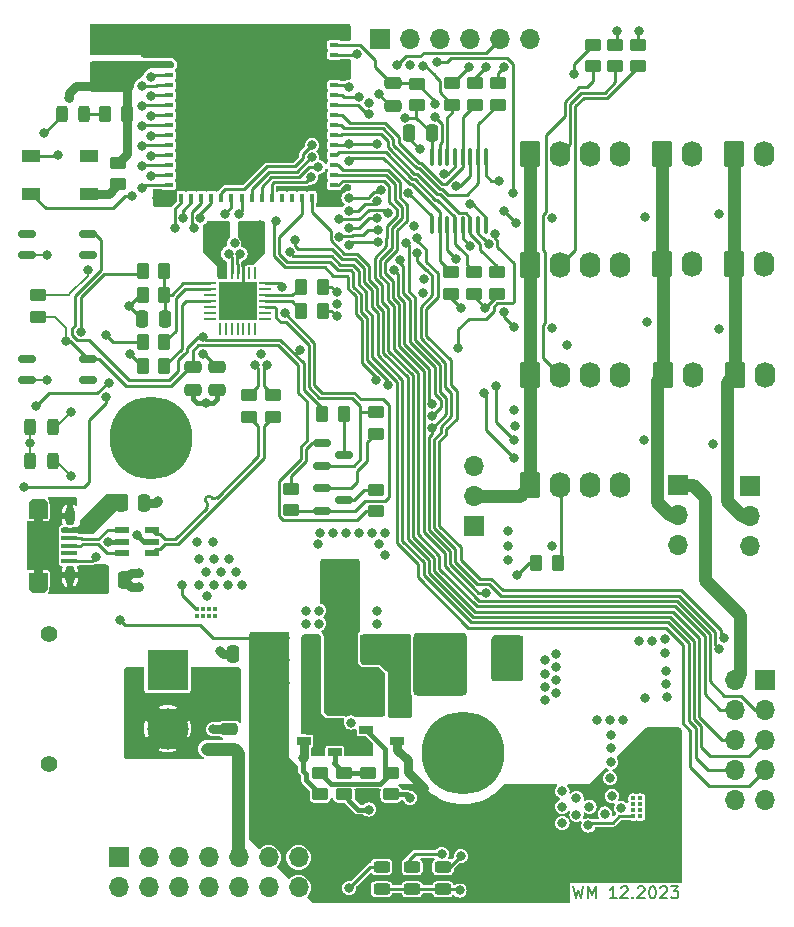
<source format=gbr>
%TF.GenerationSoftware,KiCad,Pcbnew,8.0.2*%
%TF.CreationDate,2024-07-11T10:10:58+02:00*%
%TF.ProjectId,HomeAssistant,486f6d65-4173-4736-9973-74616e742e6b,0.1*%
%TF.SameCoordinates,Original*%
%TF.FileFunction,Copper,L1,Top*%
%TF.FilePolarity,Positive*%
%FSLAX46Y46*%
G04 Gerber Fmt 4.6, Leading zero omitted, Abs format (unit mm)*
G04 Created by KiCad (PCBNEW 8.0.2) date 2024-07-11 10:10:58*
%MOMM*%
%LPD*%
G01*
G04 APERTURE LIST*
G04 Aperture macros list*
%AMRoundRect*
0 Rectangle with rounded corners*
0 $1 Rounding radius*
0 $2 $3 $4 $5 $6 $7 $8 $9 X,Y pos of 4 corners*
0 Add a 4 corners polygon primitive as box body*
4,1,4,$2,$3,$4,$5,$6,$7,$8,$9,$2,$3,0*
0 Add four circle primitives for the rounded corners*
1,1,$1+$1,$2,$3*
1,1,$1+$1,$4,$5*
1,1,$1+$1,$6,$7*
1,1,$1+$1,$8,$9*
0 Add four rect primitives between the rounded corners*
20,1,$1+$1,$2,$3,$4,$5,0*
20,1,$1+$1,$4,$5,$6,$7,0*
20,1,$1+$1,$6,$7,$8,$9,0*
20,1,$1+$1,$8,$9,$2,$3,0*%
%AMFreePoly0*
4,1,14,0.603536,0.603536,0.605000,0.600000,0.605000,-0.600000,0.603536,-0.603536,0.600000,-0.605000,-0.600000,-0.605000,-0.603536,-0.603536,-0.605000,-0.600000,-0.605000,0.000000,-0.603536,0.003536,-0.003536,0.603536,0.000000,0.605000,0.600000,0.605000,0.603536,0.603536,0.603536,0.603536,$1*%
G04 Aperture macros list end*
%ADD10C,0.150000*%
%TA.AperFunction,NonConductor*%
%ADD11C,0.150000*%
%TD*%
%TA.AperFunction,EtchedComponent*%
%ADD12C,0.010000*%
%TD*%
%TA.AperFunction,SMDPad,CuDef*%
%ADD13RoundRect,0.250000X0.450000X-0.262500X0.450000X0.262500X-0.450000X0.262500X-0.450000X-0.262500X0*%
%TD*%
%TA.AperFunction,SMDPad,CuDef*%
%ADD14RoundRect,0.250000X0.475000X-0.250000X0.475000X0.250000X-0.475000X0.250000X-0.475000X-0.250000X0*%
%TD*%
%TA.AperFunction,SMDPad,CuDef*%
%ADD15RoundRect,0.250000X0.450000X0.425000X-0.450000X0.425000X-0.450000X-0.425000X0.450000X-0.425000X0*%
%TD*%
%TA.AperFunction,SMDPad,CuDef*%
%ADD16RoundRect,0.150000X-0.587500X-0.150000X0.587500X-0.150000X0.587500X0.150000X-0.587500X0.150000X0*%
%TD*%
%TA.AperFunction,SMDPad,CuDef*%
%ADD17RoundRect,0.250000X0.250000X0.475000X-0.250000X0.475000X-0.250000X-0.475000X0.250000X-0.475000X0*%
%TD*%
%TA.AperFunction,SMDPad,CuDef*%
%ADD18R,1.500000X2.700000*%
%TD*%
%TA.AperFunction,SMDPad,CuDef*%
%ADD19RoundRect,0.100000X0.100000X-0.637500X0.100000X0.637500X-0.100000X0.637500X-0.100000X-0.637500X0*%
%TD*%
%TA.AperFunction,SMDPad,CuDef*%
%ADD20R,0.800000X0.400000*%
%TD*%
%TA.AperFunction,SMDPad,CuDef*%
%ADD21R,0.400000X0.800000*%
%TD*%
%TA.AperFunction,SMDPad,CuDef*%
%ADD22R,1.200000X1.200000*%
%TD*%
%TA.AperFunction,SMDPad,CuDef*%
%ADD23FreePoly0,0.000000*%
%TD*%
%TA.AperFunction,SMDPad,CuDef*%
%ADD24R,0.800000X0.800000*%
%TD*%
%TA.AperFunction,SMDPad,CuDef*%
%ADD25R,1.200000X1.600000*%
%TD*%
%TA.AperFunction,SMDPad,CuDef*%
%ADD26R,3.300000X1.600000*%
%TD*%
%TA.AperFunction,SMDPad,CuDef*%
%ADD27RoundRect,0.250000X-0.450000X0.262500X-0.450000X-0.262500X0.450000X-0.262500X0.450000X0.262500X0*%
%TD*%
%TA.AperFunction,SMDPad,CuDef*%
%ADD28R,1.500000X1.000000*%
%TD*%
%TA.AperFunction,SMDPad,CuDef*%
%ADD29RoundRect,0.250000X-0.475000X0.250000X-0.475000X-0.250000X0.475000X-0.250000X0.475000X0.250000X0*%
%TD*%
%TA.AperFunction,SMDPad,CuDef*%
%ADD30RoundRect,0.243750X-0.243750X-0.456250X0.243750X-0.456250X0.243750X0.456250X-0.243750X0.456250X0*%
%TD*%
%TA.AperFunction,ComponentPad*%
%ADD31R,1.700000X1.700000*%
%TD*%
%TA.AperFunction,ComponentPad*%
%ADD32O,1.700000X1.700000*%
%TD*%
%TA.AperFunction,SMDPad,CuDef*%
%ADD33RoundRect,0.250000X-0.250000X-0.475000X0.250000X-0.475000X0.250000X0.475000X-0.250000X0.475000X0*%
%TD*%
%TA.AperFunction,SMDPad,CuDef*%
%ADD34RoundRect,0.250000X-0.262500X-0.450000X0.262500X-0.450000X0.262500X0.450000X-0.262500X0.450000X0*%
%TD*%
%TA.AperFunction,WasherPad*%
%ADD35C,7.000000*%
%TD*%
%TA.AperFunction,ComponentPad*%
%ADD36RoundRect,0.250000X-0.620000X-0.845000X0.620000X-0.845000X0.620000X0.845000X-0.620000X0.845000X0*%
%TD*%
%TA.AperFunction,ComponentPad*%
%ADD37O,1.740000X2.190000*%
%TD*%
%TA.AperFunction,SMDPad,CuDef*%
%ADD38R,1.220000X0.650000*%
%TD*%
%TA.AperFunction,SMDPad,CuDef*%
%ADD39RoundRect,0.175000X0.550000X0.175000X-0.550000X0.175000X-0.550000X-0.175000X0.550000X-0.175000X0*%
%TD*%
%TA.AperFunction,SMDPad,CuDef*%
%ADD40RoundRect,0.250000X-0.450000X-0.425000X0.450000X-0.425000X0.450000X0.425000X-0.450000X0.425000X0*%
%TD*%
%TA.AperFunction,SMDPad,CuDef*%
%ADD41RoundRect,0.250000X0.262500X0.450000X-0.262500X0.450000X-0.262500X-0.450000X0.262500X-0.450000X0*%
%TD*%
%TA.AperFunction,SMDPad,CuDef*%
%ADD42RoundRect,0.041300X0.563700X0.253700X-0.563700X0.253700X-0.563700X-0.253700X0.563700X-0.253700X0*%
%TD*%
%TA.AperFunction,SMDPad,CuDef*%
%ADD43RoundRect,0.243750X0.456250X-0.243750X0.456250X0.243750X-0.456250X0.243750X-0.456250X-0.243750X0*%
%TD*%
%TA.AperFunction,SMDPad,CuDef*%
%ADD44RoundRect,0.243750X0.243750X0.456250X-0.243750X0.456250X-0.243750X-0.456250X0.243750X-0.456250X0*%
%TD*%
%TA.AperFunction,SMDPad,CuDef*%
%ADD45R,1.350000X0.400000*%
%TD*%
%TA.AperFunction,ComponentPad*%
%ADD46O,0.800000X1.600000*%
%TD*%
%TA.AperFunction,ComponentPad*%
%ADD47O,1.500000X0.750000*%
%TD*%
%TA.AperFunction,SMDPad,CuDef*%
%ADD48R,1.550000X1.500000*%
%TD*%
%TA.AperFunction,SMDPad,CuDef*%
%ADD49R,0.270000X0.990000*%
%TD*%
%TA.AperFunction,SMDPad,CuDef*%
%ADD50R,0.990000X0.270000*%
%TD*%
%TA.AperFunction,SMDPad,CuDef*%
%ADD51R,3.250000X3.250000*%
%TD*%
%TA.AperFunction,ComponentPad*%
%ADD52C,1.400000*%
%TD*%
%TA.AperFunction,ComponentPad*%
%ADD53R,3.500000X3.500000*%
%TD*%
%TA.AperFunction,ComponentPad*%
%ADD54C,3.500000*%
%TD*%
%TA.AperFunction,ViaPad*%
%ADD55C,0.800000*%
%TD*%
%TA.AperFunction,ViaPad*%
%ADD56C,0.450000*%
%TD*%
%TA.AperFunction,Conductor*%
%ADD57C,0.400000*%
%TD*%
%TA.AperFunction,Conductor*%
%ADD58C,0.200000*%
%TD*%
%TA.AperFunction,Conductor*%
%ADD59C,0.250000*%
%TD*%
%TA.AperFunction,Conductor*%
%ADD60C,0.800000*%
%TD*%
%TA.AperFunction,Conductor*%
%ADD61C,1.100000*%
%TD*%
%TA.AperFunction,Conductor*%
%ADD62C,0.267208*%
%TD*%
G04 APERTURE END LIST*
D10*
D11*
X112323810Y-123454819D02*
X112561905Y-124454819D01*
X112561905Y-124454819D02*
X112752381Y-123740533D01*
X112752381Y-123740533D02*
X112942857Y-124454819D01*
X112942857Y-124454819D02*
X113180953Y-123454819D01*
X113561905Y-124454819D02*
X113561905Y-123454819D01*
X113561905Y-123454819D02*
X113895238Y-124169104D01*
X113895238Y-124169104D02*
X114228571Y-123454819D01*
X114228571Y-123454819D02*
X114228571Y-124454819D01*
X115990476Y-124454819D02*
X115419048Y-124454819D01*
X115704762Y-124454819D02*
X115704762Y-123454819D01*
X115704762Y-123454819D02*
X115609524Y-123597676D01*
X115609524Y-123597676D02*
X115514286Y-123692914D01*
X115514286Y-123692914D02*
X115419048Y-123740533D01*
X116371429Y-123550057D02*
X116419048Y-123502438D01*
X116419048Y-123502438D02*
X116514286Y-123454819D01*
X116514286Y-123454819D02*
X116752381Y-123454819D01*
X116752381Y-123454819D02*
X116847619Y-123502438D01*
X116847619Y-123502438D02*
X116895238Y-123550057D01*
X116895238Y-123550057D02*
X116942857Y-123645295D01*
X116942857Y-123645295D02*
X116942857Y-123740533D01*
X116942857Y-123740533D02*
X116895238Y-123883390D01*
X116895238Y-123883390D02*
X116323810Y-124454819D01*
X116323810Y-124454819D02*
X116942857Y-124454819D01*
X117371429Y-124359580D02*
X117419048Y-124407200D01*
X117419048Y-124407200D02*
X117371429Y-124454819D01*
X117371429Y-124454819D02*
X117323810Y-124407200D01*
X117323810Y-124407200D02*
X117371429Y-124359580D01*
X117371429Y-124359580D02*
X117371429Y-124454819D01*
X117800000Y-123550057D02*
X117847619Y-123502438D01*
X117847619Y-123502438D02*
X117942857Y-123454819D01*
X117942857Y-123454819D02*
X118180952Y-123454819D01*
X118180952Y-123454819D02*
X118276190Y-123502438D01*
X118276190Y-123502438D02*
X118323809Y-123550057D01*
X118323809Y-123550057D02*
X118371428Y-123645295D01*
X118371428Y-123645295D02*
X118371428Y-123740533D01*
X118371428Y-123740533D02*
X118323809Y-123883390D01*
X118323809Y-123883390D02*
X117752381Y-124454819D01*
X117752381Y-124454819D02*
X118371428Y-124454819D01*
X118990476Y-123454819D02*
X119085714Y-123454819D01*
X119085714Y-123454819D02*
X119180952Y-123502438D01*
X119180952Y-123502438D02*
X119228571Y-123550057D01*
X119228571Y-123550057D02*
X119276190Y-123645295D01*
X119276190Y-123645295D02*
X119323809Y-123835771D01*
X119323809Y-123835771D02*
X119323809Y-124073866D01*
X119323809Y-124073866D02*
X119276190Y-124264342D01*
X119276190Y-124264342D02*
X119228571Y-124359580D01*
X119228571Y-124359580D02*
X119180952Y-124407200D01*
X119180952Y-124407200D02*
X119085714Y-124454819D01*
X119085714Y-124454819D02*
X118990476Y-124454819D01*
X118990476Y-124454819D02*
X118895238Y-124407200D01*
X118895238Y-124407200D02*
X118847619Y-124359580D01*
X118847619Y-124359580D02*
X118800000Y-124264342D01*
X118800000Y-124264342D02*
X118752381Y-124073866D01*
X118752381Y-124073866D02*
X118752381Y-123835771D01*
X118752381Y-123835771D02*
X118800000Y-123645295D01*
X118800000Y-123645295D02*
X118847619Y-123550057D01*
X118847619Y-123550057D02*
X118895238Y-123502438D01*
X118895238Y-123502438D02*
X118990476Y-123454819D01*
X119704762Y-123550057D02*
X119752381Y-123502438D01*
X119752381Y-123502438D02*
X119847619Y-123454819D01*
X119847619Y-123454819D02*
X120085714Y-123454819D01*
X120085714Y-123454819D02*
X120180952Y-123502438D01*
X120180952Y-123502438D02*
X120228571Y-123550057D01*
X120228571Y-123550057D02*
X120276190Y-123645295D01*
X120276190Y-123645295D02*
X120276190Y-123740533D01*
X120276190Y-123740533D02*
X120228571Y-123883390D01*
X120228571Y-123883390D02*
X119657143Y-124454819D01*
X119657143Y-124454819D02*
X120276190Y-124454819D01*
X120609524Y-123454819D02*
X121228571Y-123454819D01*
X121228571Y-123454819D02*
X120895238Y-123835771D01*
X120895238Y-123835771D02*
X121038095Y-123835771D01*
X121038095Y-123835771D02*
X121133333Y-123883390D01*
X121133333Y-123883390D02*
X121180952Y-123931009D01*
X121180952Y-123931009D02*
X121228571Y-124026247D01*
X121228571Y-124026247D02*
X121228571Y-124264342D01*
X121228571Y-124264342D02*
X121180952Y-124359580D01*
X121180952Y-124359580D02*
X121133333Y-124407200D01*
X121133333Y-124407200D02*
X121038095Y-124454819D01*
X121038095Y-124454819D02*
X120752381Y-124454819D01*
X120752381Y-124454819D02*
X120657143Y-124407200D01*
X120657143Y-124407200D02*
X120609524Y-124359580D01*
D12*
%TO.C,J1*%
X67775000Y-98045000D02*
X67774000Y-98071000D01*
X67772000Y-98097000D01*
X67769000Y-98123000D01*
X67764000Y-98149000D01*
X67758000Y-98174000D01*
X67751000Y-98200000D01*
X67742000Y-98224000D01*
X67732000Y-98248000D01*
X67721000Y-98272000D01*
X67708000Y-98295000D01*
X67694000Y-98317000D01*
X67680000Y-98339000D01*
X67664000Y-98360000D01*
X67647000Y-98380000D01*
X67629000Y-98399000D01*
X67610000Y-98417000D01*
X67590000Y-98434000D01*
X67569000Y-98450000D01*
X67547000Y-98464000D01*
X67525000Y-98478000D01*
X67502000Y-98491000D01*
X67478000Y-98502000D01*
X67454000Y-98512000D01*
X67430000Y-98521000D01*
X67404000Y-98528000D01*
X67379000Y-98534000D01*
X67353000Y-98539000D01*
X67327000Y-98542000D01*
X67301000Y-98544000D01*
X67275000Y-98545000D01*
X66725000Y-98545000D01*
X66699000Y-98544000D01*
X66673000Y-98542000D01*
X66647000Y-98539000D01*
X66621000Y-98534000D01*
X66596000Y-98528000D01*
X66570000Y-98521000D01*
X66546000Y-98512000D01*
X66522000Y-98502000D01*
X66498000Y-98491000D01*
X66475000Y-98478000D01*
X66453000Y-98464000D01*
X66431000Y-98450000D01*
X66410000Y-98434000D01*
X66390000Y-98417000D01*
X66371000Y-98399000D01*
X66353000Y-98380000D01*
X66336000Y-98360000D01*
X66320000Y-98339000D01*
X66306000Y-98317000D01*
X66292000Y-98295000D01*
X66279000Y-98272000D01*
X66268000Y-98248000D01*
X66258000Y-98224000D01*
X66249000Y-98200000D01*
X66242000Y-98174000D01*
X66236000Y-98149000D01*
X66231000Y-98123000D01*
X66228000Y-98097000D01*
X66226000Y-98071000D01*
X66225000Y-98045000D01*
X66225000Y-96900000D01*
X67775000Y-96900000D01*
X67775000Y-98045000D01*
%TA.AperFunction,EtchedComponent*%
G36*
X67775000Y-98045000D02*
G01*
X67774000Y-98071000D01*
X67772000Y-98097000D01*
X67769000Y-98123000D01*
X67764000Y-98149000D01*
X67758000Y-98174000D01*
X67751000Y-98200000D01*
X67742000Y-98224000D01*
X67732000Y-98248000D01*
X67721000Y-98272000D01*
X67708000Y-98295000D01*
X67694000Y-98317000D01*
X67680000Y-98339000D01*
X67664000Y-98360000D01*
X67647000Y-98380000D01*
X67629000Y-98399000D01*
X67610000Y-98417000D01*
X67590000Y-98434000D01*
X67569000Y-98450000D01*
X67547000Y-98464000D01*
X67525000Y-98478000D01*
X67502000Y-98491000D01*
X67478000Y-98502000D01*
X67454000Y-98512000D01*
X67430000Y-98521000D01*
X67404000Y-98528000D01*
X67379000Y-98534000D01*
X67353000Y-98539000D01*
X67327000Y-98542000D01*
X67301000Y-98544000D01*
X67275000Y-98545000D01*
X66725000Y-98545000D01*
X66699000Y-98544000D01*
X66673000Y-98542000D01*
X66647000Y-98539000D01*
X66621000Y-98534000D01*
X66596000Y-98528000D01*
X66570000Y-98521000D01*
X66546000Y-98512000D01*
X66522000Y-98502000D01*
X66498000Y-98491000D01*
X66475000Y-98478000D01*
X66453000Y-98464000D01*
X66431000Y-98450000D01*
X66410000Y-98434000D01*
X66390000Y-98417000D01*
X66371000Y-98399000D01*
X66353000Y-98380000D01*
X66336000Y-98360000D01*
X66320000Y-98339000D01*
X66306000Y-98317000D01*
X66292000Y-98295000D01*
X66279000Y-98272000D01*
X66268000Y-98248000D01*
X66258000Y-98224000D01*
X66249000Y-98200000D01*
X66242000Y-98174000D01*
X66236000Y-98149000D01*
X66231000Y-98123000D01*
X66228000Y-98097000D01*
X66226000Y-98071000D01*
X66225000Y-98045000D01*
X66225000Y-96900000D01*
X67775000Y-96900000D01*
X67775000Y-98045000D01*
G37*
%TD.AperFunction*%
X67301000Y-90656000D02*
X67327000Y-90658000D01*
X67353000Y-90661000D01*
X67379000Y-90666000D01*
X67404000Y-90672000D01*
X67430000Y-90679000D01*
X67454000Y-90688000D01*
X67478000Y-90698000D01*
X67502000Y-90709000D01*
X67525000Y-90722000D01*
X67547000Y-90736000D01*
X67569000Y-90750000D01*
X67590000Y-90766000D01*
X67610000Y-90783000D01*
X67629000Y-90801000D01*
X67647000Y-90820000D01*
X67664000Y-90840000D01*
X67680000Y-90861000D01*
X67694000Y-90883000D01*
X67708000Y-90905000D01*
X67721000Y-90928000D01*
X67732000Y-90952000D01*
X67742000Y-90976000D01*
X67751000Y-91000000D01*
X67758000Y-91026000D01*
X67764000Y-91051000D01*
X67769000Y-91077000D01*
X67772000Y-91103000D01*
X67774000Y-91129000D01*
X67775000Y-91155000D01*
X67775000Y-92300000D01*
X66225000Y-92300000D01*
X66225000Y-91155000D01*
X66226000Y-91129000D01*
X66228000Y-91103000D01*
X66231000Y-91077000D01*
X66236000Y-91051000D01*
X66242000Y-91026000D01*
X66249000Y-91000000D01*
X66258000Y-90976000D01*
X66268000Y-90952000D01*
X66279000Y-90928000D01*
X66292000Y-90905000D01*
X66306000Y-90883000D01*
X66320000Y-90861000D01*
X66336000Y-90840000D01*
X66353000Y-90820000D01*
X66371000Y-90801000D01*
X66390000Y-90783000D01*
X66410000Y-90766000D01*
X66431000Y-90750000D01*
X66453000Y-90736000D01*
X66475000Y-90722000D01*
X66498000Y-90709000D01*
X66522000Y-90698000D01*
X66546000Y-90688000D01*
X66570000Y-90679000D01*
X66596000Y-90672000D01*
X66621000Y-90666000D01*
X66647000Y-90661000D01*
X66673000Y-90658000D01*
X66699000Y-90656000D01*
X66725000Y-90655000D01*
X67275000Y-90655000D01*
X67301000Y-90656000D01*
%TA.AperFunction,EtchedComponent*%
G36*
X67301000Y-90656000D02*
G01*
X67327000Y-90658000D01*
X67353000Y-90661000D01*
X67379000Y-90666000D01*
X67404000Y-90672000D01*
X67430000Y-90679000D01*
X67454000Y-90688000D01*
X67478000Y-90698000D01*
X67502000Y-90709000D01*
X67525000Y-90722000D01*
X67547000Y-90736000D01*
X67569000Y-90750000D01*
X67590000Y-90766000D01*
X67610000Y-90783000D01*
X67629000Y-90801000D01*
X67647000Y-90820000D01*
X67664000Y-90840000D01*
X67680000Y-90861000D01*
X67694000Y-90883000D01*
X67708000Y-90905000D01*
X67721000Y-90928000D01*
X67732000Y-90952000D01*
X67742000Y-90976000D01*
X67751000Y-91000000D01*
X67758000Y-91026000D01*
X67764000Y-91051000D01*
X67769000Y-91077000D01*
X67772000Y-91103000D01*
X67774000Y-91129000D01*
X67775000Y-91155000D01*
X67775000Y-92300000D01*
X66225000Y-92300000D01*
X66225000Y-91155000D01*
X66226000Y-91129000D01*
X66228000Y-91103000D01*
X66231000Y-91077000D01*
X66236000Y-91051000D01*
X66242000Y-91026000D01*
X66249000Y-91000000D01*
X66258000Y-90976000D01*
X66268000Y-90952000D01*
X66279000Y-90928000D01*
X66292000Y-90905000D01*
X66306000Y-90883000D01*
X66320000Y-90861000D01*
X66336000Y-90840000D01*
X66353000Y-90820000D01*
X66371000Y-90801000D01*
X66390000Y-90783000D01*
X66410000Y-90766000D01*
X66431000Y-90750000D01*
X66453000Y-90736000D01*
X66475000Y-90722000D01*
X66498000Y-90709000D01*
X66522000Y-90698000D01*
X66546000Y-90688000D01*
X66570000Y-90679000D01*
X66596000Y-90672000D01*
X66621000Y-90666000D01*
X66647000Y-90661000D01*
X66673000Y-90658000D01*
X66699000Y-90656000D01*
X66725000Y-90655000D01*
X67275000Y-90655000D01*
X67301000Y-90656000D01*
G37*
%TD.AperFunction*%
%TD*%
D13*
%TO.P,R26,1*%
%TO.N,/IO Connectors/GPIO41*%
X105950000Y-57262500D03*
%TO.P,R26,2*%
%TO.N,GND*%
X105950000Y-55437500D03*
%TD*%
D14*
%TO.P,C9,1*%
%TO.N,+3V3_FUSED*%
X74600000Y-54350000D03*
%TO.P,C9,2*%
%TO.N,GND*%
X74600000Y-52450000D03*
%TD*%
D15*
%TO.P,C4,1*%
%TO.N,+3V3*%
X97750000Y-106100000D03*
%TO.P,C4,2*%
%TO.N,GND*%
X95050000Y-106100000D03*
%TD*%
D16*
%TO.P,Q1,1,B*%
%TO.N,/Processor/R12Q1*%
X91062500Y-85950000D03*
%TO.P,Q1,2,E*%
%TO.N,/Processor/RTS*%
X91062500Y-87850000D03*
%TO.P,Q1,3,C*%
%TO.N,/Processor/Q1R11*%
X92937500Y-86900000D03*
%TD*%
D14*
%TO.P,C13,1*%
%TO.N,GND*%
X80100000Y-81400000D03*
%TO.P,C13,2*%
%TO.N,/Processor/GPIO0*%
X80100000Y-79500000D03*
%TD*%
D17*
%TO.P,C3,1*%
%TO.N,+3V3*%
X97350000Y-108200000D03*
%TO.P,C3,2*%
%TO.N,GND*%
X95450000Y-108200000D03*
%TD*%
D18*
%TO.P,D3,1,K*%
%TO.N,+3V3_FUSED*%
X102500000Y-103600000D03*
%TO.P,D3,2,A*%
%TO.N,GND*%
X107300000Y-103600000D03*
%TD*%
D19*
%TO.P,U7,1,OE1*%
%TO.N,GND*%
X100375000Y-67462500D03*
%TO.P,U7,2,A0*%
%TO.N,/IO Connectors/GPIO21*%
X101025000Y-67462500D03*
%TO.P,U7,3,Y0*%
%TO.N,/IO Connectors/Q3_BUFF*%
X101675000Y-67462500D03*
%TO.P,U7,4,A1*%
%TO.N,/IO Connectors/GPIO38*%
X102325000Y-67462500D03*
%TO.P,U7,5,Y1*%
%TO.N,/IO Connectors/Q4_BUFF*%
X102975000Y-67462500D03*
%TO.P,U7,6,A2*%
%TO.N,/IO Connectors/GPIO40*%
X103625000Y-67462500D03*
%TO.P,U7,7,Y2*%
%TO.N,/IO Connectors/Q5_BUFF*%
X104275000Y-67462500D03*
%TO.P,U7,8,GND*%
%TO.N,GND*%
X104925000Y-67462500D03*
%TO.P,U7,9,Y3*%
%TO.N,/IO Connectors/Q6_BUFF*%
X104925000Y-61737500D03*
%TO.P,U7,10,A3*%
%TO.N,/IO Connectors/GPIO41*%
X104275000Y-61737500D03*
%TO.P,U7,11,Y4*%
%TO.N,/IO Connectors/Q7_BUFF*%
X103625000Y-61737500D03*
%TO.P,U7,12,A4*%
%TO.N,/IO Connectors/GPIO42*%
X102975000Y-61737500D03*
%TO.P,U7,13,Y5*%
%TO.N,/IO Connectors/Q8_BUFF*%
X102325000Y-61737500D03*
%TO.P,U7,14,A5*%
%TO.N,/IO Connectors/GPIO45*%
X101675000Y-61737500D03*
%TO.P,U7,15,OE2*%
%TO.N,GND*%
X101025000Y-61737500D03*
%TO.P,U7,16,VCC*%
%TO.N,+3V3_FUSED*%
X100375000Y-61737500D03*
%TD*%
D20*
%TO.P,U1,1,GND*%
%TO.N,GND*%
X78090000Y-52200000D03*
%TO.P,U1,2,GND*%
X78090000Y-53050000D03*
%TO.P,U1,3,3V3*%
%TO.N,+3V3_FUSED*%
X78090000Y-53900000D03*
%TO.P,U1,4,IO0*%
%TO.N,/Processor/GPIO0*%
X78090000Y-54750000D03*
%TO.P,U1,5,IO1*%
%TO.N,/Processor/GPIO1*%
X78090000Y-55600000D03*
%TO.P,U1,6,IO2*%
%TO.N,/Processor/GPIO2*%
X78090000Y-56450000D03*
%TO.P,U1,7,IO3*%
%TO.N,/Processor/GPIO3*%
X78090000Y-57300000D03*
%TO.P,U1,8,IO4*%
%TO.N,/Processor/GPIO4*%
X78090000Y-58150000D03*
%TO.P,U1,9,IO5*%
%TO.N,/Processor/GPIO5*%
X78090000Y-59000000D03*
%TO.P,U1,10,IO6*%
%TO.N,/Processor/GPIO6*%
X78090000Y-59850000D03*
%TO.P,U1,11,IO7*%
%TO.N,/Processor/GPIO7*%
X78090000Y-60700000D03*
%TO.P,U1,12,IO8*%
%TO.N,/Processor/GPIO8{slash}I2CSDA*%
X78090000Y-61550000D03*
%TO.P,U1,13,IO9*%
%TO.N,/Processor/GPIO9{slash}I2CSCL*%
X78090000Y-62400000D03*
%TO.P,U1,14,IO10*%
%TO.N,/Processor/GPIO10*%
X78090000Y-63250000D03*
%TO.P,U1,15,IO11*%
%TO.N,/Processor/GPIO11*%
X78090000Y-64100000D03*
D21*
%TO.P,U1,16,IO12*%
%TO.N,/Processor/GPIO12*%
X79140000Y-65150000D03*
%TO.P,U1,17,IO13*%
%TO.N,/Processor/GPIO13*%
X79990000Y-65150000D03*
%TO.P,U1,18,IO14*%
%TO.N,/Processor/GPIO14*%
X80840000Y-65150000D03*
%TO.P,U1,19,IO15*%
%TO.N,/Processor/GPIO15*%
X81690000Y-65150000D03*
%TO.P,U1,20,IO16*%
%TO.N,/Processor/GPIO16*%
X82540000Y-65150000D03*
%TO.P,U1,21,IO17*%
%TO.N,/Processor/GPIO17*%
X83390000Y-65150000D03*
%TO.P,U1,22,IO18*%
%TO.N,/Processor/RGB_CTRL*%
X84240000Y-65150000D03*
%TO.P,U1,23,IO19*%
%TO.N,/Processor/GPIO19*%
X85090000Y-65150000D03*
%TO.P,U1,24,IO20*%
%TO.N,/Processor/GPIO20*%
X85940000Y-65150000D03*
%TO.P,U1,25,IO21*%
%TO.N,/Processor/GPIO21*%
X86790000Y-65150000D03*
%TO.P,U1,26,IO26*%
%TO.N,/Processor/GPIO26*%
X87640000Y-65150000D03*
%TO.P,U1,27,NC*%
%TO.N,unconnected-(U1-Pad27)*%
X88490000Y-65150000D03*
%TO.P,U1,28,IO33*%
%TO.N,/Processor/GPIO33*%
X89340000Y-65150000D03*
%TO.P,U1,29,IO34*%
%TO.N,/Processor/GPIO34{slash}CS*%
X90190000Y-65150000D03*
%TO.P,U1,30,GND*%
%TO.N,GND*%
X91040000Y-65150000D03*
D20*
%TO.P,U1,31,IO35*%
%TO.N,/Processor/GPIO35{slash}MOSI*%
X92090000Y-64100000D03*
%TO.P,U1,32,IO36*%
%TO.N,/Processor/GPIO36{slash}CLK*%
X92090000Y-63250000D03*
%TO.P,U1,33,IO37*%
%TO.N,/Processor/GPIO37{slash}MISO*%
X92090000Y-62400000D03*
%TO.P,U1,34,IO38*%
%TO.N,/Processor/GPIO38*%
X92090000Y-61550000D03*
%TO.P,U1,35,IO39*%
%TO.N,/Processor/GPIO39*%
X92090000Y-60700000D03*
%TO.P,U1,36,IO40*%
%TO.N,/Processor/GPIO40*%
X92090000Y-59850000D03*
%TO.P,U1,37,IO41*%
%TO.N,/Processor/GPIO41*%
X92090000Y-59000000D03*
%TO.P,U1,38,IO42*%
%TO.N,/Processor/GPIO42*%
X92090000Y-58150000D03*
%TO.P,U1,39,TXD0*%
%TO.N,/Processor/U0TXD*%
X92090000Y-57300000D03*
%TO.P,U1,40,RXD0*%
%TO.N,/Processor/U0RXD*%
X92090000Y-56450000D03*
%TO.P,U1,41,IO45*%
%TO.N,/Processor/GPIO45*%
X92090000Y-55600000D03*
%TO.P,U1,42,GND*%
%TO.N,GND*%
X92090000Y-54750000D03*
%TO.P,U1,43,GND*%
X92090000Y-53900000D03*
%TO.P,U1,44,IO46*%
%TO.N,/Processor/GPIO46*%
X92090000Y-53050000D03*
%TO.P,U1,45,EN*%
%TO.N,/Processor/CHIP_PU*%
X92090000Y-52200000D03*
D21*
%TO.P,U1,46,GND*%
%TO.N,GND*%
X91040000Y-51150000D03*
%TO.P,U1,47,GND*%
X90190000Y-51150000D03*
%TO.P,U1,48,GND*%
X89340000Y-51150000D03*
%TO.P,U1,49,GND*%
X88490000Y-51150000D03*
%TO.P,U1,50,GND*%
X87640000Y-51150000D03*
%TO.P,U1,51,GND*%
X86790000Y-51150000D03*
%TO.P,U1,52,GND*%
X85940000Y-51150000D03*
%TO.P,U1,53,GND*%
X85090000Y-51150000D03*
%TO.P,U1,54,GND*%
X84240000Y-51150000D03*
%TO.P,U1,55,GND*%
X83390000Y-51150000D03*
%TO.P,U1,56,GND*%
X82540000Y-51150000D03*
%TO.P,U1,57,GND*%
X81690000Y-51150000D03*
%TO.P,U1,58,GND*%
X80840000Y-51150000D03*
%TO.P,U1,59,GND*%
X79990000Y-51150000D03*
%TO.P,U1,60,GND*%
X79140000Y-51150000D03*
D22*
%TO.P,U1,61,GND*%
X85090000Y-58150000D03*
%TO.P,U1,61_1,GND*%
X83440000Y-58150000D03*
%TO.P,U1,61_2,GND*%
X83440000Y-59800000D03*
%TO.P,U1,61_3,GND*%
X85090000Y-59800000D03*
%TO.P,U1,61_4,GND*%
X86740000Y-59800000D03*
%TO.P,U1,61_5,GND*%
X86740000Y-58150000D03*
%TO.P,U1,61_6,GND*%
X86740000Y-56500000D03*
%TO.P,U1,61_7,GND*%
X85090000Y-56500000D03*
D23*
%TO.P,U1,61_8,GND*%
X83440000Y-56500000D03*
D24*
%TO.P,U1,62,GND*%
X78090000Y-51150000D03*
%TO.P,U1,63,GND*%
X78090000Y-65150000D03*
%TO.P,U1,64,GND*%
X92090000Y-65150000D03*
%TO.P,U1,65,GND*%
X92090000Y-51150000D03*
%TD*%
D16*
%TO.P,Q2,1,B*%
%TO.N,/Processor/R15Q2*%
X91062500Y-89750000D03*
%TO.P,Q2,2,E*%
%TO.N,/Processor/DTR*%
X91062500Y-91650000D03*
%TO.P,Q2,3,C*%
%TO.N,/Processor/Q2R16*%
X92937500Y-90700000D03*
%TD*%
D17*
%TO.P,C12,1*%
%TO.N,/Processor/R13VBUS*%
X77750000Y-75383000D03*
%TO.P,C12,2*%
%TO.N,GND*%
X75850000Y-75383000D03*
%TD*%
D25*
%TO.P,U3,1,IN*%
%TO.N,/Power/VINU3*%
X90300000Y-102900000D03*
%TO.P,U3,2,GND*%
%TO.N,GND*%
X92600000Y-102900000D03*
D26*
X92600000Y-96500000D03*
D25*
%TO.P,U3,3,OUT*%
%TO.N,+3V3*%
X94900000Y-102900000D03*
%TD*%
D27*
%TO.P,R15,1*%
%TO.N,/Processor/RTS*%
X95600000Y-83287500D03*
%TO.P,R15,2*%
%TO.N,/Processor/R15Q2*%
X95600000Y-85112500D03*
%TD*%
D28*
%TO.P,D5,1,VSS*%
%TO.N,GND*%
X66450000Y-61600000D03*
%TO.P,D5,2,DIN*%
%TO.N,/Processor/RGB_CTRL*%
X66450000Y-64800000D03*
%TO.P,D5,3,VDD*%
%TO.N,Net-(D5-Pad3)*%
X71350000Y-64800000D03*
%TO.P,D5,4,DOUT*%
%TO.N,unconnected-(D5-Pad4)*%
X71350000Y-61600000D03*
%TD*%
D29*
%TO.P,C6,1*%
%TO.N,+12V*%
X83200000Y-108250000D03*
%TO.P,C6,2*%
%TO.N,GND*%
X83200000Y-110150000D03*
%TD*%
D30*
%TO.P,D20,1,K*%
%TO.N,GND*%
X66362500Y-87400000D03*
%TO.P,D20,2,A*%
%TO.N,Net-(D20-Pad2)*%
X68237500Y-87400000D03*
%TD*%
D27*
%TO.P,R24,1*%
%TO.N,/IO Connectors/GPIO38*%
X103900000Y-71437500D03*
%TO.P,R24,2*%
%TO.N,GND*%
X103900000Y-73262500D03*
%TD*%
D31*
%TO.P,JP3,1,A*%
%TO.N,+3V3_ED*%
X103950000Y-92915000D03*
D32*
%TO.P,JP3,2,C*%
%TO.N,/IO Connectors/V_OUT_3*%
X103950000Y-90375000D03*
%TO.P,JP3,3,B*%
%TO.N,+5V_ED*%
X103950000Y-87835000D03*
%TD*%
D33*
%TO.P,C27,1*%
%TO.N,/Power/SGND*%
X72350000Y-97500000D03*
%TO.P,C27,2*%
%TO.N,GND*%
X74250000Y-97500000D03*
%TD*%
D31*
%TO.P,J4,1,Pin_1*%
%TO.N,/IO Connectors/GPIO13*%
X73825000Y-121010000D03*
D32*
%TO.P,J4,2,Pin_2*%
%TO.N,/IO Connectors/GPIO12*%
X73825000Y-123550000D03*
%TO.P,J4,3,Pin_3*%
%TO.N,/IO Connectors/GPIO5*%
X76365000Y-121010000D03*
%TO.P,J4,4,Pin_4*%
%TO.N,/IO Connectors/GPIO4*%
X76365000Y-123550000D03*
%TO.P,J4,5,Pin_5*%
%TO.N,/IO Connectors/GPIO15*%
X78905000Y-121010000D03*
%TO.P,J4,6,Pin_6*%
%TO.N,/IO Connectors/GPIO14*%
X78905000Y-123550000D03*
%TO.P,J4,7,Pin_7*%
%TO.N,/IO Connectors/GPIO3*%
X81445000Y-121010000D03*
%TO.P,J4,8,Pin_8*%
%TO.N,/IO Connectors/GPIO2*%
X81445000Y-123550000D03*
%TO.P,J4,9,Pin_9*%
%TO.N,+3V3_ED*%
X83985000Y-121010000D03*
%TO.P,J4,10,Pin_10*%
%TO.N,GND*%
X83985000Y-123550000D03*
%TO.P,J4,11,Pin_11*%
%TO.N,+5V_ED*%
X86525000Y-121010000D03*
%TO.P,J4,12,Pin_12*%
%TO.N,GND*%
X86525000Y-123550000D03*
%TO.P,J4,13,Pin_13*%
X89065000Y-121010000D03*
%TO.P,J4,14,Pin_14*%
X89065000Y-123550000D03*
%TO.P,J4,15,Pin_15*%
%TO.N,+12V_FILT*%
X91605000Y-121010000D03*
%TO.P,J4,16,Pin_16*%
X91605000Y-123550000D03*
%TD*%
D30*
%TO.P,D19,1,K*%
%TO.N,GND*%
X66362500Y-84600000D03*
%TO.P,D19,2,A*%
%TO.N,Net-(D19-Pad2)*%
X68237500Y-84600000D03*
%TD*%
D14*
%TO.P,C8,1*%
%TO.N,+3V3_FUSED*%
X72600000Y-54350000D03*
%TO.P,C8,2*%
%TO.N,GND*%
X72600000Y-52450000D03*
%TD*%
D34*
%TO.P,R9,1*%
%TO.N,/Processor/U2TXD*%
X89287500Y-72665500D03*
%TO.P,R9,2*%
%TO.N,/Processor/U0RXD*%
X91112500Y-72665500D03*
%TD*%
D35*
%TO.P,H5,*%
%TO.N,*%
X76600000Y-85500000D03*
%TD*%
D36*
%TO.P,J9,1,Pin_1*%
%TO.N,/IO Connectors/V_OUT_2*%
X119880000Y-61450000D03*
D37*
%TO.P,J9,2,Pin_2*%
%TO.N,/IO Connectors/Q6_NEG*%
X122420000Y-61450000D03*
%TD*%
D36*
%TO.P,J12,1,Pin_1*%
%TO.N,/IO Connectors/V_OUT_3*%
X108680000Y-61450000D03*
D37*
%TO.P,J12,2,Pin_2*%
%TO.N,/IO Connectors/OUT_12*%
X111220000Y-61450000D03*
%TO.P,J12,3,Pin_3*%
%TO.N,GND*%
X113760000Y-61450000D03*
%TO.P,J12,4,Pin_4*%
%TO.N,/IO Connectors/IN_12*%
X116300000Y-61450000D03*
%TD*%
D36*
%TO.P,J8,1,Pin_1*%
%TO.N,/IO Connectors/V_OUT_1*%
X125980000Y-80120000D03*
D37*
%TO.P,J8,2,Pin_2*%
%TO.N,/IO Connectors/Q5_NEG*%
X128520000Y-80120000D03*
%TD*%
D38*
%TO.P,Q9,1,G*%
%TO.N,/Power/R55Q9*%
X92120000Y-112100000D03*
%TO.P,Q9,2,S*%
%TO.N,/Power/VINU3*%
X92120000Y-110200000D03*
%TO.P,Q9,3,D*%
%TO.N,VBUS*%
X89500000Y-111150000D03*
%TD*%
D31*
%TO.P,J5,1,Pin_1*%
%TO.N,GND*%
X128550000Y-105950000D03*
D32*
%TO.P,J5,2,Pin_2*%
%TO.N,+3V3_ED*%
X126010000Y-105950000D03*
%TO.P,J5,3,Pin_3*%
%TO.N,/IO Connectors/GPIO37{slash}MISO*%
X128550000Y-108490000D03*
%TO.P,J5,4,Pin_4*%
%TO.N,/IO Connectors/GPIO36{slash}CLK*%
X126010000Y-108490000D03*
%TO.P,J5,5,Pin_5*%
%TO.N,/IO Connectors/GPIO34{slash}CS*%
X128550000Y-111030000D03*
%TO.P,J5,6,Pin_6*%
%TO.N,/IO Connectors/GPIO35{slash}MOSI*%
X126010000Y-111030000D03*
%TO.P,J5,7,Pin_7*%
%TO.N,/IO Connectors/GPIO9{slash}I2CSCL*%
X128550000Y-113570000D03*
%TO.P,J5,8,Pin_8*%
%TO.N,/IO Connectors/GPIO8{slash}I2CSDA*%
X126010000Y-113570000D03*
%TO.P,J5,9,Pin_9*%
%TO.N,/IO Connectors/GPIO7*%
X128550000Y-116110000D03*
%TO.P,J5,10,Pin_10*%
%TO.N,/IO Connectors/GPIO6*%
X126010000Y-116110000D03*
%TD*%
D39*
%TO.P,SW2,1*%
%TO.N,GND*%
X66117000Y-70011000D03*
%TO.P,SW2,2*%
%TO.N,unconnected-(SW2-Pad2)*%
X66117000Y-68211000D03*
%TO.P,SW2,3*%
%TO.N,unconnected-(SW2-Pad3)*%
X71267000Y-70011000D03*
%TO.P,SW2,4*%
%TO.N,/Processor/CHIP_PU*%
X71267000Y-68211000D03*
%TD*%
D36*
%TO.P,J11,1,Pin_1*%
%TO.N,/IO Connectors/V_OUT_2*%
X119890000Y-80120000D03*
D37*
%TO.P,J11,2,Pin_2*%
%TO.N,/IO Connectors/Q8_NEG*%
X122430000Y-80120000D03*
%TD*%
D31*
%TO.P,JP1,1,A*%
%TO.N,+5V_ED*%
X127250000Y-89525000D03*
D32*
%TO.P,JP1,2,C*%
%TO.N,/IO Connectors/V_OUT_1*%
X127250000Y-92065000D03*
%TO.P,JP1,3,B*%
%TO.N,+12V_FILT*%
X127250000Y-94605000D03*
%TD*%
D29*
%TO.P,C10,1*%
%TO.N,/Processor/CHIP_PU*%
X97100000Y-55450000D03*
%TO.P,C10,2*%
%TO.N,GND*%
X97100000Y-57350000D03*
%TD*%
D34*
%TO.P,R7,1*%
%TO.N,+3V3_FUSED*%
X75887500Y-77400000D03*
%TO.P,R7,2*%
%TO.N,/Processor/RST\u002A*%
X77712500Y-77400000D03*
%TD*%
D38*
%TO.P,Q10,1,G*%
%TO.N,/Power/R56Q10*%
X94800000Y-110200000D03*
%TO.P,Q10,2,S*%
%TO.N,/Power/VINU3*%
X94800000Y-112100000D03*
%TO.P,Q10,3,D*%
%TO.N,+12V_FILT*%
X97420000Y-111150000D03*
%TD*%
D33*
%TO.P,C28,1*%
%TO.N,GND*%
X98450000Y-59700000D03*
%TO.P,C28,2*%
%TO.N,+3V3_FUSED*%
X100350000Y-59700000D03*
%TD*%
D39*
%TO.P,SW1,1*%
%TO.N,GND*%
X66117000Y-80611000D03*
%TO.P,SW1,2*%
%TO.N,unconnected-(SW1-Pad2)*%
X66117000Y-78811000D03*
%TO.P,SW1,3*%
%TO.N,unconnected-(SW1-Pad3)*%
X71267000Y-80611000D03*
%TO.P,SW1,4*%
%TO.N,/Processor/GPIO0*%
X71267000Y-78811000D03*
%TD*%
D27*
%TO.P,R40,1*%
%TO.N,/Processor/GPIO20*%
X114000000Y-52187500D03*
%TO.P,R40,2*%
%TO.N,/IO Connectors/OUT_14*%
X114000000Y-54012500D03*
%TD*%
%TO.P,R53,1*%
%TO.N,+3V3_FUSED*%
X67000000Y-73387500D03*
%TO.P,R53,2*%
%TO.N,/Processor/GPIO0*%
X67000000Y-75212500D03*
%TD*%
%TO.P,R23,1*%
%TO.N,/IO Connectors/GPIO21*%
X101950000Y-71437500D03*
%TO.P,R23,2*%
%TO.N,GND*%
X101950000Y-73262500D03*
%TD*%
D40*
%TO.P,C1,1*%
%TO.N,/Power/VINU3*%
X90050000Y-106100000D03*
%TO.P,C1,2*%
%TO.N,GND*%
X92750000Y-106100000D03*
%TD*%
D34*
%TO.P,R10,1*%
%TO.N,/Processor/U2RXD*%
X89287500Y-74697500D03*
%TO.P,R10,2*%
%TO.N,/Processor/U0TXD*%
X91112500Y-74697500D03*
%TD*%
D41*
%TO.P,R14,1*%
%TO.N,/Processor/R13VBUS*%
X77712500Y-73351000D03*
%TO.P,R14,2*%
%TO.N,GND*%
X75887500Y-73351000D03*
%TD*%
D42*
%TO.P,U4,1*%
%TO.N,/Power/OUT_P*%
X76655000Y-95220000D03*
%TO.P,U4,2*%
%TO.N,GND*%
X76655000Y-94270000D03*
%TO.P,U4,3*%
%TO.N,/Power/OUT_N*%
X76655000Y-93320000D03*
%TO.P,U4,4*%
%TO.N,/Power/IN_N*%
X74145000Y-93320000D03*
%TO.P,U4,5*%
%TO.N,VBUS*%
X74145000Y-94270000D03*
%TO.P,U4,6*%
%TO.N,/Power/IN_P*%
X74145000Y-95220000D03*
%TD*%
D43*
%TO.P,D17,1,K*%
%TO.N,GND*%
X98700000Y-123687500D03*
%TO.P,D17,2,A*%
%TO.N,/Power/R48D17*%
X98700000Y-121812500D03*
%TD*%
D17*
%TO.P,C7,1*%
%TO.N,+12V_FILT*%
X85450000Y-103800000D03*
%TO.P,C7,2*%
%TO.N,GND*%
X83550000Y-103800000D03*
%TD*%
D31*
%TO.P,JP2,1,A*%
%TO.N,+3V3_ED*%
X121200000Y-89500000D03*
D32*
%TO.P,JP2,2,C*%
%TO.N,/IO Connectors/V_OUT_2*%
X121200000Y-92040000D03*
%TO.P,JP2,3,B*%
%TO.N,+5V_ED*%
X121200000Y-94580000D03*
%TD*%
D13*
%TO.P,R4,1*%
%TO.N,/Power/OUT_P*%
X86900000Y-83712500D03*
%TO.P,R4,2*%
%TO.N,/Power/USB_P*%
X86900000Y-81887500D03*
%TD*%
D36*
%TO.P,J14,1,Pin_1*%
%TO.N,/IO Connectors/V_OUT_3*%
X108700000Y-80150000D03*
D37*
%TO.P,J14,2,Pin_2*%
%TO.N,/IO Connectors/OUT_14*%
X111240000Y-80150000D03*
%TO.P,J14,3,Pin_3*%
%TO.N,GND*%
X113780000Y-80150000D03*
%TO.P,J14,4,Pin_4*%
%TO.N,/IO Connectors/IN_14*%
X116320000Y-80150000D03*
%TD*%
D44*
%TO.P,F1,1*%
%TO.N,+3V3_FUSED*%
X99637500Y-103000000D03*
%TO.P,F1,2*%
%TO.N,+3V3*%
X97762500Y-103000000D03*
%TD*%
D27*
%TO.P,R57,1*%
%TO.N,/Power/R56Q10*%
X96910000Y-113837500D03*
%TO.P,R57,2*%
%TO.N,GND*%
X96910000Y-115662500D03*
%TD*%
D41*
%TO.P,R5,1*%
%TO.N,+3V3_FUSED*%
X74512500Y-58050000D03*
%TO.P,R5,2*%
%TO.N,/Power/R5D4*%
X72687500Y-58050000D03*
%TD*%
D31*
%TO.P,J3,1,Pin_1*%
%TO.N,+3V3_FUSED*%
X95975000Y-51675000D03*
D32*
%TO.P,J3,2,Pin_2*%
%TO.N,GND*%
X98515000Y-51675000D03*
%TO.P,J3,3,Pin_3*%
%TO.N,/IO Connectors/U0RXD*%
X101055000Y-51675000D03*
%TO.P,J3,4,Pin_4*%
%TO.N,/IO Connectors/U0TXD*%
X103595000Y-51675000D03*
%TO.P,J3,5,Pin_5*%
%TO.N,/IO Connectors/GPIO0*%
X106135000Y-51675000D03*
%TO.P,J3,6,Pin_6*%
%TO.N,/IO Connectors/CHIP_PU*%
X108675000Y-51675000D03*
%TD*%
D36*
%TO.P,J10,1,Pin_1*%
%TO.N,/IO Connectors/V_OUT_2*%
X119860000Y-70800000D03*
D37*
%TO.P,J10,2,Pin_2*%
%TO.N,/IO Connectors/Q7_NEG*%
X122400000Y-70800000D03*
%TD*%
D27*
%TO.P,R38,1*%
%TO.N,/Processor/GPIO19*%
X117800000Y-52187500D03*
%TO.P,R38,2*%
%TO.N,/IO Connectors/OUT_13*%
X117800000Y-54012500D03*
%TD*%
D33*
%TO.P,C2,1*%
%TO.N,/Power/VINU3*%
X90450000Y-108200000D03*
%TO.P,C2,2*%
%TO.N,GND*%
X92350000Y-108200000D03*
%TD*%
%TO.P,C11,1*%
%TO.N,+3V3_FUSED*%
X82700000Y-67900000D03*
%TO.P,C11,2*%
%TO.N,GND*%
X84600000Y-67900000D03*
%TD*%
D41*
%TO.P,R8,1*%
%TO.N,/Processor/SUS\u002A*%
X77712500Y-79432000D03*
%TO.P,R8,2*%
%TO.N,GND*%
X75887500Y-79432000D03*
%TD*%
D33*
%TO.P,C5,1*%
%TO.N,VBUS*%
X74050000Y-90975000D03*
%TO.P,C5,2*%
%TO.N,GND*%
X75950000Y-90975000D03*
%TD*%
D36*
%TO.P,J6,1,Pin_1*%
%TO.N,/IO Connectors/V_OUT_1*%
X125960000Y-61450000D03*
D37*
%TO.P,J6,2,Pin_2*%
%TO.N,/IO Connectors/Q3_NEG*%
X128500000Y-61450000D03*
%TD*%
D45*
%TO.P,J1,1,VBUS*%
%TO.N,VBUS*%
X69675000Y-93300000D03*
%TO.P,J1,2,DN*%
%TO.N,/Power/IN_N*%
X69675000Y-93950000D03*
%TO.P,J1,3,DP*%
%TO.N,/Power/IN_P*%
X69675000Y-94600000D03*
%TO.P,J1,4,ID*%
%TO.N,unconnected-(J1-Pad4)*%
X69675000Y-95250000D03*
%TO.P,J1,5,GND*%
%TO.N,GND*%
X69675000Y-95900000D03*
D46*
%TO.P,J1,S1,SHIELD*%
%TO.N,/Power/SGND*%
X69700000Y-92100000D03*
%TO.P,J1,S2,SHIELD*%
X69700000Y-97100000D03*
D47*
%TO.P,J1,S3,SHIELD*%
X67000000Y-91075000D03*
D48*
%TO.P,J1,S4,SHIELD*%
X67000000Y-93600000D03*
%TO.P,J1,S5,SHIELD*%
X67000000Y-95600000D03*
D47*
%TO.P,J1,S6,SHIELD*%
X67000000Y-98125000D03*
%TD*%
D13*
%TO.P,R56,1*%
%TO.N,VBUS*%
X90910000Y-115662500D03*
%TO.P,R56,2*%
%TO.N,/Power/R56Q10*%
X90910000Y-113837500D03*
%TD*%
D34*
%TO.P,R13,1*%
%TO.N,VBUS*%
X75887500Y-71319000D03*
%TO.P,R13,2*%
%TO.N,/Processor/R13VBUS*%
X77712500Y-71319000D03*
%TD*%
D27*
%TO.P,R54,1*%
%TO.N,+3V3_FUSED*%
X73800000Y-62187500D03*
%TO.P,R54,2*%
%TO.N,Net-(D5-Pad3)*%
X73800000Y-64012500D03*
%TD*%
D13*
%TO.P,R1,1*%
%TO.N,/Power/OUT_N*%
X84900000Y-83712500D03*
%TO.P,R1,2*%
%TO.N,/Power/USB_N*%
X84900000Y-81887500D03*
%TD*%
D49*
%TO.P,U2,1,DCD*%
%TO.N,unconnected-(U2-Pad1)*%
X85400000Y-71540000D03*
%TO.P,U2,2,RI/CLK*%
%TO.N,unconnected-(U2-Pad2)*%
X84900000Y-71540000D03*
%TO.P,U2,3,GND*%
%TO.N,GND*%
X84400000Y-71540000D03*
%TO.P,U2,4,D+*%
%TO.N,/Processor/USB_P*%
X83900000Y-71540000D03*
%TO.P,U2,5,D-*%
%TO.N,/Processor/USB_N*%
X83400000Y-71540000D03*
%TO.P,U2,6,VDD*%
%TO.N,+3V3_FUSED*%
X82900000Y-71540000D03*
%TO.P,U2,7,VREGIN*%
X82400000Y-71540000D03*
D50*
%TO.P,U2,8,VBUS*%
%TO.N,/Processor/R13VBUS*%
X81540000Y-72400000D03*
%TO.P,U2,9,~{RST}*%
%TO.N,/Processor/RST\u002A*%
X81540000Y-72900000D03*
%TO.P,U2,10,NC*%
%TO.N,unconnected-(U2-Pad10)*%
X81540000Y-73400000D03*
%TO.P,U2,11,~{SUSPEND}*%
%TO.N,/Processor/SUS\u002A*%
X81540000Y-73900000D03*
%TO.P,U2,12,SUSPEND*%
%TO.N,unconnected-(U2-Pad12)*%
X81540000Y-74400000D03*
%TO.P,U2,13,CHREN*%
%TO.N,unconnected-(U2-Pad13)*%
X81540000Y-74900000D03*
%TO.P,U2,14,CHR1*%
%TO.N,unconnected-(U2-Pad14)*%
X81540000Y-75400000D03*
D49*
%TO.P,U2,15,CHR0*%
%TO.N,unconnected-(U2-Pad15)*%
X82400000Y-76260000D03*
%TO.P,U2,16,GPIO.3/WAKEUP*%
%TO.N,unconnected-(U2-Pad16)*%
X82900000Y-76260000D03*
%TO.P,U2,17,GPIO.2/RS485*%
%TO.N,unconnected-(U2-Pad17)*%
X83400000Y-76260000D03*
%TO.P,U2,18,GPIO.1/RXT*%
%TO.N,unconnected-(U2-Pad18)*%
X83900000Y-76260000D03*
%TO.P,U2,19,GPIO.0/TXT*%
%TO.N,unconnected-(U2-Pad19)*%
X84400000Y-76260000D03*
%TO.P,U2,20,GPIO.6*%
%TO.N,unconnected-(U2-Pad20)*%
X84900000Y-76260000D03*
%TO.P,U2,21,GPIO.5*%
%TO.N,unconnected-(U2-Pad21)*%
X85400000Y-76260000D03*
D50*
%TO.P,U2,22,GPIO.4*%
%TO.N,unconnected-(U2-Pad22)*%
X86260000Y-75400000D03*
%TO.P,U2,23,CTS*%
%TO.N,unconnected-(U2-Pad23)*%
X86260000Y-74900000D03*
%TO.P,U2,24,RTS*%
%TO.N,/Processor/RTS*%
X86260000Y-74400000D03*
%TO.P,U2,25,RXD*%
%TO.N,/Processor/U2RXD*%
X86260000Y-73900000D03*
%TO.P,U2,26,TXD*%
%TO.N,/Processor/U2TXD*%
X86260000Y-73400000D03*
%TO.P,U2,27,DSR*%
%TO.N,unconnected-(U2-Pad27)*%
X86260000Y-72900000D03*
%TO.P,U2,28,DTR*%
%TO.N,/Processor/DTR*%
X86260000Y-72400000D03*
D51*
%TO.P,U2,29,GND*%
%TO.N,GND*%
X83900000Y-73900000D03*
%TD*%
D34*
%TO.P,R42,1*%
%TO.N,/IO Connectors/GPIO11*%
X109187500Y-96100000D03*
%TO.P,R42,2*%
%TO.N,/IO Connectors/OUT_15*%
X111012500Y-96100000D03*
%TD*%
D36*
%TO.P,J7,1,Pin_1*%
%TO.N,/IO Connectors/V_OUT_1*%
X125960000Y-70800000D03*
D37*
%TO.P,J7,2,Pin_2*%
%TO.N,/IO Connectors/Q4_NEG*%
X128500000Y-70800000D03*
%TD*%
D27*
%TO.P,R36,1*%
%TO.N,/Processor/GPIO16*%
X115900000Y-52187500D03*
%TO.P,R36,2*%
%TO.N,/IO Connectors/OUT_12*%
X115900000Y-54012500D03*
%TD*%
D52*
%TO.P,J2,*%
%TO.N,*%
X67975000Y-113100000D03*
X67975000Y-102100000D03*
D53*
%TO.P,J2,1,Pin_1*%
%TO.N,GND*%
X77975000Y-105100000D03*
D54*
%TO.P,J2,2,Pin_2*%
%TO.N,+12V*%
X77975000Y-110100000D03*
%TD*%
D27*
%TO.P,R58,1*%
%TO.N,/Power/R55Q9*%
X92910000Y-113837500D03*
%TO.P,R58,2*%
%TO.N,GND*%
X92910000Y-115662500D03*
%TD*%
D13*
%TO.P,R55,1*%
%TO.N,+12V_FILT*%
X94910000Y-115675000D03*
%TO.P,R55,2*%
%TO.N,/Power/R55Q9*%
X94910000Y-113850000D03*
%TD*%
%TO.P,R6,1*%
%TO.N,+3V3_FUSED*%
X99132000Y-57312500D03*
%TO.P,R6,2*%
%TO.N,/Processor/CHIP_PU*%
X99132000Y-55487500D03*
%TD*%
D36*
%TO.P,J15,1,Pin_1*%
%TO.N,/IO Connectors/V_OUT_3*%
X108700000Y-89470000D03*
D37*
%TO.P,J15,2,Pin_2*%
%TO.N,/IO Connectors/OUT_15*%
X111240000Y-89470000D03*
%TO.P,J15,3,Pin_3*%
%TO.N,GND*%
X113780000Y-89470000D03*
%TO.P,J15,4,Pin_4*%
%TO.N,/IO Connectors/IN_15*%
X116320000Y-89470000D03*
%TD*%
D43*
%TO.P,D18,1,K*%
%TO.N,GND*%
X96100000Y-123687500D03*
%TO.P,D18,2,A*%
%TO.N,/Power/RD18*%
X96100000Y-121812500D03*
%TD*%
D14*
%TO.P,C14,1*%
%TO.N,GND*%
X82200000Y-81400000D03*
%TO.P,C14,2*%
%TO.N,/Processor/CHIP_PU*%
X82200000Y-79500000D03*
%TD*%
D41*
%TO.P,R11,1*%
%TO.N,/Processor/Q1R11*%
X92912500Y-83500000D03*
%TO.P,R11,2*%
%TO.N,/Processor/CHIP_PU*%
X91087500Y-83500000D03*
%TD*%
D13*
%TO.P,R27,1*%
%TO.N,/IO Connectors/GPIO42*%
X104000000Y-57262500D03*
%TO.P,R27,2*%
%TO.N,GND*%
X104000000Y-55437500D03*
%TD*%
D30*
%TO.P,FB1,1*%
%TO.N,+12V*%
X83562500Y-105900000D03*
%TO.P,FB1,2*%
%TO.N,+12V_FILT*%
X85437500Y-105900000D03*
%TD*%
%TO.P,D4,1,K*%
%TO.N,GND*%
X69012500Y-58050000D03*
%TO.P,D4,2,A*%
%TO.N,/Power/R5D4*%
X70887500Y-58050000D03*
%TD*%
D13*
%TO.P,R28,1*%
%TO.N,/IO Connectors/GPIO45*%
X102050000Y-57262500D03*
%TO.P,R28,2*%
%TO.N,GND*%
X102050000Y-55437500D03*
%TD*%
D35*
%TO.P,H6,*%
%TO.N,*%
X103000000Y-112200000D03*
%TD*%
D27*
%TO.P,R16,1*%
%TO.N,/Processor/Q2R16*%
X95600000Y-89887500D03*
%TO.P,R16,2*%
%TO.N,/Processor/GPIO0*%
X95600000Y-91712500D03*
%TD*%
D13*
%TO.P,R12,1*%
%TO.N,/Processor/DTR*%
X88400000Y-91612500D03*
%TO.P,R12,2*%
%TO.N,/Processor/R12Q1*%
X88400000Y-89787500D03*
%TD*%
D27*
%TO.P,R25,1*%
%TO.N,/IO Connectors/GPIO40*%
X105850000Y-71437500D03*
%TO.P,R25,2*%
%TO.N,GND*%
X105850000Y-73262500D03*
%TD*%
D36*
%TO.P,J13,1,Pin_1*%
%TO.N,/IO Connectors/V_OUT_3*%
X108670000Y-70830000D03*
D37*
%TO.P,J13,2,Pin_2*%
%TO.N,/IO Connectors/OUT_13*%
X111210000Y-70830000D03*
%TO.P,J13,3,Pin_3*%
%TO.N,GND*%
X113750000Y-70830000D03*
%TO.P,J13,4,Pin_4*%
%TO.N,/IO Connectors/IN_13*%
X116290000Y-70830000D03*
%TD*%
D43*
%TO.P,D16,1,K*%
%TO.N,GND*%
X101300000Y-123687500D03*
%TO.P,D16,2,A*%
%TO.N,/Power/R47D16*%
X101300000Y-121812500D03*
%TD*%
D55*
%TO.N,GND*%
X102700000Y-123800000D03*
X84900000Y-72900000D03*
X85900000Y-57300000D03*
X114300000Y-109400000D03*
X106450000Y-54100000D03*
X68700000Y-61500000D03*
X83100000Y-97900000D03*
X95037383Y-57098422D03*
X88250000Y-56250000D03*
X105900000Y-103200000D03*
X82900000Y-74900000D03*
X110550000Y-94600000D03*
X92299838Y-74151063D03*
X81661000Y-52070000D03*
X124624500Y-76300000D03*
X110500000Y-66900000D03*
X75600000Y-96900000D03*
X73100000Y-50900000D03*
X85471000Y-52070000D03*
X67500000Y-59700000D03*
X87000000Y-61250000D03*
X112600000Y-116000000D03*
X84500000Y-61250000D03*
X116500000Y-109400000D03*
X81200000Y-96800000D03*
X105900000Y-104400000D03*
X77089000Y-65151000D03*
X80600000Y-97900000D03*
X98371845Y-64713486D03*
X81800000Y-94300000D03*
X82425530Y-103524823D03*
X107200000Y-105600000D03*
X93900000Y-105000000D03*
X82900000Y-73900000D03*
X99336779Y-61063221D03*
X90551000Y-52070000D03*
X82000000Y-55000000D03*
X82000000Y-58750000D03*
X74800000Y-78400000D03*
X71900000Y-95600000D03*
X82931000Y-52070000D03*
X83800000Y-96800000D03*
X115450000Y-114300000D03*
X88250000Y-55000000D03*
X104850000Y-74450000D03*
X118424500Y-66800000D03*
X95010000Y-116950000D03*
X82000000Y-56250000D03*
X100600000Y-58300000D03*
X82000000Y-57500000D03*
X84300000Y-56300000D03*
X84201000Y-52070000D03*
X83200000Y-95700000D03*
X81200000Y-82550000D03*
X86741000Y-52070000D03*
X124200500Y-86000000D03*
X91400000Y-98100000D03*
X118300500Y-85700000D03*
X85900000Y-59000000D03*
X115600000Y-115800000D03*
X83200000Y-59000000D03*
X84300000Y-59000000D03*
X85750000Y-61250000D03*
X111400000Y-118100000D03*
X83250000Y-55000000D03*
X83670388Y-69023963D03*
X115500000Y-112950000D03*
X84300000Y-57300000D03*
X83250000Y-61250000D03*
X92600000Y-98100000D03*
X118600000Y-75700000D03*
X71900000Y-50900000D03*
X83900000Y-72900000D03*
X113700000Y-116700000D03*
X103600000Y-65700000D03*
X110500000Y-76200000D03*
X87000000Y-55000000D03*
X75600000Y-98100000D03*
X84500000Y-55000000D03*
X115000000Y-117300000D03*
X111400000Y-115400000D03*
X115400000Y-109400000D03*
X81850000Y-110150000D03*
X80600000Y-95700000D03*
X124624500Y-66500000D03*
X79121000Y-52070000D03*
X85878457Y-78396312D03*
X66362500Y-85937500D03*
X98510000Y-115950000D03*
X85750000Y-55000000D03*
X88011000Y-52070000D03*
X88250000Y-60000000D03*
X90932000Y-64135000D03*
X84900000Y-73900000D03*
X88250000Y-57500000D03*
X92600000Y-104400000D03*
X105900000Y-105600000D03*
X115500000Y-111750000D03*
X88250000Y-58750000D03*
X85800000Y-68500000D03*
X83200000Y-57300000D03*
X81300000Y-98900000D03*
X81900000Y-97900000D03*
X75400000Y-93700000D03*
X115500000Y-110650000D03*
X103532799Y-54082799D03*
X83900000Y-74900000D03*
X88250000Y-61250000D03*
X89281000Y-52070000D03*
X93900000Y-108500000D03*
X84900000Y-74900000D03*
X77200000Y-90800000D03*
X87000000Y-59000000D03*
X104950000Y-54100000D03*
X80500000Y-94300000D03*
X87000000Y-57300000D03*
X93091000Y-51054000D03*
X82900000Y-72900000D03*
X85900000Y-56300000D03*
X82500000Y-96800000D03*
X84300000Y-60100000D03*
X112600000Y-117400000D03*
X81900000Y-95700000D03*
X67800000Y-80600000D03*
X83900000Y-73900000D03*
X82000000Y-60000000D03*
X93800000Y-98100000D03*
X80391000Y-52070000D03*
X93900000Y-107400000D03*
X74300000Y-50900000D03*
X77089000Y-51181000D03*
X107400000Y-84500000D03*
X67800000Y-70000000D03*
X85900000Y-60100000D03*
X116400000Y-116800000D03*
X84300000Y-97900000D03*
X111400000Y-116700000D03*
X82000000Y-61250000D03*
X102850000Y-74500000D03*
X74700000Y-74300000D03*
X95880591Y-56392409D03*
X85800000Y-67500000D03*
%TO.N,VBUS*%
X72900000Y-94275000D03*
X70650000Y-76500000D03*
X71900000Y-92800000D03*
X71900000Y-91700000D03*
X89410000Y-112550000D03*
%TO.N,/Processor/GPIO0*%
X97435250Y-53900500D03*
X69400000Y-77300000D03*
X76600000Y-54900000D03*
%TO.N,/Processor/CHIP_PU*%
X81000000Y-76925500D03*
X81000000Y-78374500D03*
X89225500Y-77999647D03*
X100600000Y-57200000D03*
D56*
%TO.N,/Power/SW3V3*%
X80500000Y-100000000D03*
D55*
X89700000Y-101200000D03*
D56*
X81000000Y-100000000D03*
D55*
X90800000Y-101200000D03*
X90800000Y-100100000D03*
X95700000Y-101200000D03*
X79200000Y-97900000D03*
D56*
X81500000Y-100550000D03*
D55*
X89700000Y-100100000D03*
D56*
X82000000Y-100550000D03*
X80500000Y-100550000D03*
X81500000Y-100000000D03*
X82000000Y-100000000D03*
X81000000Y-100550000D03*
D55*
X95700000Y-100100000D03*
D56*
%TO.N,/Power/SW5V*%
X118000000Y-116500000D03*
D55*
X120100000Y-102500000D03*
D56*
X117400000Y-117000000D03*
D55*
X118400000Y-107500000D03*
X120300000Y-107400000D03*
D56*
X117400000Y-116000000D03*
D55*
X117900000Y-102700000D03*
X120200000Y-106300000D03*
X120200000Y-105200000D03*
D56*
X118000000Y-117000000D03*
X118000000Y-116000000D03*
D55*
X119000000Y-102700000D03*
D56*
X117400000Y-116500000D03*
X118000000Y-117500000D03*
X117400000Y-117488000D03*
D55*
X113600000Y-118300000D03*
X120100049Y-103675451D03*
%TO.N,/Processor/RGB_CTRL*%
X84000000Y-66500000D03*
X75000000Y-65000000D03*
%TO.N,/IO Connectors/GPIO46*%
X107257433Y-64767165D03*
X100800000Y-53624500D03*
X93980000Y-53000000D03*
%TO.N,/IO Connectors/GPIO17*%
X95611055Y-80608445D03*
X87175211Y-67124789D03*
X111800000Y-77600000D03*
X82811751Y-66502205D03*
%TO.N,/IO Connectors/GPIO33*%
X107324500Y-83100000D03*
X96657253Y-81018247D03*
%TO.N,/IO Connectors/GPIO39*%
X95720500Y-60575500D03*
X93313500Y-60575500D03*
%TO.N,/Power/R47D16*%
X102800000Y-120900000D03*
%TO.N,/Power/R48D17*%
X101200000Y-120700000D03*
%TO.N,/Power/RD18*%
X93350000Y-123600000D03*
%TO.N,/IO Connectors/GPIO3*%
X93313500Y-66247699D03*
X75800000Y-57400000D03*
X95720500Y-65425170D03*
%TO.N,/IO Connectors/GPIO2*%
X93313500Y-65151000D03*
X76600000Y-56500000D03*
X96022345Y-64472335D03*
%TO.N,+12V_FILT*%
X87200000Y-105300000D03*
X86600000Y-104300000D03*
X121050000Y-114350000D03*
X120100000Y-112700000D03*
X121050000Y-112150000D03*
X121050000Y-113250000D03*
X73971987Y-100928795D03*
X120100000Y-111600000D03*
X87900000Y-106250000D03*
X120100000Y-113800000D03*
X86600000Y-106250000D03*
X85300000Y-102400000D03*
X86600000Y-102400000D03*
X87200000Y-103300000D03*
X87900000Y-102400000D03*
X121050000Y-111050000D03*
X87900000Y-104300000D03*
X99710000Y-115150000D03*
X120100000Y-110500000D03*
X120100000Y-114900000D03*
%TO.N,+3V3_FUSED*%
X71900000Y-55700000D03*
X69650000Y-56700000D03*
X81500000Y-67700000D03*
X72800000Y-76800000D03*
X81500000Y-68800000D03*
X98097778Y-58381672D03*
X73600000Y-55700000D03*
X93485315Y-109585315D03*
X102800000Y-106600000D03*
X71200000Y-71300000D03*
X74696234Y-55700000D03*
%TO.N,/IO Connectors/GPIO6*%
X125074500Y-102441758D03*
X99139000Y-68550000D03*
X92527289Y-68465909D03*
X95784500Y-67872121D03*
X76600000Y-59900000D03*
%TO.N,+3V3_ED*%
X95900000Y-94500000D03*
X96400000Y-93500000D03*
X106800000Y-94600000D03*
X106800000Y-95850000D03*
X93100000Y-93500000D03*
X92000000Y-93500000D03*
X94200000Y-93500000D03*
X96400000Y-95400000D03*
X106800000Y-93400000D03*
X90900000Y-93500000D03*
X82350000Y-111800000D03*
X95300000Y-93500000D03*
X81300000Y-111800000D03*
X90700000Y-94500000D03*
X83400000Y-111800000D03*
%TO.N,+5V_ED*%
X109900000Y-104300000D03*
X110900000Y-106000000D03*
X110900000Y-107100000D03*
X110900000Y-103800000D03*
X109900000Y-107700000D03*
X109900000Y-105500000D03*
X109900000Y-106600000D03*
X110900000Y-104900000D03*
%TO.N,/Processor/DTR*%
X87933505Y-74950500D03*
X87700000Y-72675500D03*
%TO.N,/IO Connectors/R30Q4*%
X106463507Y-66300000D03*
X107520500Y-67300000D03*
%TO.N,/IO Connectors/R31Q5*%
X104800000Y-81700000D03*
X107324500Y-87200000D03*
%TO.N,/IO Connectors/R33Q7*%
X106500000Y-74824500D03*
X107324500Y-76100000D03*
%TO.N,/IO Connectors/R34Q8*%
X105800000Y-81100000D03*
X107324500Y-85700000D03*
%TO.N,/Power/USB_N*%
X83148400Y-69900000D03*
X85398400Y-79272983D03*
%TO.N,/Processor/GPIO8{slash}I2CSDA*%
X76600000Y-61600000D03*
X88780461Y-68730039D03*
%TO.N,/Processor/GPIO9{slash}I2CSCL*%
X75800000Y-62500000D03*
X88316701Y-69783299D03*
%TO.N,/Processor/U0RXD*%
X92300008Y-73151561D03*
X73000000Y-80800000D03*
X66800000Y-82800000D03*
X94164286Y-56611897D03*
%TO.N,/Processor/U0TXD*%
X92300000Y-75175500D03*
X72800000Y-82000000D03*
X65800000Y-89600000D03*
X95024500Y-58097840D03*
%TO.N,/IO Connectors/GPIO21*%
X90127338Y-63422662D03*
X93313500Y-62024500D03*
%TO.N,/IO Connectors/GPIO45*%
X99600000Y-54000000D03*
X93345000Y-55753000D03*
%TO.N,/IO Connectors/Q3_BUFF*%
X102400000Y-70325500D03*
%TO.N,/IO Connectors/Q4_BUFF*%
X103599680Y-69200320D03*
%TO.N,/IO Connectors/Q5_BUFF*%
X105173459Y-69080444D03*
%TO.N,/IO Connectors/Q6_BUFF*%
X106000000Y-63700000D03*
%TO.N,/IO Connectors/Q7_BUFF*%
X102400000Y-64175500D03*
%TO.N,/IO Connectors/Q8_BUFF*%
X102600000Y-77900000D03*
X105739007Y-68256332D03*
X101386779Y-63113221D03*
%TO.N,/Processor/GPIO1*%
X98514750Y-53900500D03*
X75800000Y-55700000D03*
%TO.N,/Processor/GPIO4*%
X96636652Y-66410652D03*
X76600000Y-58200000D03*
X92495913Y-66972199D03*
%TO.N,/Processor/GPIO5*%
X95720500Y-66874670D03*
X93313500Y-67696699D03*
X75800000Y-59100000D03*
%TO.N,/Processor/GPIO7*%
X93313500Y-69190409D03*
X124624500Y-103334228D03*
X99125000Y-69800000D03*
X75800000Y-60800000D03*
X95755394Y-68871199D03*
%TO.N,/Processor/GPIO10*%
X76600000Y-63300000D03*
X98809561Y-67559732D03*
%TO.N,/Processor/GPIO11*%
X98169995Y-68951006D03*
X104903266Y-98575500D03*
X100374500Y-84611475D03*
X75800000Y-64300000D03*
X107600000Y-97050000D03*
%TO.N,/Processor/GPIO12*%
X97675500Y-70424100D03*
X100387048Y-83612051D03*
X78600000Y-67700000D03*
%TO.N,/Processor/GPIO13*%
X97135091Y-71264909D03*
X79295098Y-66835582D03*
X100374500Y-82600000D03*
%TO.N,/Processor/GPIO14*%
X99649747Y-72011247D03*
X80200000Y-67700000D03*
%TO.N,/Processor/GPIO15*%
X99588500Y-73192469D03*
X80744598Y-66844598D03*
%TO.N,/Processor/GPIO19*%
X90187299Y-61737299D03*
X117900000Y-51000000D03*
%TO.N,/Processor/GPIO20*%
X90756268Y-62559053D03*
X112400000Y-54700000D03*
%TO.N,/Processor/USB_P*%
X86401600Y-79272983D03*
X84151600Y-69900000D03*
%TO.N,Net-(D19-Pad2)*%
X69800000Y-83300000D03*
%TO.N,Net-(D20-Pad2)*%
X69800000Y-88700000D03*
%TO.N,/Processor/GPIO16*%
X116000000Y-51000500D03*
X90200000Y-60700000D03*
%TD*%
D57*
%TO.N,GND*%
X80500000Y-82550000D02*
X81850000Y-82550000D01*
D58*
X66117000Y-80611000D02*
X67789000Y-80611000D01*
D59*
X101025000Y-60563173D02*
X101025000Y-61787500D01*
X75850000Y-75383000D02*
X75783000Y-75383000D01*
D57*
X98222500Y-115662500D02*
X98510000Y-115950000D01*
X81850000Y-82550000D02*
X82200000Y-82200000D01*
D60*
X74850000Y-98100000D02*
X74250000Y-97500000D01*
D59*
X103900000Y-73500000D02*
X104850000Y-74450000D01*
D58*
X66362500Y-84600000D02*
X66362500Y-85937500D01*
X66362500Y-85937500D02*
X66362500Y-87400000D01*
D59*
X75887500Y-73351000D02*
X75649000Y-73351000D01*
X74232000Y-52200000D02*
X74168000Y-52136000D01*
X75783000Y-75383000D02*
X74700000Y-74300000D01*
X75832000Y-79432000D02*
X74800000Y-78400000D01*
X84400000Y-71540000D02*
X84400000Y-73400000D01*
X96838182Y-57350000D02*
X97100000Y-57350000D01*
D60*
X74850000Y-96900000D02*
X74250000Y-97500000D01*
D59*
X98450000Y-60176442D02*
X99336779Y-61063221D01*
X98450000Y-59700000D02*
X98450000Y-60176442D01*
X98371845Y-64713486D02*
X100375000Y-66716641D01*
X102587500Y-123687500D02*
X96100000Y-123687500D01*
X69012500Y-58187500D02*
X69012500Y-58000000D01*
X66450000Y-61600000D02*
X68600000Y-61600000D01*
D57*
X93710000Y-116550000D02*
X94110000Y-116950000D01*
D59*
X67500000Y-59700000D02*
X69012500Y-58187500D01*
X101175000Y-60413173D02*
X101025000Y-60563173D01*
X101950000Y-73262500D02*
X101950000Y-73600000D01*
X71600000Y-95900000D02*
X71900000Y-95600000D01*
X101175000Y-58875000D02*
X101175000Y-60413173D01*
D58*
X66117000Y-70011000D02*
X67789000Y-70011000D01*
D57*
X80100000Y-81400000D02*
X80100000Y-82150000D01*
X75400000Y-93700000D02*
X75969992Y-94269992D01*
D60*
X82425530Y-103524823D02*
X82700707Y-103800000D01*
X77025000Y-90975000D02*
X75950000Y-90975000D01*
D59*
X95880591Y-56392409D02*
X96838182Y-57350000D01*
X84400000Y-73400000D02*
X83900000Y-73900000D01*
X68600000Y-61600000D02*
X68700000Y-61500000D01*
D57*
X94110000Y-116950000D02*
X95010000Y-116950000D01*
X92910000Y-115750000D02*
X93710000Y-116550000D01*
X92910000Y-115662500D02*
X92910000Y-115750000D01*
D59*
X101950000Y-73600000D02*
X102850000Y-74500000D01*
X105850000Y-73262500D02*
X105850000Y-73450000D01*
D57*
X82200000Y-82200000D02*
X82200000Y-81750000D01*
D59*
X104925000Y-66823959D02*
X104925000Y-67512500D01*
D58*
X67789000Y-70011000D02*
X67800000Y-70000000D01*
D60*
X75600000Y-96900000D02*
X74850000Y-96900000D01*
D59*
X103801041Y-65700000D02*
X104925000Y-66823959D01*
X105850000Y-73450000D02*
X104850000Y-74450000D01*
X104000000Y-55437500D02*
X104000000Y-55050000D01*
D60*
X81850000Y-110150000D02*
X83200000Y-110150000D01*
D59*
X75887500Y-79432000D02*
X75832000Y-79432000D01*
X103600000Y-65700000D02*
X103801041Y-65700000D01*
D60*
X77200000Y-90800000D02*
X77025000Y-90975000D01*
D59*
X75649000Y-73351000D02*
X74700000Y-74300000D01*
X104000000Y-55050000D02*
X104950000Y-54100000D01*
D57*
X80100000Y-82150000D02*
X80500000Y-82550000D01*
D59*
X102700000Y-123800000D02*
X102587500Y-123687500D01*
D58*
X67789000Y-80611000D02*
X67800000Y-80600000D01*
D59*
X102178098Y-55437500D02*
X103532799Y-54082799D01*
X75887500Y-79432000D02*
X75568000Y-79432000D01*
X72136000Y-52136000D02*
X74168000Y-52136000D01*
X100600000Y-58300000D02*
X101175000Y-58875000D01*
D60*
X82700707Y-103800000D02*
X83550000Y-103800000D01*
D59*
X102050000Y-55437500D02*
X102178098Y-55437500D01*
X105950000Y-54600000D02*
X106450000Y-54100000D01*
X105950000Y-55437500D02*
X105950000Y-54600000D01*
X103900000Y-73262500D02*
X103900000Y-73500000D01*
X100375000Y-66716641D02*
X100375000Y-67512500D01*
X105850000Y-73550000D02*
X105850000Y-73262500D01*
D60*
X75600000Y-98100000D02*
X74850000Y-98100000D01*
D57*
X96910000Y-115662500D02*
X98222500Y-115662500D01*
D59*
X69675000Y-95900000D02*
X71600000Y-95900000D01*
D57*
X75969992Y-94269992D02*
X76654990Y-94269992D01*
%TO.N,VBUS*%
X74145000Y-94270000D02*
X72905000Y-94270000D01*
X89710000Y-114462500D02*
X90910000Y-115662500D01*
D59*
X74300000Y-71600000D02*
X72600000Y-71600000D01*
D57*
X89410000Y-113650000D02*
X89710000Y-113950000D01*
D59*
X75606500Y-71600000D02*
X74300000Y-71600000D01*
D60*
X89500000Y-112460000D02*
X89500000Y-111150000D01*
D57*
X72905000Y-94270000D02*
X72900000Y-94275000D01*
X89410000Y-112550000D02*
X89410000Y-113650000D01*
D59*
X72600000Y-71600000D02*
X72550000Y-71650000D01*
D60*
X89410000Y-112550000D02*
X89500000Y-112460000D01*
D59*
X72550000Y-71650000D02*
X70650000Y-73550000D01*
X70650000Y-73550000D02*
X70650000Y-76500000D01*
D57*
X89710000Y-113950000D02*
X89710000Y-114462500D01*
D59*
X75887500Y-71319000D02*
X75606500Y-71600000D01*
D60*
%TO.N,Net-(D5-Pad3)*%
X73012500Y-64800000D02*
X71350000Y-64800000D01*
X73800000Y-64012500D02*
X73012500Y-64800000D01*
D59*
%TO.N,/Processor/R13VBUS*%
X78324000Y-73351000D02*
X79275000Y-72400000D01*
X79275000Y-72400000D02*
X81540000Y-72400000D01*
X77750000Y-75383000D02*
X77750000Y-73388500D01*
X77712500Y-73351000D02*
X78324000Y-73351000D01*
X77712500Y-71319000D02*
X77712500Y-73351000D01*
X77750000Y-73388500D02*
X77712500Y-73351000D01*
%TO.N,/Processor/GPIO0*%
X69756000Y-77300000D02*
X71267000Y-78811000D01*
X89800000Y-82400000D02*
X89050000Y-81650000D01*
X99374295Y-53175500D02*
X99649795Y-52900000D01*
X89800000Y-85700000D02*
X89800000Y-82400000D01*
X79836396Y-79500000D02*
X78286396Y-81050000D01*
D58*
X69400000Y-77300000D02*
X69400000Y-76200000D01*
D59*
X78286396Y-81050000D02*
X74450000Y-81050000D01*
X72211000Y-78811000D02*
X71267000Y-78811000D01*
X97435250Y-53900500D02*
X98160250Y-53175500D01*
X80100000Y-78100000D02*
X80100000Y-79500000D01*
X99649795Y-52900000D02*
X104910000Y-52900000D01*
X80100000Y-79500000D02*
X79836396Y-79500000D01*
X98160250Y-53175500D02*
X99374295Y-53175500D01*
X80550000Y-77650000D02*
X80100000Y-78100000D01*
D58*
X69400000Y-76200000D02*
X68412500Y-75212500D01*
D59*
X87711827Y-92450000D02*
X87375000Y-92113173D01*
X87375000Y-92113173D02*
X87375000Y-89125000D01*
X78090000Y-54750000D02*
X76750000Y-54750000D01*
X89050000Y-81650000D02*
X89050000Y-79350000D01*
X95600000Y-91712500D02*
X94787500Y-91712500D01*
X89050000Y-79350000D02*
X87350000Y-77650000D01*
X104910000Y-52900000D02*
X106135000Y-51675000D01*
X89250000Y-87250000D02*
X89250000Y-86250000D01*
X74450000Y-81050000D02*
X72211000Y-78811000D01*
X94787500Y-91712500D02*
X94050000Y-92450000D01*
X69400000Y-77300000D02*
X69756000Y-77300000D01*
X76750000Y-54750000D02*
X76600000Y-54900000D01*
X87350000Y-77650000D02*
X80550000Y-77650000D01*
X87375000Y-89125000D02*
X89250000Y-87250000D01*
X94050000Y-92450000D02*
X87711827Y-92450000D01*
X89250000Y-86250000D02*
X89800000Y-85700000D01*
D58*
X68412500Y-75212500D02*
X67000000Y-75212500D01*
D59*
%TO.N,/Processor/CHIP_PU*%
X74700000Y-80600000D02*
X71325000Y-77225000D01*
X88736396Y-78400000D02*
X87536396Y-77200000D01*
X81274500Y-77200000D02*
X81000000Y-76925500D01*
X71325000Y-77225000D02*
X70349695Y-77225000D01*
X78900000Y-78880896D02*
X78900000Y-79800000D01*
X89500000Y-81400000D02*
X89500000Y-79163604D01*
X78100000Y-80600000D02*
X74700000Y-80600000D01*
X91087500Y-82987500D02*
X89500000Y-81400000D01*
X88825147Y-78400000D02*
X88736396Y-78400000D01*
X81074500Y-78374500D02*
X82200000Y-79500000D01*
X100600000Y-57200000D02*
X100600000Y-56955500D01*
X97100000Y-55450000D02*
X99094500Y-55450000D01*
X95525000Y-54061396D02*
X96913604Y-55450000D01*
X95525000Y-53488000D02*
X95525000Y-54061396D01*
X80574500Y-76925500D02*
X79625000Y-77875000D01*
X92090000Y-52200000D02*
X94237000Y-52200000D01*
X89225500Y-77999647D02*
X88825147Y-78400000D01*
X72317000Y-68717000D02*
X71811000Y-68211000D01*
X72317000Y-71246604D02*
X72317000Y-68717000D01*
X70349695Y-77225000D02*
X69925000Y-76800305D01*
X99094500Y-55450000D02*
X99132000Y-55487500D01*
X70100000Y-73463604D02*
X72317000Y-71246604D01*
X89500000Y-79163604D02*
X87536396Y-77200000D01*
X81000000Y-78374500D02*
X81074500Y-78374500D01*
X79400000Y-78400000D02*
X79380896Y-78400000D01*
X69925000Y-76199695D02*
X70100000Y-76024695D01*
X79625000Y-77875000D02*
X79625000Y-78175000D01*
X78900000Y-79800000D02*
X78100000Y-80600000D01*
X70100000Y-76024695D02*
X70100000Y-73463604D01*
X79380896Y-78400000D02*
X78900000Y-78880896D01*
X79625000Y-78175000D02*
X79400000Y-78400000D01*
X69925000Y-76800305D02*
X69925000Y-76199695D01*
X81000000Y-76925500D02*
X80574500Y-76925500D01*
X71811000Y-68211000D02*
X71267000Y-68211000D01*
X96913604Y-55450000D02*
X97100000Y-55450000D01*
X87536396Y-77200000D02*
X81274500Y-77200000D01*
X91087500Y-83500000D02*
X91087500Y-82987500D01*
X94237000Y-52200000D02*
X95525000Y-53488000D01*
X100600000Y-56955500D02*
X99132000Y-55487500D01*
%TO.N,/Power/SW3V3*%
X80400000Y-100000000D02*
X80500000Y-100000000D01*
X79200000Y-97900000D02*
X79200000Y-98800000D01*
X79200000Y-98800000D02*
X80400000Y-100000000D01*
%TO.N,/Power/SW5V*%
X117400000Y-117488000D02*
X117363000Y-117525000D01*
X117400000Y-117488000D02*
X117373000Y-117461000D01*
X117363000Y-117525000D02*
X116209000Y-117525000D01*
X113839000Y-118061000D02*
X113600000Y-118300000D01*
X115673000Y-118061000D02*
X113839000Y-118061000D01*
X116209000Y-117525000D02*
X115673000Y-118061000D01*
D60*
%TO.N,/Power/SGND*%
X67000000Y-98125000D02*
X67000000Y-95600000D01*
X67000000Y-91075000D02*
X67000000Y-93600000D01*
D59*
%TO.N,/Power/R5D4*%
X70887500Y-58050000D02*
X72687500Y-58050000D01*
%TO.N,/Processor/RGB_CTRL*%
X84240000Y-66260000D02*
X84240000Y-65150000D01*
X75000000Y-65000000D02*
X74400000Y-65000000D01*
X84000000Y-66500000D02*
X84240000Y-66260000D01*
X67650000Y-66000000D02*
X66450000Y-64800000D01*
X73400000Y-66000000D02*
X67650000Y-66000000D01*
X74400000Y-65000000D02*
X73400000Y-66000000D01*
D61*
%TO.N,/IO Connectors/V_OUT_1*%
X126590000Y-92065000D02*
X125350000Y-90825000D01*
X125980000Y-70820000D02*
X125960000Y-70800000D01*
X127250000Y-92065000D02*
X126590000Y-92065000D01*
X125960000Y-70800000D02*
X125960000Y-61450000D01*
X125350000Y-80750000D02*
X125980000Y-80120000D01*
X125350000Y-90825000D02*
X125350000Y-80750000D01*
X125980000Y-80120000D02*
X125980000Y-70820000D01*
%TO.N,/IO Connectors/V_OUT_2*%
X119450000Y-90950000D02*
X119450000Y-80560000D01*
X119450000Y-80560000D02*
X119890000Y-80120000D01*
X119890000Y-70830000D02*
X119860000Y-70800000D01*
X120540000Y-92040000D02*
X119450000Y-90950000D01*
X119890000Y-80120000D02*
X119890000Y-70830000D01*
X119860000Y-61470000D02*
X119880000Y-61450000D01*
X119860000Y-70800000D02*
X119860000Y-61470000D01*
X121200000Y-92040000D02*
X120540000Y-92040000D01*
D59*
%TO.N,/IO Connectors/GPIO46*%
X107200000Y-64709732D02*
X107257433Y-64767165D01*
X100800000Y-53624500D02*
X101675500Y-53624500D01*
X101950000Y-53350000D02*
X106725305Y-53350000D01*
X93980000Y-53000000D02*
X93930000Y-53050000D01*
X93930000Y-53050000D02*
X92090000Y-53050000D01*
X106725305Y-53350000D02*
X107200000Y-53824695D01*
X107200000Y-53824695D02*
X107200000Y-64709732D01*
X101675500Y-53624500D02*
X101950000Y-53350000D01*
%TO.N,/IO Connectors/GPIO17*%
X93249500Y-72200000D02*
X93249500Y-72858688D01*
X94363604Y-75436396D02*
X94425000Y-75497792D01*
X92004594Y-71754594D02*
X93100000Y-71754594D01*
X88286396Y-71050000D02*
X91300000Y-71050000D01*
X93900000Y-74100000D02*
X93900000Y-74972792D01*
X93100000Y-71754594D02*
X93154594Y-71754594D01*
X91300000Y-71050000D02*
X92004594Y-71754594D01*
X83390000Y-65923956D02*
X83390000Y-65150000D01*
X94425000Y-75497792D02*
X94425000Y-76100000D01*
X82811751Y-66502205D02*
X83390000Y-65923956D01*
X87175211Y-67124789D02*
X86950000Y-67350000D01*
X93645406Y-73254594D02*
X93900000Y-73509188D01*
X86950000Y-67350000D02*
X86950000Y-68900000D01*
X93249500Y-72858688D02*
X93645406Y-73254594D01*
X93900000Y-74972792D02*
X94363604Y-75436396D01*
X93249500Y-71849500D02*
X93249500Y-72200000D01*
X94425000Y-76100000D02*
X94425000Y-79125000D01*
X95611055Y-80311055D02*
X95611055Y-80608445D01*
X86950000Y-70086396D02*
X87913604Y-71050000D01*
X94425000Y-79125000D02*
X95200000Y-79900000D01*
X86950000Y-68900000D02*
X86950000Y-70086396D01*
X87913604Y-71050000D02*
X88286396Y-71050000D01*
X93154594Y-71754594D02*
X93249500Y-71849500D01*
X95200000Y-79900000D02*
X95611055Y-80311055D01*
X93900000Y-73509188D02*
X93900000Y-74100000D01*
%TO.N,/IO Connectors/GPIO33*%
X89340000Y-66560000D02*
X87400000Y-68500000D01*
X93699500Y-71508688D02*
X93699500Y-72672292D01*
X94350000Y-74786396D02*
X94875000Y-75311396D01*
X94875000Y-75311396D02*
X94875000Y-78847792D01*
X91726887Y-70600000D02*
X92431481Y-71304594D01*
X92431481Y-71304594D02*
X93495406Y-71304594D01*
X94350000Y-73322792D02*
X94350000Y-74786396D01*
X87400000Y-68500000D02*
X87400000Y-69900000D01*
X93495406Y-71304594D02*
X93699500Y-71508688D01*
X88100000Y-70600000D02*
X91726887Y-70600000D01*
X93699500Y-72672292D02*
X94350000Y-73322792D01*
X87400000Y-69900000D02*
X88100000Y-70600000D01*
X96657253Y-80630045D02*
X96657253Y-81018247D01*
X96413604Y-80386396D02*
X96657253Y-80630045D01*
X89340000Y-65150000D02*
X89340000Y-66560000D01*
X94875000Y-78847792D02*
X96413604Y-80386396D01*
%TO.N,/IO Connectors/GPIO39*%
X93313500Y-60575500D02*
X95720500Y-60575500D01*
X93189000Y-60700000D02*
X93313500Y-60575500D01*
X92090000Y-60700000D02*
X93189000Y-60700000D01*
%TO.N,/Power/R47D16*%
X102800000Y-120900000D02*
X101887500Y-121812500D01*
X101887500Y-121812500D02*
X100700000Y-121812500D01*
%TO.N,/Power/R48D17*%
X101200000Y-120700000D02*
X98900000Y-120700000D01*
X98400000Y-121200000D02*
X98400000Y-121812500D01*
X98900000Y-120700000D02*
X98400000Y-121200000D01*
%TO.N,/Power/RD18*%
X95137500Y-121812500D02*
X96100000Y-121812500D01*
X93350000Y-123600000D02*
X95137500Y-121812500D01*
%TO.N,/Power/IN_N*%
X72725000Y-93425000D02*
X72830000Y-93320000D01*
X70740490Y-94048400D02*
X72101295Y-94048400D01*
X72724695Y-93425000D02*
X72725000Y-93425000D01*
X72830000Y-93320000D02*
X74145000Y-93320000D01*
X69675000Y-93950000D02*
X70642090Y-93950000D01*
X70642090Y-93950000D02*
X70740490Y-94048400D01*
X72101295Y-94048400D02*
X72724695Y-93425000D01*
%TO.N,/Power/IN_P*%
X70642090Y-94600000D02*
X70740490Y-94501600D01*
X72820000Y-95220000D02*
X74145000Y-95220000D01*
X72699695Y-95100000D02*
X72700000Y-95100000D01*
X72101295Y-94501600D02*
X72699695Y-95100000D01*
X69675000Y-94600000D02*
X70642090Y-94600000D01*
X70740490Y-94501600D02*
X72101295Y-94501600D01*
X72700000Y-95100000D02*
X72820000Y-95220000D01*
%TO.N,/IO Connectors/GPIO3*%
X78090000Y-57300000D02*
X75900000Y-57300000D01*
X94700632Y-65699670D02*
X94106302Y-66294000D01*
X94106302Y-66294000D02*
X93359801Y-66294000D01*
X93359801Y-66294000D02*
X93313500Y-66247699D01*
X75900000Y-57300000D02*
X75800000Y-57400000D01*
X95446000Y-65699670D02*
X94700632Y-65699670D01*
X95720500Y-65425170D02*
X95446000Y-65699670D01*
%TO.N,/IO Connectors/GPIO2*%
X95794510Y-64700170D02*
X95420195Y-64700170D01*
X76650000Y-56450000D02*
X76600000Y-56500000D01*
X94995500Y-65151000D02*
X93313500Y-65151000D01*
X94995500Y-65124865D02*
X94995500Y-65151000D01*
X96022345Y-64472335D02*
X95794510Y-64700170D01*
X95420195Y-64700170D02*
X94995500Y-65124865D01*
X78090000Y-56450000D02*
X76650000Y-56450000D01*
D60*
%TO.N,+12V_FILT*%
X98310000Y-113750000D02*
X99710000Y-115150000D01*
D59*
X81800000Y-102400000D02*
X85300000Y-102400000D01*
X80700000Y-101300000D02*
X81800000Y-102400000D01*
D60*
X97420000Y-111875000D02*
X98310000Y-112765000D01*
D59*
X73971987Y-100928795D02*
X74343192Y-101300000D01*
X74343192Y-101300000D02*
X80700000Y-101300000D01*
D60*
X97420000Y-111150000D02*
X97420000Y-111875000D01*
X98310000Y-112765000D02*
X98310000Y-113750000D01*
%TO.N,+3V3_FUSED*%
X70200000Y-55700000D02*
X71900000Y-55700000D01*
X74512500Y-61475000D02*
X73800000Y-62187500D01*
X70200000Y-55700000D02*
X69650000Y-56250000D01*
D59*
X100350000Y-59700000D02*
X100375000Y-59725000D01*
X99000000Y-58363344D02*
X99000000Y-57444500D01*
X99031672Y-58381672D02*
X100350000Y-59700000D01*
D58*
X69600000Y-73400000D02*
X69587500Y-73387500D01*
X69675000Y-73287564D02*
X69675000Y-73325000D01*
D59*
X73400000Y-77400000D02*
X72800000Y-76800000D01*
X99000000Y-57444500D02*
X99132000Y-57312500D01*
X75887500Y-77400000D02*
X73400000Y-77400000D01*
D60*
X69650000Y-56250000D02*
X69650000Y-56700000D01*
D58*
X69675000Y-73325000D02*
X69600000Y-73400000D01*
D59*
X99018328Y-58381672D02*
X99000000Y-58363344D01*
X100375000Y-59725000D02*
X100375000Y-61787500D01*
D58*
X69587500Y-73387500D02*
X67000000Y-73387500D01*
D60*
X74696234Y-55700000D02*
X74512500Y-55883734D01*
D58*
X71200000Y-71762564D02*
X69675000Y-73287564D01*
X71200000Y-71300000D02*
X71200000Y-71762564D01*
D60*
X74512500Y-55883734D02*
X74512500Y-61475000D01*
D59*
X98097778Y-58381672D02*
X99031672Y-58381672D01*
X98097778Y-58381672D02*
X99018328Y-58381672D01*
%TO.N,/IO Connectors/GPIO34{slash}CS*%
X90190000Y-65150000D02*
X90190000Y-65790000D01*
X95049500Y-72113104D02*
X95700000Y-72763604D01*
X122550000Y-102651903D02*
X122550000Y-109286396D01*
X95049500Y-70949500D02*
X95049500Y-72113104D01*
X123150000Y-109886396D02*
X123150000Y-111650000D01*
X90200000Y-65800000D02*
X90200000Y-66336396D01*
X98300000Y-80363604D02*
X98300000Y-94027208D01*
X92951484Y-69915409D02*
X94015409Y-69915409D01*
X90200000Y-66336396D02*
X91800000Y-67936396D01*
X96225000Y-78288604D02*
X98300000Y-80363604D01*
X95700000Y-74227208D02*
X96225000Y-74752208D01*
X91800000Y-68763925D02*
X92951484Y-69915409D01*
X94015409Y-69915409D02*
X95049500Y-70949500D01*
X96225000Y-74752208D02*
X96225000Y-78288604D01*
X98300000Y-94027208D02*
X100100000Y-95827208D01*
X123905000Y-112405000D02*
X127225000Y-112405000D01*
X90190000Y-65790000D02*
X90200000Y-65800000D01*
X120548097Y-100650000D02*
X122550000Y-102651903D01*
X103822792Y-100650000D02*
X120548097Y-100650000D01*
X100100000Y-96927208D02*
X103822792Y-100650000D01*
X123150000Y-111650000D02*
X123905000Y-112405000D01*
X122550000Y-109286396D02*
X123150000Y-109886396D01*
X95700000Y-72763604D02*
X95700000Y-74227208D01*
X91800000Y-67936396D02*
X91800000Y-68763925D01*
X100100000Y-95827208D02*
X100100000Y-96927208D01*
X127225000Y-112405000D02*
X128590000Y-111040000D01*
%TO.N,/IO Connectors/GPIO6*%
X102449500Y-83847696D02*
X102449500Y-81513104D01*
X124800000Y-102167258D02*
X124800000Y-101719923D01*
X99868198Y-70567997D02*
X99868198Y-69518198D01*
X104391668Y-97400500D02*
X102800000Y-95808832D01*
X101549500Y-84747696D02*
X102449500Y-83847696D01*
X99850000Y-74592670D02*
X100850000Y-73592670D01*
X92571499Y-68421699D02*
X93613805Y-68421699D01*
X92527289Y-68465909D02*
X92571499Y-68421699D01*
X101549500Y-85223292D02*
X101549500Y-84747696D01*
X125074500Y-102441758D02*
X124800000Y-102167258D01*
X94488000Y-68326000D02*
X94941879Y-67872121D01*
X121480077Y-98400000D02*
X106389467Y-98400000D01*
X102800000Y-95808832D02*
X102800000Y-94708832D01*
X101950000Y-78922436D02*
X99850000Y-76822436D01*
X100850000Y-71549799D02*
X99868198Y-70567997D01*
X101950000Y-81013604D02*
X101950000Y-78922436D01*
X93613805Y-68421699D02*
X93709504Y-68326000D01*
X101000000Y-92908832D02*
X101000000Y-85772792D01*
X102800000Y-94708832D02*
X101000000Y-92908832D01*
X124800000Y-101719923D02*
X121480077Y-98400000D01*
X101000000Y-85772792D02*
X101549500Y-85223292D01*
X93709504Y-68326000D02*
X94488000Y-68326000D01*
X100850000Y-73592670D02*
X100850000Y-71549799D01*
X102449500Y-81513104D02*
X101950000Y-81013604D01*
X105389967Y-97400500D02*
X104391668Y-97400500D01*
X94941879Y-67872121D02*
X95784500Y-67872121D01*
X106389467Y-98400000D02*
X105389967Y-97400500D01*
X99850000Y-76822436D02*
X99850000Y-74592670D01*
X99139000Y-68789000D02*
X99139000Y-68550000D01*
X76650000Y-59850000D02*
X78090000Y-59850000D01*
X76600000Y-59900000D02*
X76650000Y-59850000D01*
X99868198Y-69518198D02*
X99139000Y-68789000D01*
D61*
%TO.N,/IO Connectors/V_OUT_3*%
X108700000Y-89470000D02*
X108700000Y-80150000D01*
X107795000Y-90375000D02*
X108700000Y-89470000D01*
X108670000Y-61460000D02*
X108680000Y-61450000D01*
X108700000Y-80150000D02*
X108700000Y-70860000D01*
X108670000Y-70830000D02*
X108670000Y-61460000D01*
X108700000Y-70860000D02*
X108670000Y-70830000D01*
X103950000Y-90375000D02*
X107795000Y-90375000D01*
D59*
%TO.N,/IO Connectors/OUT_12*%
X113013604Y-56250000D02*
X112050000Y-57213604D01*
X112050000Y-60620000D02*
X111220000Y-61450000D01*
X115900000Y-54062500D02*
X115900000Y-55376104D01*
X112050000Y-57213604D02*
X112050000Y-60620000D01*
X115900000Y-55376104D02*
X115026104Y-56250000D01*
X115950000Y-54012500D02*
X115900000Y-54062500D01*
X115026104Y-56250000D02*
X113013604Y-56250000D01*
%TO.N,/IO Connectors/OUT_13*%
X113200000Y-56700000D02*
X112500000Y-57400000D01*
X112500000Y-57400000D02*
X112500000Y-69540000D01*
X117800000Y-54112500D02*
X115212500Y-56700000D01*
X117800000Y-54012500D02*
X117800000Y-54112500D01*
X115212500Y-56700000D02*
X113200000Y-56700000D01*
X112500000Y-69540000D02*
X111210000Y-70830000D01*
%TO.N,/IO Connectors/OUT_14*%
X109775000Y-66599695D02*
X110000000Y-66374695D01*
X113500000Y-55800000D02*
X114000000Y-55300000D01*
X111600000Y-58200000D02*
X111600000Y-57027208D01*
X109937347Y-75737348D02*
X109937347Y-69737348D01*
X110000000Y-59800000D02*
X111600000Y-58200000D01*
X109937347Y-69737348D02*
X109775000Y-69575001D01*
X112827208Y-55800000D02*
X113500000Y-55800000D01*
X109775000Y-69575001D02*
X109775000Y-66599695D01*
X109775000Y-78685000D02*
X109775000Y-75899695D01*
X111240000Y-80150000D02*
X109775000Y-78685000D01*
X110000000Y-66374695D02*
X110000000Y-59800000D01*
X109775000Y-75899695D02*
X109937347Y-75737348D01*
X111600000Y-57027208D02*
X112827208Y-55800000D01*
X114000000Y-55300000D02*
X114000000Y-54012500D01*
%TO.N,/IO Connectors/OUT_15*%
X111275000Y-89505000D02*
X111240000Y-89470000D01*
X111275000Y-95837500D02*
X111275000Y-89505000D01*
X111012500Y-96100000D02*
X111275000Y-95837500D01*
D61*
%TO.N,+3V3_ED*%
X123500000Y-90500000D02*
X123500000Y-97550000D01*
X83950000Y-112150000D02*
X83600000Y-111800000D01*
X122500000Y-89500000D02*
X123500000Y-90500000D01*
X126450000Y-105510000D02*
X126010000Y-105950000D01*
X121200000Y-89500000D02*
X122500000Y-89500000D01*
X83950000Y-120975000D02*
X83950000Y-112150000D01*
X83985000Y-121010000D02*
X83950000Y-120975000D01*
X123500000Y-97550000D02*
X126450000Y-100500000D01*
X83600000Y-111800000D02*
X81300000Y-111800000D01*
X126450000Y-100500000D02*
X126450000Y-105510000D01*
D59*
%TO.N,/Processor/R12Q1*%
X89700000Y-87436396D02*
X89700000Y-86436396D01*
X88400000Y-88736396D02*
X89700000Y-87436396D01*
X89700000Y-86436396D02*
X90186396Y-85950000D01*
X90186396Y-85950000D02*
X91062500Y-85950000D01*
X88400000Y-89787500D02*
X88400000Y-88736396D01*
%TO.N,/Processor/RTS*%
X87200000Y-74560000D02*
X87040000Y-74400000D01*
X87575000Y-75675000D02*
X87200000Y-75300000D01*
X94300000Y-87300000D02*
X94300000Y-83287500D01*
X90836396Y-82100000D02*
X89950000Y-81213604D01*
X87200000Y-75300000D02*
X87200000Y-74560000D01*
X89950000Y-81213604D02*
X89950000Y-77624695D01*
X94300000Y-82800000D02*
X93600000Y-82100000D01*
X93750000Y-87850000D02*
X94300000Y-87300000D01*
X89950000Y-77624695D02*
X88000305Y-75675000D01*
X94300000Y-83287500D02*
X95600000Y-83287500D01*
X94300000Y-83287500D02*
X94300000Y-82800000D01*
X88000305Y-75675000D02*
X87575000Y-75675000D01*
X93600000Y-82100000D02*
X90836396Y-82100000D01*
X87040000Y-74400000D02*
X86260000Y-74400000D01*
X91062500Y-87850000D02*
X93750000Y-87850000D01*
%TO.N,/Processor/Q1R11*%
X92912500Y-83500000D02*
X92912500Y-86875000D01*
X92912500Y-86875000D02*
X92937500Y-86900000D01*
%TO.N,/Processor/R15Q2*%
X93500000Y-89700000D02*
X91112500Y-89700000D01*
X94900000Y-85800000D02*
X94900000Y-87400000D01*
X94900000Y-87400000D02*
X94000000Y-88300000D01*
X95600000Y-85112500D02*
X95587500Y-85112500D01*
X94000000Y-88300000D02*
X94000000Y-89200000D01*
X91112500Y-89700000D02*
X91062500Y-89750000D01*
X94000000Y-89200000D02*
X93500000Y-89700000D01*
X95587500Y-85112500D02*
X94900000Y-85800000D01*
%TO.N,/Processor/DTR*%
X87424500Y-72400000D02*
X86260000Y-72400000D01*
X96700000Y-90500000D02*
X96400000Y-90800000D01*
X96700000Y-82700000D02*
X96700000Y-90500000D01*
X87933505Y-74950500D02*
X90400000Y-77416995D01*
X94700000Y-90800000D02*
X93850000Y-91650000D01*
X87700000Y-72675500D02*
X87424500Y-72400000D01*
X90400000Y-77416995D02*
X90400000Y-81027208D01*
X96400000Y-90800000D02*
X94700000Y-90800000D01*
X93850000Y-91650000D02*
X91062500Y-91650000D01*
X88400000Y-91612500D02*
X88437500Y-91650000D01*
X91022792Y-81650000D02*
X93786396Y-81650000D01*
X93786396Y-81650000D02*
X94336396Y-82200000D01*
X90400000Y-81027208D02*
X91022792Y-81650000D01*
X94336396Y-82200000D02*
X96200000Y-82200000D01*
X88437500Y-91650000D02*
X91062500Y-91650000D01*
X96200000Y-82200000D02*
X96700000Y-82700000D01*
%TO.N,/Processor/Q2R16*%
X95562500Y-89750000D02*
X95600000Y-89712500D01*
X94612500Y-89887500D02*
X93800000Y-90700000D01*
X93800000Y-90700000D02*
X92937500Y-90700000D01*
X95600000Y-89887500D02*
X94612500Y-89887500D01*
%TO.N,/IO Connectors/R30Q4*%
X107520500Y-67300000D02*
X107463507Y-67300000D01*
X107463507Y-67300000D02*
X106463507Y-66300000D01*
%TO.N,/IO Connectors/R31Q5*%
X104900000Y-82300000D02*
X104900000Y-84775500D01*
X104900000Y-81800000D02*
X104900000Y-82300000D01*
X104800000Y-81700000D02*
X104900000Y-81800000D01*
X104900000Y-84775500D02*
X107324500Y-87200000D01*
%TO.N,/IO Connectors/R33Q7*%
X106500000Y-75275500D02*
X107324500Y-76100000D01*
X106500000Y-74824500D02*
X106500000Y-75275500D01*
%TO.N,/IO Connectors/R34Q8*%
X105800000Y-84175500D02*
X105800000Y-81100000D01*
X107324500Y-85700000D02*
X105800000Y-84175500D01*
D62*
%TO.N,/Power/OUT_N*%
X76655000Y-93320000D02*
X76660000Y-93325000D01*
X81709420Y-90533685D02*
X81676047Y-90500312D01*
X77373990Y-93641396D02*
X76976396Y-93641396D01*
X76976396Y-93641396D02*
X76655000Y-93320000D01*
X77767390Y-94034796D02*
X77373990Y-93641396D01*
X78632574Y-94034796D02*
X77767390Y-94034796D01*
X81709419Y-90533685D02*
X81709420Y-90533685D01*
X85664796Y-84477296D02*
X85664796Y-87002574D01*
X85664796Y-87002574D02*
X82133685Y-90533685D01*
X84900000Y-83712500D02*
X85664796Y-84477296D01*
X81285155Y-91382212D02*
X81285156Y-91382213D01*
X81285156Y-91382213D02*
X78632574Y-94034796D01*
X81251783Y-90924576D02*
X81285155Y-90957948D01*
X81285155Y-90957948D02*
G75*
G02*
X81285175Y-91382232I-212155J-212152D01*
G01*
X81676047Y-90500312D02*
G75*
G03*
X81251783Y-90500312I-212132J-212132D01*
G01*
X82133685Y-90533685D02*
G75*
G02*
X81709419Y-90533685I-212133J212134D01*
G01*
X81251783Y-90500312D02*
G75*
G03*
X81251827Y-90924532I212117J-212088D01*
G01*
%TO.N,/Power/USB_N*%
X85664796Y-79539379D02*
X85664796Y-81122704D01*
X83148400Y-69900000D02*
X83414796Y-70166396D01*
X85398400Y-79272983D02*
X85664796Y-79539379D01*
X83414796Y-70166396D02*
X83414796Y-70782703D01*
X83414796Y-70782703D02*
X83400000Y-70797499D01*
X85664796Y-81122704D02*
X84900000Y-81887500D01*
X83400000Y-70797499D02*
X83400000Y-71540000D01*
D59*
%TO.N,/Processor/GPIO8{slash}I2CSDA*%
X95250000Y-74413604D02*
X95775000Y-74938604D01*
X78090000Y-61550000D02*
X76650000Y-61550000D01*
X95250000Y-72950000D02*
X95250000Y-74413604D01*
X123730000Y-113580000D02*
X126050000Y-113580000D01*
X92765088Y-70365409D02*
X93829013Y-70365409D01*
X97850000Y-94213604D02*
X99650000Y-96013604D01*
X89058000Y-69500000D02*
X91899679Y-69500000D01*
X93829013Y-70365409D02*
X94599500Y-71135896D01*
X122100000Y-109472792D02*
X122700000Y-110072792D01*
X122700000Y-110072792D02*
X122700000Y-112550000D01*
X99650000Y-97113604D02*
X103636396Y-101100000D01*
X94599500Y-71135896D02*
X94599500Y-72299500D01*
X94599500Y-72299500D02*
X95250000Y-72950000D01*
X95775000Y-78475000D02*
X97850000Y-80550000D01*
X97850000Y-80550000D02*
X97850000Y-94213604D01*
X103636396Y-101100000D02*
X120361701Y-101100000D01*
X99650000Y-96013604D02*
X99650000Y-97113604D01*
X88780461Y-68730039D02*
X88780461Y-69222461D01*
X88780461Y-69222461D02*
X89058000Y-69500000D01*
X76650000Y-61550000D02*
X76600000Y-61600000D01*
X122100000Y-102838299D02*
X122100000Y-109472792D01*
X122700000Y-112550000D02*
X123730000Y-113580000D01*
X91899679Y-69500000D02*
X92765088Y-70365409D01*
X95775000Y-74938604D02*
X95775000Y-78475000D01*
X120361701Y-101100000D02*
X122100000Y-102838299D01*
%TO.N,/Processor/GPIO9{slash}I2CSCL*%
X75900000Y-62400000D02*
X75800000Y-62500000D01*
X95325000Y-78661396D02*
X97400000Y-80736396D01*
X99200000Y-96200000D02*
X99200000Y-97300000D01*
X121650000Y-109659188D02*
X122250000Y-110259188D01*
X122250000Y-110259188D02*
X122250000Y-113350000D01*
X94800000Y-73136396D02*
X94800000Y-74600000D01*
X121650000Y-103024695D02*
X121650000Y-109659188D01*
X88633402Y-70100000D02*
X91863283Y-70100000D01*
X127225000Y-114945000D02*
X128590000Y-113580000D01*
X97400000Y-94400000D02*
X99200000Y-96200000D01*
X94149500Y-72485896D02*
X94800000Y-73136396D01*
X78090000Y-62400000D02*
X75900000Y-62400000D01*
X94149500Y-71322292D02*
X94149500Y-72485896D01*
X97400000Y-80736396D02*
X97400000Y-94400000D01*
X123845000Y-114945000D02*
X127225000Y-114945000D01*
X92578692Y-70815409D02*
X93642617Y-70815409D01*
X122250000Y-113350000D02*
X123845000Y-114945000D01*
X91863283Y-70100000D02*
X92578692Y-70815409D01*
X94800000Y-74600000D02*
X95325000Y-75125000D01*
X88316701Y-69783299D02*
X88633402Y-70100000D01*
X93642617Y-70815409D02*
X94149500Y-71322292D01*
X99200000Y-97300000D02*
X103450000Y-101550000D01*
X95325000Y-75125000D02*
X95325000Y-78661396D01*
X103450000Y-101550000D02*
X120175305Y-101550000D01*
X120175305Y-101550000D02*
X121650000Y-103024695D01*
D62*
%TO.N,/Power/OUT_P*%
X77373990Y-94898604D02*
X77770590Y-94502004D01*
X78830626Y-94502004D02*
X86135204Y-87197426D01*
X76655000Y-95220000D02*
X76976396Y-94898604D01*
X76976396Y-94898604D02*
X77373990Y-94898604D01*
X77770590Y-94502004D02*
X78830626Y-94502004D01*
X86135204Y-87197426D02*
X86135204Y-84477296D01*
X86135204Y-84477296D02*
X86900000Y-83712500D01*
D59*
%TO.N,/Processor/RST\u002A*%
X78700000Y-76412500D02*
X78700000Y-73675000D01*
X79475000Y-72900000D02*
X81540000Y-72900000D01*
X78700000Y-73675000D02*
X79475000Y-72900000D01*
X77712500Y-77400000D02*
X78700000Y-76412500D01*
%TO.N,/Processor/SUS\u002A*%
X79175000Y-74225000D02*
X79500000Y-73900000D01*
X79175000Y-77969500D02*
X79175000Y-74225000D01*
X79500000Y-73900000D02*
X81540000Y-73900000D01*
X77712500Y-79432000D02*
X79175000Y-77969500D01*
%TO.N,/Processor/U2TXD*%
X86260000Y-73400000D02*
X88553000Y-73400000D01*
X88553000Y-73400000D02*
X89287500Y-72665500D01*
%TO.N,/Processor/U0RXD*%
X73000000Y-80800000D02*
X72900000Y-80800000D01*
X67900000Y-81700000D02*
X66800000Y-82800000D01*
X72900000Y-80800000D02*
X72000000Y-81700000D01*
X92300008Y-73151561D02*
X91813947Y-72665500D01*
X92738103Y-56450000D02*
X92090000Y-56450000D01*
X92900000Y-56611897D02*
X92738103Y-56450000D01*
X91813947Y-72665500D02*
X91112500Y-72665500D01*
X72000000Y-81700000D02*
X67900000Y-81700000D01*
X94164286Y-56611897D02*
X92900000Y-56611897D01*
%TO.N,/Processor/U2RXD*%
X86260000Y-73900000D02*
X88490000Y-73900000D01*
X88490000Y-73900000D02*
X89287500Y-74697500D01*
%TO.N,/Processor/U0TXD*%
X71300000Y-84000000D02*
X71300000Y-89200000D01*
X92300000Y-75175500D02*
X91822000Y-74697500D01*
X71300000Y-89200000D02*
X70900000Y-89600000D01*
X94897840Y-58097840D02*
X94136897Y-57336897D01*
X93863981Y-57336897D02*
X93827084Y-57300000D01*
X70900000Y-89600000D02*
X65800000Y-89600000D01*
X93827084Y-57300000D02*
X92090000Y-57300000D01*
X72800000Y-82000000D02*
X72800000Y-82500000D01*
X94136897Y-57336897D02*
X93863981Y-57336897D01*
X95024500Y-58097840D02*
X94897840Y-58097840D01*
X91822000Y-74697500D02*
X91112500Y-74697500D01*
X71600000Y-83700000D02*
X71300000Y-84000000D01*
X72800000Y-82500000D02*
X71600000Y-83700000D01*
%TO.N,/IO Connectors/GPIO21*%
X89700000Y-63850000D02*
X86959188Y-63850000D01*
X93588000Y-61750000D02*
X96250000Y-61750000D01*
X98700305Y-64000500D02*
X101025000Y-66325195D01*
X90127338Y-63422662D02*
X89700000Y-63850000D01*
X86959188Y-63850000D02*
X86790000Y-64019188D01*
X101025000Y-66325195D02*
X101025000Y-67512500D01*
X96250000Y-61750000D02*
X98500500Y-64000500D01*
X101025000Y-67512500D02*
X101025000Y-70512500D01*
X86790000Y-64019188D02*
X86790000Y-65150000D01*
X93313500Y-62024500D02*
X93588000Y-61750000D01*
X98500500Y-64000500D02*
X98700305Y-64000500D01*
X101025000Y-70512500D02*
X101950000Y-71437500D01*
%TO.N,/IO Connectors/GPIO38*%
X102675000Y-69375000D02*
X102688305Y-69375000D01*
X102325000Y-66800000D02*
X102325000Y-67512500D01*
X102688305Y-69375000D02*
X103300000Y-69986695D01*
X92500000Y-61300000D02*
X96436396Y-61300000D01*
X103300000Y-70837500D02*
X103900000Y-71437500D01*
X92090000Y-61550000D02*
X92250000Y-61550000D01*
X92250000Y-61550000D02*
X92500000Y-61300000D01*
X103300000Y-69986695D02*
X103300000Y-70837500D01*
X100636201Y-65300000D02*
X100825000Y-65300000D01*
X102325000Y-67512500D02*
X102325000Y-69025000D01*
X102325000Y-69025000D02*
X102675000Y-69375000D01*
X98686896Y-63550500D02*
X98886701Y-63550500D01*
X100825000Y-65300000D02*
X102325000Y-66800000D01*
X98886701Y-63550500D02*
X100636201Y-65300000D01*
X96436396Y-61300000D02*
X98686896Y-63550500D01*
%TO.N,/IO Connectors/GPIO40*%
X100822597Y-64850000D02*
X101011396Y-64850000D01*
X103625000Y-66823959D02*
X103625000Y-67862500D01*
X98873292Y-63100500D02*
X99073097Y-63100500D01*
X99073097Y-63100500D02*
X100822597Y-64850000D01*
X92090000Y-59850000D02*
X92650000Y-59850000D01*
X104448959Y-69548959D02*
X105850000Y-70950000D01*
X96650000Y-60350000D02*
X96650000Y-60877208D01*
X96022840Y-59722840D02*
X96650000Y-60350000D01*
X92650000Y-59850000D02*
X92777160Y-59722840D01*
X101011396Y-64850000D02*
X102611396Y-66450000D01*
X103625000Y-68201041D02*
X104448959Y-69025000D01*
X105850000Y-70950000D02*
X105850000Y-71437500D01*
X102611396Y-66450000D02*
X103251041Y-66450000D01*
X104448959Y-69025000D02*
X104448959Y-69548959D01*
X92777160Y-59722840D02*
X96022840Y-59722840D01*
X103251041Y-66450000D02*
X103625000Y-66823959D01*
X96650000Y-60877208D02*
X98873292Y-63100500D01*
X103625000Y-67512500D02*
X103625000Y-68201041D01*
%TO.N,/IO Connectors/GPIO41*%
X103300000Y-64900000D02*
X104275000Y-63925000D01*
X92090000Y-59000000D02*
X92625000Y-59000000D01*
X92897840Y-59272840D02*
X96209236Y-59272840D01*
X99059688Y-62650500D02*
X99259493Y-62650500D01*
X99259493Y-62650500D02*
X101008993Y-64400000D01*
X101197792Y-64400000D02*
X101697792Y-64900000D01*
X101697792Y-64900000D02*
X103300000Y-64900000D01*
X97100000Y-60163604D02*
X97100000Y-60690812D01*
X97100000Y-60690812D02*
X99059688Y-62650500D01*
X101008993Y-64400000D02*
X101197792Y-64400000D01*
X105950000Y-57262500D02*
X104275000Y-58937500D01*
X104275000Y-63925000D02*
X104275000Y-61787500D01*
X104275000Y-58937500D02*
X104275000Y-61787500D01*
X96209236Y-59272840D02*
X97100000Y-60163604D01*
X92625000Y-59000000D02*
X92897840Y-59272840D01*
%TO.N,/IO Connectors/GPIO42*%
X96395632Y-58822840D02*
X93412840Y-58822840D01*
X101198959Y-63950000D02*
X99700000Y-62451041D01*
X97550000Y-59977208D02*
X96395632Y-58822840D01*
X99700000Y-62451041D02*
X99700000Y-62450000D01*
X97550000Y-60504416D02*
X97550000Y-59977208D01*
X104000000Y-57262500D02*
X102975000Y-58287500D01*
X99246084Y-62200500D02*
X97550000Y-60504416D01*
X101575305Y-63950000D02*
X101198959Y-63950000D01*
X93412840Y-58822840D02*
X92740000Y-58150000D01*
X102975000Y-62550305D02*
X101575305Y-63950000D01*
X102975000Y-58287500D02*
X102975000Y-62550305D01*
X92740000Y-58150000D02*
X92090000Y-58150000D01*
X99700000Y-62450000D02*
X99450500Y-62200500D01*
X99450500Y-62200500D02*
X99246084Y-62200500D01*
%TO.N,/IO Connectors/GPIO45*%
X102050000Y-57262500D02*
X102050000Y-57950000D01*
X102050000Y-57950000D02*
X101675000Y-58325000D01*
X93192000Y-55600000D02*
X93345000Y-55753000D01*
X100607000Y-54807000D02*
X101025000Y-55225000D01*
X92090000Y-55600000D02*
X93192000Y-55600000D01*
X101025000Y-56237500D02*
X102050000Y-57262500D01*
X99600000Y-54000000D02*
X99806569Y-54000000D01*
X99806569Y-54000000D02*
X100607000Y-54800431D01*
X100607000Y-54800431D02*
X100607000Y-54807000D01*
X101025000Y-55225000D02*
X101025000Y-56237500D01*
X101675000Y-58325000D02*
X101675000Y-61787500D01*
%TO.N,/IO Connectors/Q3_BUFF*%
X101675000Y-69600500D02*
X101675000Y-67512500D01*
X102400000Y-70325500D02*
X101675000Y-69600500D01*
%TO.N,/IO Connectors/Q4_BUFF*%
X102975000Y-68575640D02*
X102975000Y-67512500D01*
X103599680Y-69200320D02*
X102975000Y-68575640D01*
%TO.N,/IO Connectors/Q5_BUFF*%
X105173459Y-69073459D02*
X104675000Y-68575000D01*
X104648959Y-68575000D02*
X104275000Y-68201041D01*
X105173459Y-69080444D02*
X105173459Y-69073459D01*
X104675000Y-68575000D02*
X104648959Y-68575000D01*
X104275000Y-68201041D02*
X104275000Y-67512500D01*
%TO.N,/IO Connectors/Q6_BUFF*%
X106000000Y-63700000D02*
X105400000Y-63700000D01*
X105400000Y-63700000D02*
X104925000Y-63225000D01*
X104925000Y-63225000D02*
X104925000Y-61787500D01*
%TO.N,/IO Connectors/Q7_BUFF*%
X103625000Y-63275000D02*
X103625000Y-61787500D01*
X102724500Y-64175500D02*
X103625000Y-63275000D01*
X102400000Y-64175500D02*
X102724500Y-64175500D01*
%TO.N,/IO Connectors/Q8_BUFF*%
X105898459Y-69298459D02*
X107300000Y-70700000D01*
X105575000Y-74425000D02*
X105575000Y-74750305D01*
X107300000Y-73974695D02*
X107174695Y-74100000D01*
X103500000Y-75400000D02*
X102600000Y-76300000D01*
X101386779Y-63113221D02*
X101687820Y-63113221D01*
X102325000Y-62476041D02*
X102325000Y-61787500D01*
X105575000Y-74750305D02*
X104925305Y-75400000D01*
X105900000Y-74100000D02*
X105575000Y-74425000D01*
X105700000Y-68581680D02*
X105898459Y-68780139D01*
X105898459Y-68780139D02*
X105898459Y-69298459D01*
X107300000Y-70700000D02*
X107300000Y-73974695D01*
X105739007Y-68256332D02*
X105700000Y-68295339D01*
X104925305Y-75400000D02*
X103500000Y-75400000D01*
X107174695Y-74100000D02*
X105900000Y-74100000D01*
X105700000Y-68295339D02*
X105700000Y-68581680D01*
X102600000Y-76300000D02*
X102600000Y-77900000D01*
X101687820Y-63113221D02*
X102325000Y-62476041D01*
%TO.N,/Processor/GPIO1*%
X77100000Y-55600000D02*
X77000000Y-55700000D01*
X77000000Y-55700000D02*
X75800000Y-55700000D01*
X78090000Y-55600000D02*
X77100000Y-55600000D01*
%TO.N,/Processor/GPIO4*%
X95013330Y-66149670D02*
X94190801Y-66972199D01*
X76650000Y-58150000D02*
X76600000Y-58200000D01*
X96375670Y-66149670D02*
X95013330Y-66149670D01*
X78090000Y-58150000D02*
X76650000Y-58150000D01*
X96636652Y-66410652D02*
X96375670Y-66149670D01*
X94190801Y-66972199D02*
X92495913Y-66972199D01*
%TO.N,/Processor/GPIO5*%
X94228301Y-67696699D02*
X93313500Y-67696699D01*
X95050330Y-66874670D02*
X94228301Y-67696699D01*
X95720500Y-66874670D02*
X95050330Y-66874670D01*
X78090000Y-59000000D02*
X75900000Y-59000000D01*
X75900000Y-59000000D02*
X75800000Y-59100000D01*
%TO.N,/Processor/GPIO7*%
X99406274Y-74400000D02*
X100400000Y-73406274D01*
X75900000Y-60700000D02*
X75800000Y-60800000D01*
X99400000Y-77008832D02*
X99400000Y-74400000D01*
X101500000Y-79108832D02*
X99400000Y-77008832D01*
X100550000Y-85586396D02*
X101099500Y-85036896D01*
X99900000Y-71250000D02*
X99125000Y-70475000D01*
X102350000Y-94895228D02*
X100550000Y-93095228D01*
X100400000Y-73406274D02*
X100400000Y-71736195D01*
X101099500Y-85036896D02*
X101099500Y-84561300D01*
X101500000Y-81200000D02*
X101500000Y-79108832D01*
X124624500Y-103334228D02*
X124350000Y-103059728D01*
X105203571Y-97850500D02*
X104205272Y-97850500D01*
X124350000Y-103059728D02*
X124350000Y-101906319D01*
X101999500Y-83661300D02*
X101999500Y-81699500D01*
X101999500Y-81699500D02*
X101500000Y-81200000D01*
X124350000Y-101906319D02*
X121293681Y-98850000D01*
X99125000Y-70475000D02*
X99125000Y-69800000D01*
X99400000Y-74400000D02*
X99406274Y-74400000D01*
X93313500Y-69190409D02*
X93632710Y-68871199D01*
X102350000Y-95995228D02*
X102350000Y-94895228D01*
X100400000Y-71736195D02*
X99913805Y-71250000D01*
X100550000Y-93095228D02*
X100550000Y-85586396D01*
X121293681Y-98850000D02*
X106203071Y-98850000D01*
X106203071Y-98850000D02*
X105203571Y-97850500D01*
X78090000Y-60700000D02*
X75900000Y-60700000D01*
X93632710Y-68871199D02*
X95755394Y-68871199D01*
X101099500Y-84561300D02*
X101999500Y-83661300D01*
X99913805Y-71250000D02*
X99900000Y-71250000D01*
X104205272Y-97850500D02*
X102350000Y-95995228D01*
%TO.N,/Processor/GPIO10*%
X78090000Y-63250000D02*
X76650000Y-63250000D01*
X76650000Y-63250000D02*
X76600000Y-63300000D01*
%TO.N,/Processor/GPIO11*%
X78090000Y-64100000D02*
X76000000Y-64100000D01*
X100100000Y-93281624D02*
X101109188Y-94290812D01*
X98950000Y-77195228D02*
X101050000Y-79295228D01*
X101900000Y-96181624D02*
X103809188Y-98090812D01*
X98950000Y-73618020D02*
X98950000Y-77195228D01*
X101549500Y-82113299D02*
X101549500Y-83474904D01*
X98400000Y-70763604D02*
X98400000Y-73068020D01*
X108550000Y-96100000D02*
X109187500Y-96100000D01*
X101109188Y-94290812D02*
X101900000Y-95081624D01*
X98400000Y-73068020D02*
X98950000Y-73618020D01*
X98380651Y-70744255D02*
X98400000Y-70763604D01*
X101050000Y-81613799D02*
X101549500Y-82113299D01*
X101549500Y-83474904D02*
X100412929Y-84611475D01*
X98169995Y-68951006D02*
X98400500Y-69181511D01*
X98400500Y-69181511D02*
X98400500Y-70724405D01*
X104293876Y-98575500D02*
X104903266Y-98575500D01*
X107600000Y-97050000D02*
X108550000Y-96100000D01*
X76000000Y-64100000D02*
X75800000Y-64300000D01*
X98400500Y-70724405D02*
X98380651Y-70744255D01*
X100374500Y-84611475D02*
X100374500Y-85125500D01*
X100100000Y-85400000D02*
X100100000Y-91300000D01*
X103809188Y-98090812D02*
X104293876Y-98575500D01*
X101900000Y-95081624D02*
X101900000Y-96181624D01*
X100374500Y-85125500D02*
X100100000Y-85400000D01*
X101050000Y-79295228D02*
X101050000Y-81613799D01*
X100100000Y-91300000D02*
X100100000Y-93281624D01*
X100412929Y-84611475D02*
X100374500Y-84611475D01*
%TO.N,/Processor/GPIO12*%
X78570098Y-67670098D02*
X78570098Y-66119902D01*
X97950000Y-73254416D02*
X98500000Y-73804416D01*
X97950000Y-70950000D02*
X97950000Y-73254416D01*
X101099500Y-82299695D02*
X101099500Y-82900305D01*
X97675500Y-70424100D02*
X97675500Y-70675500D01*
X78600000Y-67700000D02*
X78570098Y-67670098D01*
X97675500Y-70675500D02*
X97950000Y-70950000D01*
X100600000Y-79481624D02*
X100600000Y-81800195D01*
X98500000Y-73804416D02*
X98500000Y-77381624D01*
X101099500Y-82900305D02*
X100674805Y-83325000D01*
X78570098Y-66119902D02*
X79140000Y-65550000D01*
X98500000Y-77381624D02*
X100600000Y-79481624D01*
X79140000Y-65550000D02*
X79140000Y-65150000D01*
X100674805Y-83325000D02*
X100674099Y-83325000D01*
X100600000Y-81800195D02*
X101099500Y-82299695D01*
X100674099Y-83325000D02*
X100387048Y-83612051D01*
%TO.N,/Processor/GPIO13*%
X79295098Y-66835582D02*
X79295098Y-66244902D01*
X98025000Y-77543020D02*
X98025000Y-73965812D01*
X100100000Y-82325500D02*
X100100000Y-79618020D01*
X98025000Y-73965812D02*
X97500000Y-73440812D01*
X79990000Y-65550000D02*
X79990000Y-65150000D01*
X79295098Y-66244902D02*
X79990000Y-65550000D01*
X100100000Y-79618020D02*
X98025000Y-77543020D01*
X100374500Y-82600000D02*
X100100000Y-82325500D01*
X97500000Y-73440812D02*
X97500000Y-71629818D01*
X97500000Y-71629818D02*
X97135091Y-71264909D01*
%TO.N,/Processor/GPIO14*%
X80019598Y-67519598D02*
X80019598Y-66380402D01*
X80840000Y-65560000D02*
X80840000Y-65150000D01*
X80019598Y-66380402D02*
X80840000Y-65560000D01*
X80200000Y-67700000D02*
X80019598Y-67519598D01*
%TO.N,/Processor/GPIO15*%
X81690000Y-65610000D02*
X81690000Y-65150000D01*
X80744598Y-66555402D02*
X81690000Y-65610000D01*
X80744598Y-66844598D02*
X80744598Y-66555402D01*
%TO.N,/Processor/GPIO19*%
X88938299Y-62950000D02*
X86586396Y-62950000D01*
X85090000Y-64446396D02*
X85090000Y-65150000D01*
X117800000Y-52187500D02*
X117800000Y-51100000D01*
X86586396Y-62950000D02*
X85090000Y-64446396D01*
X90187299Y-61737299D02*
X90151000Y-61737299D01*
X117800000Y-51100000D02*
X117900000Y-51000000D01*
X90151000Y-61737299D02*
X88938299Y-62950000D01*
%TO.N,/Processor/GPIO20*%
X86772792Y-63400000D02*
X89124695Y-63400000D01*
X85940000Y-64232792D02*
X86772792Y-63400000D01*
X112400000Y-54700000D02*
X112400000Y-53787500D01*
X89965642Y-62559053D02*
X90756268Y-62559053D01*
X112400000Y-53787500D02*
X114000000Y-52187500D01*
X85940000Y-65150000D02*
X85940000Y-64232792D01*
X89124695Y-63400000D02*
X89965642Y-62559053D01*
%TO.N,/Processor/GPIO26*%
X87700000Y-65210000D02*
X87640000Y-65150000D01*
%TO.N,/Processor/GPIO35{slash}MOSI*%
X92090000Y-64100000D02*
X92415000Y-64100000D01*
X95499500Y-71926708D02*
X96150000Y-72577208D01*
X100550000Y-95640812D02*
X100550000Y-96740812D01*
X96275315Y-63700000D02*
X96747345Y-64172030D01*
X97361652Y-66710251D02*
X96546000Y-67525903D01*
X100550000Y-96740812D02*
X104009188Y-100200000D01*
X92815000Y-63700000D02*
X96275315Y-63700000D01*
X96546000Y-68551147D02*
X96500500Y-68596647D01*
X123000000Y-102465507D02*
X123000000Y-109100000D01*
X96500500Y-68596647D02*
X96500500Y-69231708D01*
X123000000Y-109100000D02*
X124940000Y-111040000D01*
X96747345Y-65496040D02*
X97361652Y-66110347D01*
X96500500Y-69231708D02*
X95499500Y-70232708D01*
X96150000Y-72577208D02*
X96150000Y-74000000D01*
X95499500Y-70232708D02*
X95499500Y-71926708D01*
X124940000Y-111040000D02*
X126050000Y-111040000D01*
X92415000Y-64100000D02*
X92815000Y-63700000D01*
X98750000Y-93840812D02*
X100550000Y-95640812D01*
X104009188Y-100200000D02*
X120734493Y-100200000D01*
X98750000Y-80177208D02*
X98750000Y-93840812D01*
X96150000Y-74000000D02*
X96675000Y-74525000D01*
X96675000Y-78102208D02*
X98750000Y-80177208D01*
X96546000Y-67525903D02*
X96546000Y-68551147D01*
X120734493Y-100200000D02*
X123000000Y-102465507D01*
X96747345Y-64172030D02*
X96747345Y-65496040D01*
X96675000Y-74525000D02*
X96675000Y-78102208D01*
X97361652Y-66110347D02*
X97361652Y-66710251D01*
%TO.N,/Processor/GPIO36{slash}CLK*%
X96996000Y-67712299D02*
X96996000Y-68737543D01*
X97811652Y-66896647D02*
X96996000Y-67712299D01*
X99200000Y-79990812D02*
X99200000Y-93654416D01*
X123450000Y-107200000D02*
X124750000Y-108500000D01*
X97125000Y-77915812D02*
X99200000Y-79990812D01*
X95949500Y-70419104D02*
X95949500Y-71740312D01*
X120920889Y-99750000D02*
X123450000Y-102279111D01*
X104195584Y-99750000D02*
X120920889Y-99750000D01*
X96950500Y-68783043D02*
X96950500Y-69418104D01*
X95949500Y-71740312D02*
X96600000Y-72390812D01*
X101000000Y-96554416D02*
X104195584Y-99750000D01*
X96461711Y-63250000D02*
X97197345Y-63985634D01*
X124750000Y-108500000D02*
X126050000Y-108500000D01*
X101000000Y-95454416D02*
X101000000Y-96554416D01*
X96950500Y-69418104D02*
X95949500Y-70419104D01*
X92090000Y-63250000D02*
X96461711Y-63250000D01*
X97125000Y-74338604D02*
X97125000Y-77915812D01*
X97197345Y-65309644D02*
X97811652Y-65923951D01*
X96600000Y-73813604D02*
X97125000Y-74338604D01*
X96600000Y-72390812D02*
X96600000Y-73813604D01*
X99200000Y-93654416D02*
X101000000Y-95454416D01*
X96996000Y-68737543D02*
X96950500Y-68783043D01*
X123450000Y-102279111D02*
X123450000Y-107200000D01*
X97811652Y-65923951D02*
X97811652Y-66896647D01*
X97197345Y-63985634D02*
X97197345Y-65309644D01*
%TO.N,/Processor/GPIO37{slash}MISO*%
X104381980Y-99300000D02*
X121107285Y-99300000D01*
X97575000Y-77729416D02*
X99650000Y-79804416D01*
X99650000Y-93468020D02*
X101450000Y-95268020D01*
X98261652Y-67083043D02*
X97446000Y-67898695D01*
X97050000Y-73627208D02*
X97575000Y-74152208D01*
X96399500Y-70605500D02*
X96399500Y-71553916D01*
X121107285Y-99300000D02*
X123900000Y-102092715D01*
X125100000Y-107300000D02*
X126511701Y-107300000D01*
X98261652Y-65737555D02*
X98261652Y-67083043D01*
X99650000Y-79804416D02*
X99650000Y-93468020D01*
X96399500Y-71553916D02*
X97050000Y-72204416D01*
X92815000Y-62800000D02*
X96648107Y-62800000D01*
X97446000Y-68923939D02*
X97400500Y-68969439D01*
X97647345Y-63799238D02*
X97647345Y-65123248D01*
X101450000Y-96368020D02*
X104381980Y-99300000D01*
X97575000Y-74152208D02*
X97575000Y-77729416D01*
X97400500Y-69604500D02*
X96399500Y-70605500D01*
X101450000Y-95268020D02*
X101450000Y-96368020D01*
X123900000Y-106100000D02*
X125100000Y-107300000D01*
X96648107Y-62800000D02*
X97647345Y-63799238D01*
X97400500Y-68969439D02*
X97400500Y-69604500D01*
X92415000Y-62400000D02*
X92815000Y-62800000D01*
X97050000Y-72204416D02*
X97050000Y-73627208D01*
X126511701Y-107300000D02*
X127711701Y-108500000D01*
X123900000Y-102092715D02*
X123900000Y-106100000D01*
X127711701Y-108500000D02*
X128590000Y-108500000D01*
X97647345Y-65123248D02*
X98261652Y-65737555D01*
X97446000Y-67898695D02*
X97446000Y-68923939D01*
X92090000Y-62400000D02*
X92415000Y-62400000D01*
D62*
%TO.N,/Processor/USB_P*%
X83900000Y-70797499D02*
X83900000Y-71540000D01*
X83885204Y-70166396D02*
X83885204Y-70782703D01*
X84151600Y-69900000D02*
X83885204Y-70166396D01*
X86401600Y-79272983D02*
X86135204Y-79539379D01*
X86135204Y-81122704D02*
X86900000Y-81887500D01*
X86135204Y-79539379D02*
X86135204Y-81122704D01*
X83885204Y-70782703D02*
X83900000Y-70797499D01*
D58*
%TO.N,Net-(D19-Pad2)*%
X68500000Y-84600000D02*
X68237500Y-84600000D01*
X69800000Y-83300000D02*
X68500000Y-84600000D01*
%TO.N,Net-(D20-Pad2)*%
X69800000Y-88700000D02*
X68500000Y-87400000D01*
X68500000Y-87400000D02*
X68237500Y-87400000D01*
D57*
%TO.N,/Power/R55Q9*%
X92897500Y-113837500D02*
X92110000Y-113050000D01*
X92922500Y-113850000D02*
X92910000Y-113837500D01*
X92120000Y-113040000D02*
X92120000Y-112100000D01*
X94910000Y-113850000D02*
X92922500Y-113850000D01*
X92910000Y-113837500D02*
X92897500Y-113837500D01*
X92110000Y-113050000D02*
X92120000Y-113040000D01*
%TO.N,/Power/R56Q10*%
X95985000Y-114762500D02*
X96910000Y-113837500D01*
X94310000Y-114762500D02*
X95985000Y-114762500D01*
X96410000Y-111810000D02*
X94800000Y-110200000D01*
X96410000Y-113337500D02*
X96410000Y-111810000D01*
X94297500Y-114750000D02*
X94310000Y-114762500D01*
X96910000Y-113837500D02*
X96410000Y-113337500D01*
X91822500Y-114750000D02*
X94297500Y-114750000D01*
X90910000Y-113837500D02*
X91822500Y-114750000D01*
D59*
%TO.N,/Processor/GPIO16*%
X82865000Y-64425000D02*
X82540000Y-64750000D01*
X90200000Y-60700000D02*
X90200000Y-60699293D01*
X116000000Y-52087500D02*
X115900000Y-52187500D01*
X116000000Y-51000500D02*
X116000000Y-52087500D01*
X88751903Y-62500000D02*
X86400000Y-62500000D01*
X86400000Y-62500000D02*
X84475000Y-64425000D01*
X90200000Y-60699293D02*
X89462299Y-61436994D01*
X82540000Y-64750000D02*
X82540000Y-65150000D01*
X84475000Y-64425000D02*
X82865000Y-64425000D01*
X89462299Y-61789604D02*
X88751903Y-62500000D01*
X89462299Y-61436994D02*
X89462299Y-61789604D01*
%TD*%
%TA.AperFunction,Conductor*%
%TO.N,VBUS*%
G36*
X74406517Y-90201933D02*
G01*
X74454935Y-90211564D01*
X74491199Y-90226585D01*
X74523845Y-90248398D01*
X74551601Y-90276154D01*
X74573414Y-90308800D01*
X74588435Y-90345062D01*
X74598067Y-90393481D01*
X74600000Y-90413109D01*
X74600000Y-91486890D01*
X74598067Y-91506518D01*
X74588435Y-91554937D01*
X74573414Y-91591199D01*
X74551601Y-91623845D01*
X74523845Y-91651601D01*
X74491199Y-91673414D01*
X74454937Y-91688435D01*
X74422685Y-91694850D01*
X74406516Y-91698067D01*
X74386891Y-91700000D01*
X73600000Y-91700000D01*
X73540483Y-91759516D01*
X73540480Y-91759519D01*
X71766521Y-93533478D01*
X71751276Y-93545989D01*
X71710231Y-93573414D01*
X71673969Y-93588435D01*
X71641717Y-93594850D01*
X71625548Y-93598067D01*
X71605923Y-93600000D01*
X70522677Y-93600000D01*
X70466788Y-93583047D01*
X70429479Y-93558118D01*
X70381882Y-93548650D01*
X70370064Y-93546300D01*
X70370063Y-93546300D01*
X69105600Y-93546300D01*
X69046469Y-93527087D01*
X69009924Y-93476787D01*
X69005000Y-93445700D01*
X69005000Y-93189133D01*
X69024213Y-93130002D01*
X69074513Y-93093457D01*
X69084020Y-93090875D01*
X69093473Y-93088802D01*
X69150914Y-93065008D01*
X69184055Y-93047651D01*
X69194567Y-93036900D01*
X69201054Y-93030267D01*
X69256132Y-93001421D01*
X69272982Y-93000000D01*
X69331670Y-93000000D01*
X69381970Y-93013478D01*
X69457309Y-93056975D01*
X69466981Y-93062559D01*
X69466982Y-93062559D01*
X69466984Y-93062560D01*
X69620516Y-93103699D01*
X69620518Y-93103699D01*
X69620521Y-93103700D01*
X69620523Y-93103700D01*
X69779477Y-93103700D01*
X69779479Y-93103700D01*
X69835087Y-93088800D01*
X69933015Y-93062560D01*
X69933014Y-93062560D01*
X69933019Y-93062559D01*
X69988950Y-93030267D01*
X70018030Y-93013478D01*
X70068330Y-93000000D01*
X70315831Y-93000000D01*
X70315832Y-93000000D01*
X70400000Y-93000000D01*
X70600000Y-92800000D01*
X70600000Y-92494077D01*
X70601933Y-92474451D01*
X70611564Y-92426032D01*
X70626583Y-92389770D01*
X70654014Y-92348716D01*
X70666516Y-92333483D01*
X72733483Y-90266516D01*
X72748716Y-90254014D01*
X72789770Y-90226583D01*
X72826030Y-90211564D01*
X72858607Y-90205084D01*
X72874451Y-90201933D01*
X72894077Y-90200000D01*
X74386891Y-90200000D01*
X74406517Y-90201933D01*
G37*
%TD.AperFunction*%
%TD*%
%TA.AperFunction,Conductor*%
%TO.N,+3V3_FUSED*%
G36*
X78308969Y-53602421D02*
G01*
X78328446Y-53606294D01*
X78349981Y-53610578D01*
X78395398Y-53629391D01*
X78419647Y-53645593D01*
X78454406Y-53680352D01*
X78470607Y-53704598D01*
X78489421Y-53750017D01*
X78497579Y-53791029D01*
X78500000Y-53815611D01*
X78500000Y-53984388D01*
X78497579Y-54008970D01*
X78489421Y-54049982D01*
X78470606Y-54095403D01*
X78454407Y-54119646D01*
X78419646Y-54154407D01*
X78395403Y-54170606D01*
X78349983Y-54189420D01*
X78308969Y-54197579D01*
X78284389Y-54200000D01*
X76500000Y-54200000D01*
X76442449Y-54257550D01*
X76405468Y-54273860D01*
X76366209Y-54283536D01*
X76366202Y-54283539D01*
X76225474Y-54357398D01*
X76225469Y-54357402D01*
X76106501Y-54462800D01*
X76016215Y-54593601D01*
X76016210Y-54593612D01*
X75970704Y-54713597D01*
X75941988Y-54758010D01*
X75657738Y-55042260D01*
X75598798Y-55075503D01*
X75566215Y-55083534D01*
X75566202Y-55083539D01*
X75425474Y-55157398D01*
X75425469Y-55157402D01*
X75306501Y-55262800D01*
X75216215Y-55393601D01*
X75216213Y-55393605D01*
X75170706Y-55513595D01*
X75141990Y-55558008D01*
X74568289Y-56131710D01*
X74549198Y-56147377D01*
X74514430Y-56170608D01*
X74469015Y-56189420D01*
X74428001Y-56197579D01*
X74403421Y-56200000D01*
X71615611Y-56200000D01*
X71591029Y-56197579D01*
X71550017Y-56189421D01*
X71504598Y-56170607D01*
X71480352Y-56154406D01*
X71445593Y-56119647D01*
X71429391Y-56095398D01*
X71410578Y-56049979D01*
X71402421Y-56008967D01*
X71400000Y-55984388D01*
X71400000Y-53815611D01*
X71402421Y-53791032D01*
X71410578Y-53750020D01*
X71429390Y-53704602D01*
X71445595Y-53680349D01*
X71480349Y-53645595D01*
X71504602Y-53629390D01*
X71550018Y-53610578D01*
X71567236Y-53607153D01*
X71591032Y-53602421D01*
X71615611Y-53600000D01*
X78284389Y-53600000D01*
X78308969Y-53602421D01*
G37*
%TD.AperFunction*%
%TD*%
%TA.AperFunction,Conductor*%
%TO.N,GND*%
G36*
X93278517Y-50420933D02*
G01*
X93326935Y-50430564D01*
X93363199Y-50445585D01*
X93395845Y-50467398D01*
X93423601Y-50495154D01*
X93445414Y-50527800D01*
X93460435Y-50564062D01*
X93470067Y-50612481D01*
X93472000Y-50632109D01*
X93472000Y-51770700D01*
X93452787Y-51829831D01*
X93402487Y-51866376D01*
X93371400Y-51871300D01*
X92694555Y-51871300D01*
X92638665Y-51854346D01*
X92569481Y-51808119D01*
X92539772Y-51802209D01*
X92510064Y-51796300D01*
X91669936Y-51796300D01*
X91660078Y-51798260D01*
X91610520Y-51808118D01*
X91543140Y-51853140D01*
X91498118Y-51920520D01*
X91486300Y-51979936D01*
X91486300Y-52420063D01*
X91498118Y-52479479D01*
X91498119Y-52479480D01*
X91543140Y-52546860D01*
X91543143Y-52546862D01*
X91550146Y-52553865D01*
X91578372Y-52609263D01*
X91568646Y-52670671D01*
X91550146Y-52696135D01*
X91543141Y-52703139D01*
X91498118Y-52770520D01*
X91486300Y-52829936D01*
X91486300Y-53270063D01*
X91498118Y-53329479D01*
X91498119Y-53329480D01*
X91543140Y-53396860D01*
X91610520Y-53441881D01*
X91669936Y-53453700D01*
X91669937Y-53453700D01*
X92510063Y-53453700D01*
X92510064Y-53453700D01*
X92569480Y-53441881D01*
X92636860Y-53396860D01*
X92636859Y-53396860D01*
X92638665Y-53395654D01*
X92694555Y-53378700D01*
X93371400Y-53378700D01*
X93430531Y-53397913D01*
X93467076Y-53448213D01*
X93472000Y-53479300D01*
X93472000Y-55046098D01*
X93452787Y-55105229D01*
X93402487Y-55141774D01*
X93358272Y-55145838D01*
X93349156Y-55144638D01*
X93345000Y-55144091D01*
X93344999Y-55144091D01*
X93344997Y-55144091D01*
X93187402Y-55164838D01*
X93040546Y-55225668D01*
X93008171Y-55250511D01*
X92949563Y-55271266D01*
X92946929Y-55271300D01*
X92694555Y-55271300D01*
X92638665Y-55254346D01*
X92569481Y-55208119D01*
X92539772Y-55202209D01*
X92510064Y-55196300D01*
X91669936Y-55196300D01*
X91660078Y-55198260D01*
X91610520Y-55208118D01*
X91543140Y-55253140D01*
X91498118Y-55320520D01*
X91488018Y-55371300D01*
X91486300Y-55379936D01*
X91486300Y-55820064D01*
X91488650Y-55831882D01*
X91498118Y-55879479D01*
X91498119Y-55879480D01*
X91543140Y-55946860D01*
X91543143Y-55946862D01*
X91550146Y-55953865D01*
X91578372Y-56009263D01*
X91568646Y-56070671D01*
X91550146Y-56096135D01*
X91543141Y-56103139D01*
X91498118Y-56170520D01*
X91486300Y-56229936D01*
X91486300Y-56670063D01*
X91498118Y-56729479D01*
X91498119Y-56729480D01*
X91543140Y-56796860D01*
X91543143Y-56796862D01*
X91550146Y-56803865D01*
X91578372Y-56859263D01*
X91568646Y-56920671D01*
X91550146Y-56946135D01*
X91543141Y-56953139D01*
X91498118Y-57020520D01*
X91486300Y-57079936D01*
X91486300Y-57520063D01*
X91498118Y-57579479D01*
X91498119Y-57579480D01*
X91543140Y-57646860D01*
X91543143Y-57646862D01*
X91550146Y-57653865D01*
X91578372Y-57709263D01*
X91568646Y-57770671D01*
X91550146Y-57796135D01*
X91543141Y-57803139D01*
X91498118Y-57870520D01*
X91486300Y-57929936D01*
X91486300Y-58370063D01*
X91498118Y-58429479D01*
X91498119Y-58429480D01*
X91543140Y-58496860D01*
X91543143Y-58496862D01*
X91550146Y-58503865D01*
X91578372Y-58559263D01*
X91568646Y-58620671D01*
X91550146Y-58646135D01*
X91543141Y-58653139D01*
X91498118Y-58720520D01*
X91486300Y-58779936D01*
X91486300Y-59220063D01*
X91498118Y-59279479D01*
X91498119Y-59279480D01*
X91543140Y-59346860D01*
X91543143Y-59346862D01*
X91550146Y-59353865D01*
X91578372Y-59409263D01*
X91568646Y-59470671D01*
X91550146Y-59496135D01*
X91543141Y-59503139D01*
X91498118Y-59570520D01*
X91486300Y-59629936D01*
X91486300Y-60070063D01*
X91498118Y-60129479D01*
X91498119Y-60129480D01*
X91543140Y-60196860D01*
X91543143Y-60196862D01*
X91550146Y-60203865D01*
X91578372Y-60259263D01*
X91568646Y-60320671D01*
X91550146Y-60346135D01*
X91543141Y-60353139D01*
X91498118Y-60420520D01*
X91486300Y-60479936D01*
X91486300Y-60920063D01*
X91498118Y-60979479D01*
X91498119Y-60979480D01*
X91543140Y-61046860D01*
X91543143Y-61046862D01*
X91550146Y-61053865D01*
X91578372Y-61109263D01*
X91568646Y-61170671D01*
X91550146Y-61196135D01*
X91543141Y-61203139D01*
X91498118Y-61270520D01*
X91486300Y-61329936D01*
X91486300Y-61770063D01*
X91498118Y-61829479D01*
X91498119Y-61829480D01*
X91543140Y-61896860D01*
X91543143Y-61896862D01*
X91550146Y-61903865D01*
X91578372Y-61959263D01*
X91568646Y-62020671D01*
X91550146Y-62046135D01*
X91543141Y-62053139D01*
X91543140Y-62053140D01*
X91531923Y-62069927D01*
X91498118Y-62120520D01*
X91486300Y-62179936D01*
X91486300Y-62238211D01*
X91467087Y-62297342D01*
X91416787Y-62333887D01*
X91354613Y-62333887D01*
X91304313Y-62297342D01*
X91292758Y-62276710D01*
X91290047Y-62270167D01*
X91283599Y-62254599D01*
X91186832Y-62128489D01*
X91186831Y-62128488D01*
X91186829Y-62128486D01*
X91060725Y-62031723D01*
X91060718Y-62031719D01*
X90913865Y-61970891D01*
X90867721Y-61964816D01*
X90811604Y-61938049D01*
X90781937Y-61883409D01*
X90781114Y-61851948D01*
X90796208Y-61737299D01*
X90796208Y-61737295D01*
X90775460Y-61579701D01*
X90714632Y-61432849D01*
X90714631Y-61432847D01*
X90714630Y-61432846D01*
X90714630Y-61432845D01*
X90617863Y-61306735D01*
X90617862Y-61306734D01*
X90617861Y-61306733D01*
X90613431Y-61303334D01*
X90578214Y-61252095D01*
X90579841Y-61189942D01*
X90613429Y-61143711D01*
X90630564Y-61130564D01*
X90727331Y-61004455D01*
X90788161Y-60857597D01*
X90808909Y-60700000D01*
X90808909Y-60699996D01*
X90788161Y-60542402D01*
X90727333Y-60395550D01*
X90727332Y-60395548D01*
X90727331Y-60395547D01*
X90727331Y-60395546D01*
X90630564Y-60269436D01*
X90630563Y-60269435D01*
X90630561Y-60269433D01*
X90504457Y-60172670D01*
X90504450Y-60172666D01*
X90357597Y-60111838D01*
X90200003Y-60091091D01*
X90199997Y-60091091D01*
X90042402Y-60111838D01*
X89895550Y-60172666D01*
X89895543Y-60172670D01*
X89769439Y-60269433D01*
X89769433Y-60269439D01*
X89672670Y-60395543D01*
X89672666Y-60395550D01*
X89611838Y-60542402D01*
X89591091Y-60699996D01*
X89591091Y-60699998D01*
X89591091Y-60700000D01*
X89596788Y-60743274D01*
X89601292Y-60777487D01*
X89589960Y-60838620D01*
X89572687Y-60861752D01*
X89199273Y-61235167D01*
X89164416Y-61295544D01*
X89164415Y-61295545D01*
X89156001Y-61310117D01*
X89133599Y-61393719D01*
X89133599Y-61611782D01*
X89114386Y-61670913D01*
X89104134Y-61682917D01*
X88645216Y-62141835D01*
X88589818Y-62170061D01*
X88574081Y-62171300D01*
X86356726Y-62171300D01*
X86273126Y-62193701D01*
X86198175Y-62236973D01*
X84368313Y-64066835D01*
X84312915Y-64095061D01*
X84297178Y-64096300D01*
X82821721Y-64096300D01*
X82760526Y-64112698D01*
X82760525Y-64112697D01*
X82738126Y-64118700D01*
X82663175Y-64161973D01*
X82663173Y-64161975D01*
X82285780Y-64539367D01*
X82267893Y-64551322D01*
X82268757Y-64552615D01*
X82193141Y-64603139D01*
X82186135Y-64610146D01*
X82130737Y-64638372D01*
X82069329Y-64628646D01*
X82043865Y-64610146D01*
X82036862Y-64603143D01*
X82036860Y-64603140D01*
X81969480Y-64558119D01*
X81969479Y-64558118D01*
X81919480Y-64548173D01*
X81910064Y-64546300D01*
X81469936Y-64546300D01*
X81461470Y-64547984D01*
X81410520Y-64558118D01*
X81361300Y-64591006D01*
X81343142Y-64603139D01*
X81343139Y-64603141D01*
X81336135Y-64610146D01*
X81280737Y-64638372D01*
X81219329Y-64628646D01*
X81193865Y-64610146D01*
X81186862Y-64603143D01*
X81186860Y-64603140D01*
X81119480Y-64558119D01*
X81119479Y-64558118D01*
X81069480Y-64548173D01*
X81060064Y-64546300D01*
X80619936Y-64546300D01*
X80611470Y-64547984D01*
X80560520Y-64558118D01*
X80511300Y-64591006D01*
X80493142Y-64603139D01*
X80493139Y-64603141D01*
X80486135Y-64610146D01*
X80430737Y-64638372D01*
X80369329Y-64628646D01*
X80343865Y-64610146D01*
X80336862Y-64603143D01*
X80336860Y-64603140D01*
X80269480Y-64558119D01*
X80269479Y-64558118D01*
X80219480Y-64548173D01*
X80210064Y-64546300D01*
X79769936Y-64546300D01*
X79761470Y-64547984D01*
X79710520Y-64558118D01*
X79661300Y-64591006D01*
X79643142Y-64603139D01*
X79643139Y-64603141D01*
X79636135Y-64610146D01*
X79580737Y-64638372D01*
X79519329Y-64628646D01*
X79493865Y-64610146D01*
X79486862Y-64603143D01*
X79486860Y-64603140D01*
X79419480Y-64558119D01*
X79419479Y-64558118D01*
X79369480Y-64548173D01*
X79360064Y-64546300D01*
X78919936Y-64546300D01*
X78911470Y-64547984D01*
X78860520Y-64558118D01*
X78793140Y-64603140D01*
X78748118Y-64670520D01*
X78736300Y-64729936D01*
X78736300Y-65447177D01*
X78717087Y-65506308D01*
X78706835Y-65518312D01*
X78342825Y-65882321D01*
X78287427Y-65910547D01*
X78271768Y-65911786D01*
X76921269Y-65912834D01*
X76901632Y-65910914D01*
X76853187Y-65901312D01*
X76816896Y-65886305D01*
X76810927Y-65882321D01*
X76784220Y-65864494D01*
X76756445Y-65836740D01*
X76734609Y-65804080D01*
X76719575Y-65767804D01*
X76709935Y-65719363D01*
X76708000Y-65699728D01*
X76708000Y-64529300D01*
X76727213Y-64470169D01*
X76777513Y-64433624D01*
X76808600Y-64428700D01*
X77485445Y-64428700D01*
X77541335Y-64445654D01*
X77610518Y-64491880D01*
X77610520Y-64491881D01*
X77669936Y-64503700D01*
X77669937Y-64503700D01*
X78510063Y-64503700D01*
X78510064Y-64503700D01*
X78569480Y-64491881D01*
X78636860Y-64446860D01*
X78681881Y-64379480D01*
X78693700Y-64320064D01*
X78693700Y-63879936D01*
X78681881Y-63820520D01*
X78636860Y-63753140D01*
X78636856Y-63753137D01*
X78629854Y-63746135D01*
X78601628Y-63690737D01*
X78611354Y-63629329D01*
X78629854Y-63603865D01*
X78636853Y-63596864D01*
X78636860Y-63596860D01*
X78681881Y-63529480D01*
X78693700Y-63470064D01*
X78693700Y-63029936D01*
X78681881Y-62970520D01*
X78636860Y-62903140D01*
X78636856Y-62903137D01*
X78629854Y-62896135D01*
X78601628Y-62840737D01*
X78611354Y-62779329D01*
X78629854Y-62753865D01*
X78636853Y-62746864D01*
X78636860Y-62746860D01*
X78681881Y-62679480D01*
X78693700Y-62620064D01*
X78693700Y-62179936D01*
X78681881Y-62120520D01*
X78636860Y-62053140D01*
X78636856Y-62053137D01*
X78629854Y-62046135D01*
X78601628Y-61990737D01*
X78611354Y-61929329D01*
X78629854Y-61903865D01*
X78636853Y-61896864D01*
X78636860Y-61896860D01*
X78681881Y-61829480D01*
X78693700Y-61770064D01*
X78693700Y-61329936D01*
X78681881Y-61270520D01*
X78636860Y-61203140D01*
X78636856Y-61203137D01*
X78629854Y-61196135D01*
X78601628Y-61140737D01*
X78611354Y-61079329D01*
X78629854Y-61053865D01*
X78636853Y-61046864D01*
X78636860Y-61046860D01*
X78681881Y-60979480D01*
X78693700Y-60920064D01*
X78693700Y-60479936D01*
X78681881Y-60420520D01*
X78636860Y-60353140D01*
X78636856Y-60353137D01*
X78629854Y-60346135D01*
X78601628Y-60290737D01*
X78611354Y-60229329D01*
X78629854Y-60203865D01*
X78636853Y-60196864D01*
X78636860Y-60196860D01*
X78681881Y-60129480D01*
X78693700Y-60070064D01*
X78693700Y-59629936D01*
X78681881Y-59570520D01*
X78636860Y-59503140D01*
X78636856Y-59503137D01*
X78629854Y-59496135D01*
X78601628Y-59440737D01*
X78611354Y-59379329D01*
X78629854Y-59353865D01*
X78636853Y-59346864D01*
X78636860Y-59346860D01*
X78681881Y-59279480D01*
X78693700Y-59220064D01*
X78693700Y-58779936D01*
X78681881Y-58720520D01*
X78636860Y-58653140D01*
X78636856Y-58653137D01*
X78629854Y-58646135D01*
X78601628Y-58590737D01*
X78611354Y-58529329D01*
X78629854Y-58503865D01*
X78636853Y-58496864D01*
X78636860Y-58496860D01*
X78681881Y-58429480D01*
X78693700Y-58370064D01*
X78693700Y-57929936D01*
X78681881Y-57870520D01*
X78636860Y-57803140D01*
X78636856Y-57803137D01*
X78629854Y-57796135D01*
X78601628Y-57740737D01*
X78611354Y-57679329D01*
X78629854Y-57653865D01*
X78636853Y-57646864D01*
X78636860Y-57646860D01*
X78681881Y-57579480D01*
X78693700Y-57520064D01*
X78693700Y-57079936D01*
X78681881Y-57020520D01*
X78636860Y-56953140D01*
X78636856Y-56953137D01*
X78629854Y-56946135D01*
X78601628Y-56890737D01*
X78611354Y-56829329D01*
X78629854Y-56803865D01*
X78636853Y-56796864D01*
X78636860Y-56796860D01*
X78681881Y-56729480D01*
X78693700Y-56670064D01*
X78693700Y-56229936D01*
X78681881Y-56170520D01*
X78636860Y-56103140D01*
X78636856Y-56103137D01*
X78629854Y-56096135D01*
X78601628Y-56040737D01*
X78611354Y-55979329D01*
X78629854Y-55953865D01*
X78636853Y-55946864D01*
X78636860Y-55946860D01*
X78681881Y-55879480D01*
X78693700Y-55820064D01*
X78693700Y-55379936D01*
X78681881Y-55320520D01*
X78636860Y-55253140D01*
X78636856Y-55253137D01*
X78629854Y-55246135D01*
X78601628Y-55190737D01*
X78611354Y-55129329D01*
X78629854Y-55103865D01*
X78636853Y-55096864D01*
X78636860Y-55096860D01*
X78681881Y-55029480D01*
X78693700Y-54970064D01*
X78693700Y-54529936D01*
X78681881Y-54470520D01*
X78641947Y-54410753D01*
X78625071Y-54350913D01*
X78646590Y-54292582D01*
X78647803Y-54291074D01*
X78670172Y-54263819D01*
X78686371Y-54239576D01*
X78710351Y-54194714D01*
X78729166Y-54149293D01*
X78743935Y-54100609D01*
X78752093Y-54059597D01*
X78755830Y-54034404D01*
X78758251Y-54009822D01*
X78759500Y-53984388D01*
X78759500Y-53815611D01*
X78758251Y-53790177D01*
X78755830Y-53765595D01*
X78752093Y-53740402D01*
X78743935Y-53699390D01*
X78729166Y-53650707D01*
X78710352Y-53605288D01*
X78686372Y-53560425D01*
X78670171Y-53536179D01*
X78670165Y-53536172D01*
X78670165Y-53536171D01*
X78637899Y-53496857D01*
X78603143Y-53462101D01*
X78592906Y-53453700D01*
X78563813Y-53429824D01*
X78563812Y-53429823D01*
X78563808Y-53429820D01*
X78539568Y-53413624D01*
X78539565Y-53413622D01*
X78494703Y-53389643D01*
X78449292Y-53370832D01*
X78400617Y-53356066D01*
X78400597Y-53356061D01*
X78379087Y-53351782D01*
X78379085Y-53351782D01*
X78359597Y-53347907D01*
X78359576Y-53347903D01*
X78334393Y-53344169D01*
X78334389Y-53344168D01*
X78309846Y-53341751D01*
X78309856Y-53341751D01*
X78297875Y-53341162D01*
X78284389Y-53340500D01*
X76708000Y-53340500D01*
X76708000Y-53300000D01*
X78500000Y-53300000D01*
X78500000Y-51900000D01*
X76835000Y-51900000D01*
X76835000Y-50419000D01*
X76835047Y-50419000D01*
X93258891Y-50419000D01*
X93278517Y-50420933D01*
G37*
%TD.AperFunction*%
%TA.AperFunction,Conductor*%
G36*
X91498999Y-62687597D02*
G01*
X91517310Y-62708203D01*
X91531006Y-62728700D01*
X91543140Y-62746860D01*
X91543143Y-62746862D01*
X91550146Y-62753865D01*
X91578372Y-62809263D01*
X91568646Y-62870671D01*
X91550146Y-62896135D01*
X91543141Y-62903139D01*
X91498118Y-62970520D01*
X91486300Y-63029936D01*
X91486300Y-63470063D01*
X91498118Y-63529479D01*
X91498119Y-63529480D01*
X91543140Y-63596860D01*
X91543143Y-63596862D01*
X91550146Y-63603865D01*
X91578372Y-63659263D01*
X91568646Y-63720671D01*
X91550146Y-63746135D01*
X91543141Y-63753139D01*
X91498118Y-63820520D01*
X91486300Y-63879936D01*
X91486300Y-64320064D01*
X91488650Y-64331882D01*
X91498118Y-64379479D01*
X91498119Y-64379480D01*
X91543140Y-64446860D01*
X91610520Y-64491881D01*
X91669936Y-64503700D01*
X91669937Y-64503700D01*
X92510063Y-64503700D01*
X92510064Y-64503700D01*
X92569480Y-64491881D01*
X92636860Y-64446860D01*
X92681881Y-64379480D01*
X92693700Y-64320064D01*
X92693700Y-64320055D01*
X92693876Y-64318272D01*
X92694206Y-64317515D01*
X92694664Y-64315217D01*
X92695168Y-64315317D01*
X92718790Y-64261308D01*
X92722840Y-64257011D01*
X92921687Y-64058165D01*
X92977085Y-64029939D01*
X92992822Y-64028700D01*
X93371400Y-64028700D01*
X93430531Y-64047913D01*
X93467076Y-64098213D01*
X93472000Y-64129300D01*
X93472000Y-64448245D01*
X93452787Y-64507376D01*
X93402487Y-64543921D01*
X93358270Y-64547984D01*
X93313504Y-64542091D01*
X93313497Y-64542091D01*
X93155902Y-64562838D01*
X93009050Y-64623666D01*
X93009043Y-64623670D01*
X92882939Y-64720433D01*
X92882933Y-64720439D01*
X92786170Y-64846543D01*
X92786166Y-64846550D01*
X92725338Y-64993402D01*
X92704591Y-65150996D01*
X92704591Y-65151003D01*
X92725338Y-65308597D01*
X92786166Y-65455450D01*
X92786170Y-65455457D01*
X92882933Y-65581561D01*
X92882938Y-65581566D01*
X92932424Y-65619538D01*
X92967640Y-65670777D01*
X92966013Y-65732930D01*
X92932425Y-65779160D01*
X92882936Y-65817134D01*
X92882934Y-65817136D01*
X92849133Y-65861186D01*
X92797893Y-65896401D01*
X92769401Y-65900543D01*
X90629378Y-65902203D01*
X90570232Y-65883036D01*
X90533648Y-65832764D01*
X90528700Y-65801603D01*
X90528700Y-65756729D01*
X90528401Y-65754459D01*
X90528700Y-65752845D01*
X90528700Y-65750132D01*
X90529203Y-65750132D01*
X90539729Y-65693326D01*
X90544483Y-65685450D01*
X90581881Y-65629480D01*
X90593700Y-65570064D01*
X90593700Y-64729936D01*
X90581881Y-64670520D01*
X90536860Y-64603140D01*
X90469480Y-64558119D01*
X90469479Y-64558118D01*
X90419480Y-64548173D01*
X90410064Y-64546300D01*
X89969936Y-64546300D01*
X89961470Y-64547984D01*
X89910520Y-64558118D01*
X89861300Y-64591006D01*
X89843142Y-64603139D01*
X89843139Y-64603141D01*
X89836135Y-64610146D01*
X89780737Y-64638372D01*
X89719329Y-64628646D01*
X89693865Y-64610146D01*
X89686862Y-64603143D01*
X89686860Y-64603140D01*
X89619480Y-64558119D01*
X89619479Y-64558118D01*
X89569480Y-64548173D01*
X89560064Y-64546300D01*
X89119936Y-64546300D01*
X89111470Y-64547984D01*
X89060520Y-64558118D01*
X89011300Y-64591006D01*
X88993142Y-64603139D01*
X88993139Y-64603141D01*
X88986135Y-64610146D01*
X88930737Y-64638372D01*
X88869329Y-64628646D01*
X88843865Y-64610146D01*
X88836862Y-64603143D01*
X88836860Y-64603140D01*
X88769480Y-64558119D01*
X88769479Y-64558118D01*
X88719480Y-64548173D01*
X88710064Y-64546300D01*
X88269936Y-64546300D01*
X88261470Y-64547984D01*
X88210520Y-64558118D01*
X88161300Y-64591006D01*
X88143142Y-64603139D01*
X88143139Y-64603141D01*
X88136135Y-64610146D01*
X88080737Y-64638372D01*
X88019329Y-64628646D01*
X87993865Y-64610146D01*
X87986862Y-64603143D01*
X87986860Y-64603140D01*
X87919480Y-64558119D01*
X87919479Y-64558118D01*
X87869480Y-64548173D01*
X87860064Y-64546300D01*
X87419936Y-64546300D01*
X87411470Y-64547984D01*
X87360520Y-64558118D01*
X87311300Y-64591006D01*
X87293142Y-64603139D01*
X87293139Y-64603141D01*
X87290435Y-64605846D01*
X87235037Y-64634072D01*
X87173629Y-64624346D01*
X87129665Y-64580382D01*
X87118700Y-64534711D01*
X87118700Y-64279300D01*
X87137913Y-64220169D01*
X87188213Y-64183624D01*
X87219300Y-64178700D01*
X89743274Y-64178700D01*
X89826873Y-64156299D01*
X89854936Y-64140097D01*
X89901827Y-64113025D01*
X89948017Y-64066835D01*
X89964960Y-64049892D01*
X90020357Y-64021665D01*
X90049227Y-64021287D01*
X90127336Y-64031571D01*
X90127338Y-64031571D01*
X90127340Y-64031571D01*
X90284935Y-64010823D01*
X90431788Y-63949995D01*
X90431787Y-63949995D01*
X90431793Y-63949993D01*
X90557902Y-63853226D01*
X90654669Y-63727117D01*
X90715499Y-63580259D01*
X90724351Y-63513025D01*
X90736247Y-63422665D01*
X90736247Y-63422658D01*
X90716759Y-63274631D01*
X90728089Y-63213498D01*
X90773189Y-63170700D01*
X90803366Y-63161761D01*
X90913865Y-63147214D01*
X91060723Y-63086384D01*
X91186832Y-62989617D01*
X91283599Y-62863508D01*
X91340724Y-62725594D01*
X91381101Y-62678319D01*
X91441557Y-62663804D01*
X91498999Y-62687597D01*
G37*
%TD.AperFunction*%
%TD*%
%TA.AperFunction,Conductor*%
%TO.N,GND*%
G36*
X86056517Y-67101933D02*
G01*
X86104935Y-67111564D01*
X86141199Y-67126585D01*
X86173845Y-67148398D01*
X86201601Y-67176154D01*
X86223414Y-67208800D01*
X86238435Y-67245062D01*
X86248067Y-67293481D01*
X86250000Y-67313109D01*
X86250000Y-69708714D01*
X86248170Y-69727815D01*
X86239043Y-69775011D01*
X86224799Y-69810460D01*
X86198733Y-69850850D01*
X86186839Y-69865906D01*
X85275697Y-70816663D01*
X85222694Y-70845724D01*
X85202777Y-70849686D01*
X85185520Y-70853119D01*
X85185519Y-70853119D01*
X85175805Y-70855052D01*
X85175380Y-70852917D01*
X85126513Y-70856763D01*
X85116590Y-70853538D01*
X85068380Y-70843948D01*
X85055064Y-70841300D01*
X84744936Y-70841300D01*
X84735078Y-70843260D01*
X84685520Y-70853118D01*
X84618140Y-70898140D01*
X84573118Y-70965520D01*
X84561300Y-71024936D01*
X84561300Y-71949400D01*
X84542087Y-72008531D01*
X84491787Y-72045076D01*
X84460700Y-72050000D01*
X84413109Y-72050000D01*
X84393483Y-72048067D01*
X84372195Y-72043832D01*
X84345062Y-72038435D01*
X84308800Y-72023414D01*
X84283410Y-72006449D01*
X84244918Y-71957623D01*
X84238700Y-71922803D01*
X84238700Y-71024932D01*
X84238216Y-71020019D01*
X84238483Y-71019992D01*
X84237304Y-71008010D01*
X84237304Y-70850022D01*
X84237305Y-70850009D01*
X84237305Y-70753093D01*
X84237304Y-70753089D01*
X84225936Y-70710663D01*
X84222508Y-70684625D01*
X84222508Y-70587797D01*
X84241721Y-70528666D01*
X84292021Y-70492121D01*
X84307412Y-70488639D01*
X84309195Y-70488161D01*
X84309197Y-70488161D01*
X84309198Y-70488160D01*
X84309200Y-70488160D01*
X84456050Y-70427333D01*
X84456049Y-70427333D01*
X84456055Y-70427331D01*
X84582164Y-70330564D01*
X84678931Y-70204455D01*
X84739761Y-70057597D01*
X84760509Y-69900000D01*
X84760509Y-69899996D01*
X84739761Y-69742402D01*
X84678933Y-69595550D01*
X84678932Y-69595548D01*
X84678931Y-69595547D01*
X84678931Y-69595546D01*
X84582164Y-69469436D01*
X84582163Y-69469435D01*
X84582161Y-69469433D01*
X84456057Y-69372670D01*
X84456050Y-69372666D01*
X84309198Y-69311839D01*
X84309194Y-69311838D01*
X84287467Y-69308977D01*
X84231350Y-69282209D01*
X84201684Y-69227568D01*
X84200000Y-69209238D01*
X84200000Y-68884168D01*
X84200000Y-68800000D01*
X84016521Y-68616521D01*
X84004010Y-68601276D01*
X83976585Y-68560231D01*
X83961564Y-68523967D01*
X83951933Y-68475548D01*
X83950000Y-68455922D01*
X83950000Y-67313109D01*
X83951933Y-67293483D01*
X83961564Y-67245064D01*
X83976583Y-67208802D01*
X83998400Y-67176151D01*
X84026151Y-67148400D01*
X84058802Y-67126583D01*
X84095062Y-67111564D01*
X84127639Y-67105084D01*
X84143483Y-67101933D01*
X84163109Y-67100000D01*
X86036891Y-67100000D01*
X86056517Y-67101933D01*
G37*
%TD.AperFunction*%
%TD*%
%TA.AperFunction,Conductor*%
%TO.N,/Power/VINU3*%
G36*
X90712171Y-102102421D02*
G01*
X90790224Y-102117946D01*
X90835640Y-102136758D01*
X90891295Y-102173945D01*
X90926054Y-102208704D01*
X90963240Y-102264356D01*
X90982053Y-102309775D01*
X90997579Y-102387827D01*
X91000000Y-102412409D01*
X91000000Y-108800000D01*
X91087867Y-108887867D01*
X91087872Y-108887873D01*
X91312126Y-109112127D01*
X91312132Y-109112132D01*
X91400000Y-109200000D01*
X92806369Y-109200000D01*
X92874490Y-109220002D01*
X92920983Y-109273658D01*
X92931087Y-109343932D01*
X92922780Y-109374211D01*
X92900271Y-109428553D01*
X92900270Y-109428556D01*
X92879633Y-109585314D01*
X92879633Y-109585315D01*
X92900270Y-109742075D01*
X92900271Y-109742077D01*
X92960779Y-109888156D01*
X93057033Y-110013597D01*
X93182474Y-110109851D01*
X93328553Y-110170359D01*
X93485315Y-110190997D01*
X93642077Y-110170359D01*
X93788156Y-110109851D01*
X93788162Y-110109846D01*
X93795310Y-110105720D01*
X93796198Y-110107259D01*
X93853016Y-110085294D01*
X93922565Y-110099558D01*
X93973361Y-110149159D01*
X93989500Y-110210857D01*
X93989500Y-110544750D01*
X93998585Y-110590424D01*
X94001133Y-110603231D01*
X94045448Y-110669552D01*
X94111769Y-110713867D01*
X94170252Y-110725500D01*
X94706917Y-110725500D01*
X94775038Y-110745502D01*
X94796012Y-110762405D01*
X95363095Y-111329488D01*
X95397121Y-111391800D01*
X95400000Y-111418583D01*
X95400000Y-112087590D01*
X95397579Y-112112172D01*
X95382053Y-112190224D01*
X95363240Y-112235643D01*
X95326057Y-112291292D01*
X95291292Y-112326057D01*
X95235643Y-112363240D01*
X95190224Y-112382053D01*
X95131856Y-112393663D01*
X95112170Y-112397579D01*
X95087590Y-112400000D01*
X93056500Y-112400000D01*
X92988379Y-112379998D01*
X92941886Y-112326342D01*
X92930500Y-112274000D01*
X92930500Y-111755253D01*
X92930499Y-111755249D01*
X92918867Y-111696771D01*
X92918867Y-111696769D01*
X92874552Y-111630448D01*
X92808231Y-111586133D01*
X92808228Y-111586132D01*
X92749750Y-111574500D01*
X92749748Y-111574500D01*
X91490252Y-111574500D01*
X91490249Y-111574500D01*
X91431771Y-111586132D01*
X91431768Y-111586133D01*
X91365448Y-111630448D01*
X91321133Y-111696768D01*
X91321132Y-111696771D01*
X91309500Y-111755249D01*
X91309500Y-112274000D01*
X91289498Y-112342121D01*
X91235842Y-112388614D01*
X91183500Y-112400000D01*
X90226500Y-112400000D01*
X90158379Y-112379998D01*
X90111886Y-112326342D01*
X90100500Y-112274000D01*
X90100500Y-111784397D01*
X90120502Y-111716276D01*
X90174158Y-111669783D01*
X90178279Y-111667989D01*
X90188226Y-111663867D01*
X90188231Y-111663867D01*
X90254552Y-111619552D01*
X90298867Y-111553231D01*
X90310500Y-111494748D01*
X90310500Y-110805252D01*
X90298867Y-110746769D01*
X90254552Y-110680448D01*
X90188231Y-110636133D01*
X90188228Y-110636132D01*
X90129750Y-110624500D01*
X90129748Y-110624500D01*
X89824569Y-110624500D01*
X89761569Y-110607619D01*
X89731786Y-110590424D01*
X89731785Y-110590423D01*
X89731784Y-110590423D01*
X89579057Y-110549500D01*
X89426000Y-110549500D01*
X89357879Y-110529498D01*
X89311386Y-110475842D01*
X89300000Y-110423500D01*
X89300000Y-102412409D01*
X89302421Y-102387828D01*
X89302421Y-102387827D01*
X89317947Y-102309773D01*
X89336757Y-102264360D01*
X89373947Y-102208701D01*
X89408701Y-102173947D01*
X89464360Y-102136757D01*
X89509775Y-102117946D01*
X89556043Y-102108743D01*
X89587830Y-102102421D01*
X89612410Y-102100000D01*
X90687590Y-102100000D01*
X90712171Y-102102421D01*
G37*
%TD.AperFunction*%
%TD*%
%TA.AperFunction,Conductor*%
%TO.N,+12V_FILT*%
G36*
X88106517Y-101901933D02*
G01*
X88154935Y-101911564D01*
X88191199Y-101926585D01*
X88223845Y-101948398D01*
X88251601Y-101976154D01*
X88273414Y-102008800D01*
X88288435Y-102045062D01*
X88298067Y-102093481D01*
X88300000Y-102113109D01*
X88300000Y-107600000D01*
X84900000Y-107600000D01*
X84900000Y-102113109D01*
X84901933Y-102093483D01*
X84911564Y-102045064D01*
X84926583Y-102008802D01*
X84948400Y-101976151D01*
X84976151Y-101948400D01*
X85008802Y-101926583D01*
X85045062Y-101911564D01*
X85077639Y-101905084D01*
X85093483Y-101901933D01*
X85113109Y-101900000D01*
X88086891Y-101900000D01*
X88106517Y-101901933D01*
G37*
%TD.AperFunction*%
%TD*%
%TA.AperFunction,Conductor*%
%TO.N,+3V3*%
G36*
X98412171Y-102102421D02*
G01*
X98490224Y-102117946D01*
X98535644Y-102136760D01*
X98543371Y-102141923D01*
X98588899Y-102196400D01*
X98598762Y-102259037D01*
X98595492Y-102292236D01*
X98595490Y-102292266D01*
X98594500Y-102312407D01*
X98594500Y-106987591D01*
X98595490Y-107007732D01*
X98595492Y-107007758D01*
X98597909Y-107032302D01*
X98600868Y-107052256D01*
X98600874Y-107052288D01*
X98616391Y-107130303D01*
X98616392Y-107130308D01*
X98628084Y-107168851D01*
X98628088Y-107168864D01*
X98646903Y-107214287D01*
X98665884Y-107249799D01*
X98665896Y-107249819D01*
X98678764Y-107269077D01*
X98699980Y-107336830D01*
X98700000Y-107339080D01*
X98700000Y-108887590D01*
X98697579Y-108912172D01*
X98682053Y-108990224D01*
X98663240Y-109035643D01*
X98626057Y-109091292D01*
X98591292Y-109126057D01*
X98535643Y-109163240D01*
X98490224Y-109182053D01*
X98431856Y-109193663D01*
X98412170Y-109197579D01*
X98387590Y-109200000D01*
X96912410Y-109200000D01*
X96887829Y-109197579D01*
X96857954Y-109191636D01*
X96809775Y-109182053D01*
X96764356Y-109163240D01*
X96708704Y-109126054D01*
X96673945Y-109091295D01*
X96636758Y-109035640D01*
X96617946Y-108990224D01*
X96602421Y-108912171D01*
X96600000Y-108887590D01*
X96600000Y-105424265D01*
X96600000Y-105424264D01*
X96600000Y-105300000D01*
X96512132Y-105212132D01*
X96512127Y-105212126D01*
X96087873Y-104787872D01*
X96087867Y-104787867D01*
X96000000Y-104700000D01*
X95875741Y-104700000D01*
X94612410Y-104700000D01*
X94587829Y-104697579D01*
X94557954Y-104691636D01*
X94509775Y-104682053D01*
X94464356Y-104663240D01*
X94408704Y-104626054D01*
X94373945Y-104591295D01*
X94336758Y-104535640D01*
X94317946Y-104490223D01*
X94302421Y-104412171D01*
X94300000Y-104387590D01*
X94300000Y-102412409D01*
X94302421Y-102387828D01*
X94317423Y-102312407D01*
X94317947Y-102309773D01*
X94336757Y-102264360D01*
X94373947Y-102208701D01*
X94408701Y-102173947D01*
X94464360Y-102136757D01*
X94509775Y-102117946D01*
X94556043Y-102108743D01*
X94587830Y-102102421D01*
X94612410Y-102100000D01*
X98387590Y-102100000D01*
X98412171Y-102102421D01*
G37*
%TD.AperFunction*%
%TD*%
%TA.AperFunction,Conductor*%
%TO.N,+3V3_FUSED*%
G36*
X82569885Y-67114431D02*
G01*
X82577958Y-67118668D01*
X82732280Y-67156705D01*
X82732281Y-67156705D01*
X82891221Y-67156705D01*
X82891222Y-67156705D01*
X83045544Y-67118668D01*
X83045979Y-67118439D01*
X83046335Y-67118368D01*
X83052663Y-67115968D01*
X83053062Y-67117020D01*
X83115590Y-67104493D01*
X83129109Y-67106426D01*
X83149980Y-67110578D01*
X83195398Y-67129391D01*
X83219647Y-67145593D01*
X83254406Y-67180352D01*
X83270607Y-67204598D01*
X83289421Y-67250017D01*
X83297579Y-67291029D01*
X83300000Y-67315611D01*
X83300000Y-68420988D01*
X83279998Y-68489109D01*
X83257555Y-68515297D01*
X83225168Y-68543990D01*
X83176888Y-68586763D01*
X83086603Y-68717564D01*
X83086600Y-68717570D01*
X83058598Y-68791401D01*
X83050000Y-68800000D01*
X83050000Y-68814073D01*
X83030237Y-68866183D01*
X83011081Y-69023959D01*
X83011081Y-69023968D01*
X83025423Y-69142096D01*
X83013778Y-69212131D01*
X82966117Y-69264752D01*
X82930498Y-69279620D01*
X82914606Y-69283537D01*
X82914603Y-69283538D01*
X82773874Y-69357398D01*
X82773869Y-69357402D01*
X82654901Y-69462800D01*
X82564615Y-69593601D01*
X82564612Y-69593607D01*
X82508249Y-69742220D01*
X82489093Y-69899996D01*
X82489093Y-69900003D01*
X82508249Y-70057779D01*
X82530065Y-70115301D01*
X82564613Y-70206395D01*
X82654902Y-70337201D01*
X82773871Y-70442599D01*
X82914607Y-70516463D01*
X82922371Y-70518376D01*
X82930843Y-70520465D01*
X82992199Y-70556187D01*
X83024501Y-70619409D01*
X83026692Y-70642804D01*
X83026692Y-70674595D01*
X83022399Y-70707205D01*
X83011896Y-70746403D01*
X83011896Y-71000504D01*
X83010595Y-71013721D01*
X83011107Y-71013772D01*
X83010500Y-71019936D01*
X83010500Y-71894500D01*
X82990498Y-71962621D01*
X82936842Y-72009114D01*
X82884500Y-72020500D01*
X82346920Y-72020500D01*
X82278799Y-72000498D01*
X82242158Y-71964506D01*
X82229391Y-71945399D01*
X82210578Y-71899979D01*
X82202421Y-71858967D01*
X82200000Y-71834388D01*
X82200000Y-71084172D01*
X82200000Y-71084168D01*
X82200000Y-71000000D01*
X82140479Y-70940479D01*
X82140477Y-70940476D01*
X81068291Y-69868291D01*
X81052628Y-69849208D01*
X81029388Y-69814426D01*
X81010578Y-69769011D01*
X81002421Y-69727999D01*
X81000000Y-69703420D01*
X81000000Y-67525889D01*
X81020002Y-67457768D01*
X81067445Y-67414321D01*
X81119127Y-67387197D01*
X81238096Y-67281799D01*
X81308120Y-67180352D01*
X81326017Y-67154424D01*
X81381176Y-67109724D01*
X81429713Y-67100000D01*
X82511333Y-67100000D01*
X82569885Y-67114431D01*
G37*
%TD.AperFunction*%
%TD*%
%TA.AperFunction,Conductor*%
%TO.N,GND*%
G36*
X107812171Y-102202421D02*
G01*
X107890224Y-102217946D01*
X107935640Y-102236758D01*
X107991295Y-102273945D01*
X108026054Y-102308704D01*
X108063240Y-102364356D01*
X108082053Y-102409775D01*
X108097579Y-102487827D01*
X108100000Y-102512409D01*
X108100000Y-105787590D01*
X108097579Y-105812172D01*
X108082053Y-105890224D01*
X108063240Y-105935643D01*
X108026057Y-105991292D01*
X107991292Y-106026057D01*
X107935643Y-106063240D01*
X107890224Y-106082053D01*
X107831856Y-106093663D01*
X107812170Y-106097579D01*
X107787590Y-106100000D01*
X105712410Y-106100000D01*
X105687829Y-106097579D01*
X105657954Y-106091636D01*
X105609775Y-106082053D01*
X105564356Y-106063240D01*
X105508704Y-106026054D01*
X105473945Y-105991295D01*
X105436758Y-105935640D01*
X105417946Y-105890224D01*
X105402421Y-105812171D01*
X105400000Y-105787590D01*
X105400000Y-102512409D01*
X105402421Y-102487828D01*
X105402421Y-102487827D01*
X105417947Y-102409773D01*
X105436757Y-102364360D01*
X105473947Y-102308701D01*
X105508701Y-102273947D01*
X105564360Y-102236757D01*
X105609775Y-102217946D01*
X105656043Y-102208743D01*
X105687830Y-102202421D01*
X105712410Y-102200000D01*
X107787590Y-102200000D01*
X107812171Y-102202421D01*
G37*
%TD.AperFunction*%
%TD*%
%TA.AperFunction,Conductor*%
%TO.N,+12V_FILT*%
G36*
X88300000Y-112500000D02*
G01*
X88359519Y-112559519D01*
X88976835Y-113176835D01*
X89005061Y-113232233D01*
X89006300Y-113247970D01*
X89006300Y-113590674D01*
X89006299Y-113590692D01*
X89006299Y-113703150D01*
X89027996Y-113784123D01*
X89027998Y-113784126D01*
X89033811Y-113805822D01*
X89033812Y-113805826D01*
X89086959Y-113897878D01*
X89167853Y-113978772D01*
X89167859Y-113978777D01*
X89276835Y-114087753D01*
X89305061Y-114143151D01*
X89306300Y-114158888D01*
X89306300Y-114403174D01*
X89306299Y-114403192D01*
X89306299Y-114515650D01*
X89327996Y-114596623D01*
X89327997Y-114596624D01*
X89330096Y-114604457D01*
X89333811Y-114618322D01*
X89333812Y-114618326D01*
X89386959Y-114710378D01*
X89467853Y-114791272D01*
X89467859Y-114791277D01*
X89976835Y-115300253D01*
X90005061Y-115355651D01*
X90006300Y-115371388D01*
X90006300Y-115979644D01*
X90006301Y-115979655D01*
X90009173Y-116010298D01*
X90054346Y-116139395D01*
X90101678Y-116203528D01*
X90135562Y-116249438D01*
X90245605Y-116330654D01*
X90374699Y-116375826D01*
X90405347Y-116378700D01*
X91414652Y-116378699D01*
X91445301Y-116375826D01*
X91574395Y-116330654D01*
X91684438Y-116249438D01*
X91765654Y-116139395D01*
X91810826Y-116010301D01*
X91810827Y-116010288D01*
X91811715Y-116006225D01*
X91843102Y-115952555D01*
X91900041Y-115927583D01*
X91960784Y-115940849D01*
X92002128Y-115987284D01*
X92008280Y-116006214D01*
X92009171Y-116010292D01*
X92009173Y-116010300D01*
X92009174Y-116010301D01*
X92023385Y-116050913D01*
X92054346Y-116139395D01*
X92101678Y-116203528D01*
X92135562Y-116249438D01*
X92245605Y-116330654D01*
X92374699Y-116375826D01*
X92405347Y-116378700D01*
X92926111Y-116378699D01*
X92985242Y-116397912D01*
X92997246Y-116408164D01*
X93783441Y-117194359D01*
X93783446Y-117194365D01*
X93862121Y-117273040D01*
X93862120Y-117273040D01*
X93908820Y-117300002D01*
X93948953Y-117323173D01*
X93954177Y-117326189D01*
X93954180Y-117326190D01*
X93954183Y-117326191D01*
X94056845Y-117353699D01*
X94056849Y-117353699D01*
X94056851Y-117353700D01*
X94056852Y-117353700D01*
X94510902Y-117353700D01*
X94570033Y-117372913D01*
X94575057Y-117377203D01*
X94579434Y-117380561D01*
X94579436Y-117380564D01*
X94705545Y-117477331D01*
X94705546Y-117477331D01*
X94705547Y-117477332D01*
X94705549Y-117477333D01*
X94852402Y-117538161D01*
X95009997Y-117558909D01*
X95010000Y-117558909D01*
X95010003Y-117558909D01*
X95167597Y-117538161D01*
X95202273Y-117523798D01*
X95314455Y-117477331D01*
X95440564Y-117380564D01*
X95537331Y-117254455D01*
X95598161Y-117107597D01*
X95606883Y-117041350D01*
X95618909Y-116950003D01*
X95618909Y-116949996D01*
X95598161Y-116792402D01*
X95537333Y-116645550D01*
X95537332Y-116645548D01*
X95537331Y-116645547D01*
X95537331Y-116645546D01*
X95440564Y-116519436D01*
X95440563Y-116519435D01*
X95440561Y-116519433D01*
X95314457Y-116422670D01*
X95314450Y-116422666D01*
X95167597Y-116361838D01*
X95010003Y-116341091D01*
X95009997Y-116341091D01*
X94852402Y-116361838D01*
X94705550Y-116422666D01*
X94705548Y-116422667D01*
X94636409Y-116475719D01*
X94579438Y-116519435D01*
X94574204Y-116523451D01*
X94572755Y-116521563D01*
X94526639Y-116545061D01*
X94510902Y-116546300D01*
X94318888Y-116546300D01*
X94259757Y-116527087D01*
X94247753Y-116516835D01*
X93837229Y-116106311D01*
X93809003Y-116050913D01*
X93810083Y-116013702D01*
X93810825Y-116010304D01*
X93810825Y-116010303D01*
X93810826Y-116010301D01*
X93813700Y-115979653D01*
X93813699Y-115345348D01*
X93810826Y-115314699D01*
X93805692Y-115300026D01*
X93801318Y-115287525D01*
X93799924Y-115225366D01*
X93835331Y-115174260D01*
X93894017Y-115153725D01*
X93896273Y-115153700D01*
X94196953Y-115153700D01*
X94222990Y-115157127D01*
X94256852Y-115166201D01*
X94256854Y-115166201D01*
X94369310Y-115166201D01*
X94369326Y-115166200D01*
X95919354Y-115166200D01*
X95978485Y-115185413D01*
X96015030Y-115235713D01*
X96015030Y-115297887D01*
X96014327Y-115299972D01*
X96009174Y-115314699D01*
X96006301Y-115345344D01*
X96006300Y-115345352D01*
X96006300Y-115979644D01*
X96006301Y-115979655D01*
X96009173Y-116010298D01*
X96054346Y-116139395D01*
X96101678Y-116203528D01*
X96135562Y-116249438D01*
X96245605Y-116330654D01*
X96374699Y-116375826D01*
X96405347Y-116378700D01*
X97414652Y-116378699D01*
X97445301Y-116375826D01*
X97574395Y-116330654D01*
X97684438Y-116249438D01*
X97765654Y-116139395D01*
X97765655Y-116139391D01*
X97768387Y-116135690D01*
X97818959Y-116099522D01*
X97881132Y-116099987D01*
X97931157Y-116136907D01*
X97942272Y-116156930D01*
X97982666Y-116254450D01*
X97982670Y-116254457D01*
X98079433Y-116380561D01*
X98079438Y-116380566D01*
X98205542Y-116477329D01*
X98205549Y-116477333D01*
X98352402Y-116538161D01*
X98509997Y-116558909D01*
X98510000Y-116558909D01*
X98510003Y-116558909D01*
X98667597Y-116538161D01*
X98770480Y-116495546D01*
X98814455Y-116477331D01*
X98940564Y-116380564D01*
X99037331Y-116254455D01*
X99098161Y-116107597D01*
X99106783Y-116042107D01*
X99118909Y-115950003D01*
X99118909Y-115949996D01*
X99098161Y-115792402D01*
X99037333Y-115645550D01*
X99037332Y-115645548D01*
X99037331Y-115645547D01*
X99037331Y-115645546D01*
X98940564Y-115519436D01*
X98940563Y-115519435D01*
X98940561Y-115519433D01*
X98814457Y-115422670D01*
X98814450Y-115422666D01*
X98667597Y-115361838D01*
X98510003Y-115341091D01*
X98503408Y-115341091D01*
X98503408Y-115338637D01*
X98452748Y-115329242D01*
X98450524Y-115327996D01*
X98378323Y-115286311D01*
X98356624Y-115280497D01*
X98275650Y-115258799D01*
X98275648Y-115258799D01*
X98169352Y-115258799D01*
X98163191Y-115258799D01*
X98163175Y-115258800D01*
X97862646Y-115258800D01*
X97803515Y-115239587D01*
X97767692Y-115191427D01*
X97765655Y-115185607D01*
X97765654Y-115185605D01*
X97684438Y-115075562D01*
X97684437Y-115075561D01*
X97574394Y-114994345D01*
X97567728Y-114990822D01*
X97568849Y-114988701D01*
X97528383Y-114957891D01*
X97510501Y-114898344D01*
X97531036Y-114839658D01*
X97582143Y-114804251D01*
X97611076Y-114800000D01*
X99524781Y-114800000D01*
X99583912Y-114819213D01*
X99603292Y-114837701D01*
X99770853Y-115046852D01*
X99770857Y-115046856D01*
X99770865Y-115046866D01*
X100053110Y-115338120D01*
X100237435Y-115495548D01*
X100361508Y-115601517D01*
X100361511Y-115601519D01*
X100693332Y-115834727D01*
X100693337Y-115834730D01*
X100693343Y-115834734D01*
X101045621Y-116035670D01*
X101045635Y-116035677D01*
X101222057Y-116115334D01*
X101389841Y-116191091D01*
X101415265Y-116202570D01*
X101415266Y-116202571D01*
X101415269Y-116202572D01*
X101798978Y-116333945D01*
X101798980Y-116333945D01*
X101798981Y-116333946D01*
X102024803Y-116388161D01*
X102193347Y-116428625D01*
X102594875Y-116485771D01*
X102594877Y-116485771D01*
X102594888Y-116485772D01*
X102999993Y-116504876D01*
X103000000Y-116504876D01*
X103000007Y-116504876D01*
X103405111Y-116485772D01*
X103405120Y-116485771D01*
X103405125Y-116485771D01*
X103806653Y-116428625D01*
X104201022Y-116333945D01*
X104584731Y-116202572D01*
X104954373Y-116035673D01*
X105126300Y-115937606D01*
X105306656Y-115834734D01*
X105306657Y-115834733D01*
X105306668Y-115834727D01*
X105638489Y-115601519D01*
X105946890Y-115338120D01*
X106229135Y-115046866D01*
X106396708Y-114837701D01*
X106448673Y-114803566D01*
X106475219Y-114800000D01*
X110896003Y-114800000D01*
X110955134Y-114819213D01*
X110991679Y-114869513D01*
X110991679Y-114931687D01*
X110972295Y-114963318D01*
X110973450Y-114964205D01*
X110872670Y-115095543D01*
X110872666Y-115095550D01*
X110811838Y-115242402D01*
X110791091Y-115399996D01*
X110791091Y-115400003D01*
X110811838Y-115557597D01*
X110872666Y-115704450D01*
X110872670Y-115704457D01*
X110969433Y-115830561D01*
X110969438Y-115830566D01*
X111095542Y-115927329D01*
X111095549Y-115927333D01*
X111167312Y-115957058D01*
X111214589Y-115997436D01*
X111229104Y-116057893D01*
X111205311Y-116115334D01*
X111167312Y-116142942D01*
X111095550Y-116172666D01*
X111095543Y-116172670D01*
X110969439Y-116269433D01*
X110969433Y-116269439D01*
X110872670Y-116395543D01*
X110872666Y-116395550D01*
X110811838Y-116542402D01*
X110791091Y-116699996D01*
X110791091Y-116700003D01*
X110811838Y-116857597D01*
X110872666Y-117004450D01*
X110872670Y-117004457D01*
X110969433Y-117130561D01*
X110969438Y-117130566D01*
X111095542Y-117227329D01*
X111095549Y-117227333D01*
X111242402Y-117288161D01*
X111334308Y-117300261D01*
X111390425Y-117327027D01*
X111399795Y-117344284D01*
X111430820Y-117311591D01*
X111465691Y-117300261D01*
X111557597Y-117288161D01*
X111594103Y-117273040D01*
X111704455Y-117227331D01*
X111830564Y-117130564D01*
X111859973Y-117092236D01*
X111911208Y-117057023D01*
X111973361Y-117058650D01*
X112022688Y-117096498D01*
X112040348Y-117156111D01*
X112032725Y-117191976D01*
X112011838Y-117242403D01*
X111991091Y-117399996D01*
X111991091Y-117400003D01*
X112011838Y-117557595D01*
X112032725Y-117608022D01*
X112037602Y-117670005D01*
X112005116Y-117723017D01*
X111947674Y-117746809D01*
X111887218Y-117732294D01*
X111859970Y-117707759D01*
X111830566Y-117669438D01*
X111830561Y-117669433D01*
X111704457Y-117572670D01*
X111704450Y-117572666D01*
X111557597Y-117511838D01*
X111465691Y-117499739D01*
X111409574Y-117472973D01*
X111400203Y-117455715D01*
X111369179Y-117488409D01*
X111334308Y-117499739D01*
X111242402Y-117511838D01*
X111095550Y-117572666D01*
X111095543Y-117572670D01*
X110969439Y-117669433D01*
X110969433Y-117669439D01*
X110872670Y-117795543D01*
X110872666Y-117795550D01*
X110811838Y-117942402D01*
X110791091Y-118099996D01*
X110791091Y-118100003D01*
X110811838Y-118257597D01*
X110872666Y-118404450D01*
X110872670Y-118404457D01*
X110969433Y-118530561D01*
X110969438Y-118530566D01*
X111095542Y-118627329D01*
X111095549Y-118627333D01*
X111242402Y-118688161D01*
X111399997Y-118708909D01*
X111400000Y-118708909D01*
X111400003Y-118708909D01*
X111557597Y-118688161D01*
X111704450Y-118627333D01*
X111704449Y-118627333D01*
X111704455Y-118627331D01*
X111830564Y-118530564D01*
X111927331Y-118404455D01*
X111988161Y-118257597D01*
X112008909Y-118100003D01*
X112008909Y-118099996D01*
X111988161Y-117942402D01*
X111967275Y-117891978D01*
X111962397Y-117829995D01*
X111994883Y-117776983D01*
X112052324Y-117753190D01*
X112112780Y-117767704D01*
X112140026Y-117792236D01*
X112169436Y-117830564D01*
X112169437Y-117830565D01*
X112169438Y-117830566D01*
X112295542Y-117927329D01*
X112295549Y-117927333D01*
X112442402Y-117988161D01*
X112599997Y-118008909D01*
X112600000Y-118008909D01*
X112600003Y-118008909D01*
X112757597Y-117988161D01*
X112904448Y-117927334D01*
X112904448Y-117927333D01*
X112904455Y-117927331D01*
X112904460Y-117927326D01*
X112906014Y-117926430D01*
X112907282Y-117926160D01*
X112910547Y-117924808D01*
X112910797Y-117925412D01*
X112966828Y-117913497D01*
X113023629Y-117938779D01*
X113054722Y-117992620D01*
X113049266Y-118052044D01*
X113011838Y-118142404D01*
X112991091Y-118299996D01*
X112991091Y-118300003D01*
X113011838Y-118457597D01*
X113072666Y-118604450D01*
X113072670Y-118604457D01*
X113169433Y-118730561D01*
X113169438Y-118730566D01*
X113295542Y-118827329D01*
X113295549Y-118827333D01*
X113442402Y-118888161D01*
X113599997Y-118908909D01*
X113600000Y-118908909D01*
X113600003Y-118908909D01*
X113757597Y-118888161D01*
X113904450Y-118827333D01*
X113904449Y-118827333D01*
X113904455Y-118827331D01*
X114030564Y-118730564D01*
X114127331Y-118604455D01*
X114157937Y-118530566D01*
X114190562Y-118451802D01*
X114230940Y-118404524D01*
X114283504Y-118389700D01*
X115716274Y-118389700D01*
X115799873Y-118367299D01*
X115841486Y-118343274D01*
X115874827Y-118324025D01*
X116315687Y-117883165D01*
X116371085Y-117854939D01*
X116386822Y-117853700D01*
X117146554Y-117853700D01*
X117200942Y-117869669D01*
X117220080Y-117881969D01*
X117338362Y-117916700D01*
X117461638Y-117916700D01*
X117579920Y-117881969D01*
X117636276Y-117845750D01*
X117696406Y-117829945D01*
X117745051Y-117845750D01*
X117820080Y-117893969D01*
X117938362Y-117928700D01*
X118061638Y-117928700D01*
X118179920Y-117893969D01*
X118283625Y-117827321D01*
X118364354Y-117734156D01*
X118415564Y-117622021D01*
X118433108Y-117500000D01*
X118433070Y-117499739D01*
X118427011Y-117457597D01*
X118415564Y-117377979D01*
X118376202Y-117291789D01*
X118369116Y-117230022D01*
X118376201Y-117208212D01*
X118415564Y-117122021D01*
X118433108Y-117000000D01*
X118415564Y-116877979D01*
X118376202Y-116791789D01*
X118369116Y-116730022D01*
X118376201Y-116708212D01*
X118415564Y-116622021D01*
X118433108Y-116500000D01*
X118415564Y-116377979D01*
X118376202Y-116291789D01*
X118369116Y-116230022D01*
X118376203Y-116208210D01*
X118415564Y-116122021D01*
X118433108Y-116000000D01*
X118433107Y-115999996D01*
X118426286Y-115952555D01*
X118415564Y-115877979D01*
X118364354Y-115765844D01*
X118283625Y-115672679D01*
X118283624Y-115672678D01*
X118283623Y-115672677D01*
X118179919Y-115606030D01*
X118061638Y-115571300D01*
X117938362Y-115571300D01*
X117820081Y-115606030D01*
X117820076Y-115606032D01*
X117754388Y-115648248D01*
X117694257Y-115664054D01*
X117645612Y-115648248D01*
X117579923Y-115606032D01*
X117579918Y-115606030D01*
X117461638Y-115571300D01*
X117338362Y-115571300D01*
X117220081Y-115606030D01*
X117220080Y-115606030D01*
X117116376Y-115672677D01*
X117035645Y-115765844D01*
X116984436Y-115877978D01*
X116966892Y-115999999D01*
X116966892Y-116000000D01*
X116984436Y-116122022D01*
X116984436Y-116122023D01*
X117023796Y-116208210D01*
X117030883Y-116269979D01*
X117023796Y-116291791D01*
X116998960Y-116346174D01*
X116956919Y-116391980D01*
X116895983Y-116404327D01*
X116839428Y-116378499D01*
X116835316Y-116374009D01*
X116835227Y-116374099D01*
X116830561Y-116369433D01*
X116704457Y-116272670D01*
X116704450Y-116272666D01*
X116557597Y-116211838D01*
X116400003Y-116191091D01*
X116399996Y-116191091D01*
X116246401Y-116211311D01*
X116185268Y-116199981D01*
X116142471Y-116154881D01*
X116134356Y-116093238D01*
X116140329Y-116073074D01*
X116188161Y-115957597D01*
X116207453Y-115811063D01*
X116208909Y-115800003D01*
X116208909Y-115799996D01*
X116188161Y-115642402D01*
X116127333Y-115495550D01*
X116127332Y-115495548D01*
X116127331Y-115495547D01*
X116127331Y-115495546D01*
X116030564Y-115369436D01*
X116030563Y-115369435D01*
X116030561Y-115369433D01*
X115904457Y-115272670D01*
X115904450Y-115272666D01*
X115757597Y-115211838D01*
X115600003Y-115191091D01*
X115599997Y-115191091D01*
X115442402Y-115211838D01*
X115295550Y-115272666D01*
X115295543Y-115272670D01*
X115169439Y-115369433D01*
X115169433Y-115369439D01*
X115072670Y-115495543D01*
X115072666Y-115495550D01*
X115011838Y-115642402D01*
X114991091Y-115799996D01*
X114991091Y-115800003D01*
X115011838Y-115957597D01*
X115072666Y-116104450D01*
X115072670Y-116104457D01*
X115169433Y-116230561D01*
X115169438Y-116230566D01*
X115295542Y-116327329D01*
X115295549Y-116327333D01*
X115442402Y-116388161D01*
X115599997Y-116408909D01*
X115600000Y-116408909D01*
X115600003Y-116408909D01*
X115753597Y-116388688D01*
X115814730Y-116400018D01*
X115857528Y-116445118D01*
X115865643Y-116506760D01*
X115859671Y-116526924D01*
X115811838Y-116642404D01*
X115791091Y-116799996D01*
X115791091Y-116800003D01*
X115811838Y-116957597D01*
X115872666Y-117104450D01*
X115872667Y-117104452D01*
X115872668Y-117104454D01*
X115872669Y-117104455D01*
X115943144Y-117196300D01*
X115945751Y-117199697D01*
X115966505Y-117258305D01*
X115948846Y-117317919D01*
X115937074Y-117332073D01*
X115763849Y-117505298D01*
X115708451Y-117533524D01*
X115647043Y-117523798D01*
X115603079Y-117479834D01*
X115592975Y-117421032D01*
X115608909Y-117300002D01*
X115608909Y-117299996D01*
X115588161Y-117142402D01*
X115527333Y-116995550D01*
X115527332Y-116995548D01*
X115527331Y-116995547D01*
X115527331Y-116995546D01*
X115430564Y-116869436D01*
X115430563Y-116869435D01*
X115430561Y-116869433D01*
X115304457Y-116772670D01*
X115304450Y-116772666D01*
X115157597Y-116711838D01*
X115000003Y-116691091D01*
X114999997Y-116691091D01*
X114842402Y-116711838D01*
X114695550Y-116772666D01*
X114695543Y-116772670D01*
X114569439Y-116869433D01*
X114569433Y-116869439D01*
X114472670Y-116995543D01*
X114472666Y-116995550D01*
X114411838Y-117142402D01*
X114391091Y-117299996D01*
X114391091Y-117300003D01*
X114411838Y-117457597D01*
X114468008Y-117593202D01*
X114472886Y-117655184D01*
X114440401Y-117708197D01*
X114382959Y-117731990D01*
X114375066Y-117732300D01*
X113827005Y-117732300D01*
X113788507Y-117724642D01*
X113757597Y-117711839D01*
X113757595Y-117711838D01*
X113600003Y-117691091D01*
X113599997Y-117691091D01*
X113442402Y-117711838D01*
X113295548Y-117772667D01*
X113293975Y-117773576D01*
X113292702Y-117773846D01*
X113289454Y-117775192D01*
X113289204Y-117774589D01*
X113233159Y-117786502D01*
X113176361Y-117761213D01*
X113145274Y-117707368D01*
X113150734Y-117647955D01*
X113188161Y-117557597D01*
X113208909Y-117400003D01*
X113208909Y-117399997D01*
X113194350Y-117289415D01*
X113205680Y-117228282D01*
X113250779Y-117185484D01*
X113312421Y-117177368D01*
X113355330Y-117196473D01*
X113395542Y-117227329D01*
X113395549Y-117227333D01*
X113542402Y-117288161D01*
X113699997Y-117308909D01*
X113700000Y-117308909D01*
X113700003Y-117308909D01*
X113857597Y-117288161D01*
X113894103Y-117273040D01*
X114004455Y-117227331D01*
X114130564Y-117130564D01*
X114227331Y-117004455D01*
X114288161Y-116857597D01*
X114294350Y-116810584D01*
X114308909Y-116700003D01*
X114308909Y-116699996D01*
X114288161Y-116542402D01*
X114227333Y-116395550D01*
X114227332Y-116395548D01*
X114227331Y-116395547D01*
X114227331Y-116395546D01*
X114130564Y-116269436D01*
X114130563Y-116269435D01*
X114130561Y-116269433D01*
X114004457Y-116172670D01*
X114004450Y-116172666D01*
X113857597Y-116111838D01*
X113700003Y-116091091D01*
X113699997Y-116091091D01*
X113542402Y-116111838D01*
X113395550Y-116172666D01*
X113395549Y-116172667D01*
X113355329Y-116203528D01*
X113296720Y-116224281D01*
X113237107Y-116206621D01*
X113199258Y-116157294D01*
X113194350Y-116110583D01*
X113194744Y-116107597D01*
X113207105Y-116013702D01*
X113208909Y-116000001D01*
X113208909Y-115999996D01*
X113188161Y-115842402D01*
X113127333Y-115695550D01*
X113127332Y-115695548D01*
X113127331Y-115695547D01*
X113127331Y-115695546D01*
X113030564Y-115569436D01*
X113030563Y-115569435D01*
X113030561Y-115569433D01*
X112904457Y-115472670D01*
X112904450Y-115472666D01*
X112757597Y-115411838D01*
X112600003Y-115391091D01*
X112599997Y-115391091D01*
X112442402Y-115411838D01*
X112295550Y-115472666D01*
X112295543Y-115472670D01*
X112169436Y-115569435D01*
X112168433Y-115570439D01*
X112167528Y-115570899D01*
X112164205Y-115573450D01*
X112163732Y-115572833D01*
X112113033Y-115598661D01*
X112051625Y-115588929D01*
X112007665Y-115544962D01*
X111997565Y-115486167D01*
X112008909Y-115400002D01*
X112008909Y-115399996D01*
X111988161Y-115242402D01*
X111927333Y-115095550D01*
X111927332Y-115095548D01*
X111927331Y-115095547D01*
X111927331Y-115095546D01*
X111830564Y-114969436D01*
X111830563Y-114969435D01*
X111826550Y-114964205D01*
X111828330Y-114962838D01*
X111804637Y-114916337D01*
X111814363Y-114854929D01*
X111858327Y-114810965D01*
X111903998Y-114800000D01*
X113615831Y-114800000D01*
X113615832Y-114800000D01*
X113700000Y-114800000D01*
X115035347Y-113464652D01*
X115090741Y-113436429D01*
X115152149Y-113446155D01*
X115167712Y-113455973D01*
X115195545Y-113477331D01*
X115195548Y-113477332D01*
X115195549Y-113477333D01*
X115303562Y-113522073D01*
X115350839Y-113562451D01*
X115365354Y-113622908D01*
X115341561Y-113680349D01*
X115297906Y-113707895D01*
X115298495Y-113709315D01*
X115145550Y-113772666D01*
X115145543Y-113772670D01*
X115019439Y-113869433D01*
X115019433Y-113869439D01*
X114922670Y-113995543D01*
X114922666Y-113995550D01*
X114861838Y-114142402D01*
X114841091Y-114299996D01*
X114841091Y-114300003D01*
X114861838Y-114457597D01*
X114922666Y-114604450D01*
X114922670Y-114604457D01*
X115019433Y-114730561D01*
X115019438Y-114730566D01*
X115145542Y-114827329D01*
X115145549Y-114827333D01*
X115292402Y-114888161D01*
X115449997Y-114908909D01*
X115450000Y-114908909D01*
X115450003Y-114908909D01*
X115607597Y-114888161D01*
X115754450Y-114827333D01*
X115754449Y-114827333D01*
X115754455Y-114827331D01*
X115880564Y-114730564D01*
X115977331Y-114604455D01*
X116038161Y-114457597D01*
X116058909Y-114300003D01*
X116058909Y-114299996D01*
X116038161Y-114142402D01*
X115977333Y-113995550D01*
X115977332Y-113995548D01*
X115977331Y-113995547D01*
X115977331Y-113995546D01*
X115880564Y-113869436D01*
X115880563Y-113869435D01*
X115880561Y-113869433D01*
X115754457Y-113772670D01*
X115754450Y-113772666D01*
X115646437Y-113727926D01*
X115599159Y-113687547D01*
X115584645Y-113627091D01*
X115608438Y-113569649D01*
X115652094Y-113542109D01*
X115651505Y-113540685D01*
X115804450Y-113477333D01*
X115804449Y-113477333D01*
X115804455Y-113477331D01*
X115930564Y-113380564D01*
X116027331Y-113254455D01*
X116088161Y-113107597D01*
X116088747Y-113103148D01*
X116108909Y-112950003D01*
X116108909Y-112949996D01*
X116088161Y-112792402D01*
X116027333Y-112645550D01*
X116027332Y-112645548D01*
X116027331Y-112645547D01*
X116027331Y-112645546D01*
X116005977Y-112617717D01*
X115985224Y-112559111D01*
X116002883Y-112499497D01*
X116014645Y-112485354D01*
X118433483Y-110066516D01*
X118448716Y-110054014D01*
X118489770Y-110026583D01*
X118526030Y-110011564D01*
X118558607Y-110005084D01*
X118574451Y-110001933D01*
X118594077Y-110000000D01*
X121286891Y-110000000D01*
X121306517Y-110001933D01*
X121354935Y-110011564D01*
X121391199Y-110026585D01*
X121423845Y-110048398D01*
X121451601Y-110076154D01*
X121473414Y-110108800D01*
X121488435Y-110145062D01*
X121498067Y-110193481D01*
X121500000Y-110213109D01*
X121500000Y-123069144D01*
X121480787Y-123128275D01*
X121430487Y-123164820D01*
X121399400Y-123169744D01*
X112038757Y-123169744D01*
X112038757Y-124751045D01*
X112055376Y-124783663D01*
X112045650Y-124845071D01*
X112001686Y-124889035D01*
X111956015Y-124900000D01*
X96350000Y-124900000D01*
X92950000Y-124900000D01*
X90443473Y-124900000D01*
X90423959Y-124898089D01*
X90375802Y-124888567D01*
X90339715Y-124873717D01*
X90298805Y-124846586D01*
X90283600Y-124834209D01*
X89847105Y-124401718D01*
X89818623Y-124346451D01*
X89828066Y-124284998D01*
X89840141Y-124266442D01*
X89945358Y-124138237D01*
X89951187Y-124127333D01*
X90043201Y-123955186D01*
X90043204Y-123955179D01*
X90090277Y-123799996D01*
X90103453Y-123756561D01*
X90118874Y-123599996D01*
X92741091Y-123599996D01*
X92741091Y-123600003D01*
X92761838Y-123757597D01*
X92822666Y-123904450D01*
X92822670Y-123904457D01*
X92919433Y-124030561D01*
X92919438Y-124030566D01*
X93045542Y-124127329D01*
X93045549Y-124127333D01*
X93192402Y-124188161D01*
X93349997Y-124208909D01*
X93350000Y-124208909D01*
X93350003Y-124208909D01*
X93507597Y-124188161D01*
X93654450Y-124127333D01*
X93654449Y-124127333D01*
X93654455Y-124127331D01*
X93780564Y-124030564D01*
X93877331Y-123904455D01*
X93938161Y-123757597D01*
X93958909Y-123600000D01*
X93958908Y-123599996D01*
X93948625Y-123521888D01*
X93959955Y-123460754D01*
X93977226Y-123437624D01*
X94024994Y-123389856D01*
X95196300Y-123389856D01*
X95196300Y-123985144D01*
X95198426Y-124007818D01*
X95199135Y-124015378D01*
X95243682Y-124142687D01*
X95243684Y-124142691D01*
X95323781Y-124251219D01*
X95432309Y-124331316D01*
X95559621Y-124375864D01*
X95559624Y-124375865D01*
X95589856Y-124378700D01*
X95589862Y-124378700D01*
X96610138Y-124378700D01*
X96610144Y-124378700D01*
X96640376Y-124375865D01*
X96767691Y-124331316D01*
X96876219Y-124251219D01*
X96956316Y-124142691D01*
X96977002Y-124083574D01*
X97014667Y-124034107D01*
X97071957Y-124016200D01*
X97728043Y-124016200D01*
X97787174Y-124035413D01*
X97822998Y-124083574D01*
X97843682Y-124142687D01*
X97843684Y-124142691D01*
X97923781Y-124251219D01*
X98032309Y-124331316D01*
X98159621Y-124375864D01*
X98159624Y-124375865D01*
X98189856Y-124378700D01*
X98189862Y-124378700D01*
X99210138Y-124378700D01*
X99210144Y-124378700D01*
X99240376Y-124375865D01*
X99367691Y-124331316D01*
X99476219Y-124251219D01*
X99556316Y-124142691D01*
X99577002Y-124083574D01*
X99614667Y-124034107D01*
X99671957Y-124016200D01*
X100328043Y-124016200D01*
X100387174Y-124035413D01*
X100422998Y-124083574D01*
X100443682Y-124142687D01*
X100443684Y-124142691D01*
X100523781Y-124251219D01*
X100632309Y-124331316D01*
X100759621Y-124375864D01*
X100759624Y-124375865D01*
X100789856Y-124378700D01*
X100789862Y-124378700D01*
X101810138Y-124378700D01*
X101810144Y-124378700D01*
X101840376Y-124375865D01*
X101967691Y-124331316D01*
X102076219Y-124251219D01*
X102099339Y-124219891D01*
X102149911Y-124183724D01*
X102212083Y-124184189D01*
X102260093Y-124218388D01*
X102269436Y-124230564D01*
X102269438Y-124230566D01*
X102395542Y-124327329D01*
X102395549Y-124327333D01*
X102542402Y-124388161D01*
X102699997Y-124408909D01*
X102700000Y-124408909D01*
X102700003Y-124408909D01*
X102857597Y-124388161D01*
X103004450Y-124327333D01*
X103004449Y-124327333D01*
X103004455Y-124327331D01*
X103130564Y-124230564D01*
X103227331Y-124104455D01*
X103288161Y-123957597D01*
X103308909Y-123800000D01*
X103308909Y-123799996D01*
X103288161Y-123642402D01*
X103227333Y-123495550D01*
X103227332Y-123495548D01*
X103227331Y-123495547D01*
X103227331Y-123495546D01*
X103130564Y-123369436D01*
X103130563Y-123369435D01*
X103130561Y-123369433D01*
X103004457Y-123272670D01*
X103004450Y-123272666D01*
X102857597Y-123211838D01*
X102700003Y-123191091D01*
X102699997Y-123191091D01*
X102542402Y-123211838D01*
X102395550Y-123272666D01*
X102395544Y-123272670D01*
X102328369Y-123324214D01*
X102269761Y-123344968D01*
X102210147Y-123327308D01*
X102172299Y-123277981D01*
X102172174Y-123277628D01*
X102156317Y-123232312D01*
X102156316Y-123232309D01*
X102076219Y-123123781D01*
X101967691Y-123043684D01*
X101967687Y-123043682D01*
X101840377Y-122999135D01*
X101840379Y-122999135D01*
X101830298Y-122998190D01*
X101810144Y-122996300D01*
X100789856Y-122996300D01*
X100769701Y-122998190D01*
X100759621Y-122999135D01*
X100632312Y-123043682D01*
X100632310Y-123043683D01*
X100632309Y-123043684D01*
X100523781Y-123123781D01*
X100443684Y-123232309D01*
X100443684Y-123232310D01*
X100443682Y-123232312D01*
X100422998Y-123291426D01*
X100385333Y-123340893D01*
X100328043Y-123358800D01*
X99671957Y-123358800D01*
X99612826Y-123339587D01*
X99577002Y-123291426D01*
X99556317Y-123232312D01*
X99556316Y-123232309D01*
X99476219Y-123123781D01*
X99367691Y-123043684D01*
X99367687Y-123043682D01*
X99240377Y-122999135D01*
X99240379Y-122999135D01*
X99230298Y-122998190D01*
X99210144Y-122996300D01*
X98189856Y-122996300D01*
X98169701Y-122998190D01*
X98159621Y-122999135D01*
X98032312Y-123043682D01*
X98032310Y-123043683D01*
X98032309Y-123043684D01*
X97923781Y-123123781D01*
X97843684Y-123232309D01*
X97843684Y-123232310D01*
X97843682Y-123232312D01*
X97822998Y-123291426D01*
X97785333Y-123340893D01*
X97728043Y-123358800D01*
X97071957Y-123358800D01*
X97012826Y-123339587D01*
X96977002Y-123291426D01*
X96956317Y-123232312D01*
X96956316Y-123232309D01*
X96876219Y-123123781D01*
X96767691Y-123043684D01*
X96767687Y-123043682D01*
X96640377Y-122999135D01*
X96640379Y-122999135D01*
X96630298Y-122998190D01*
X96610144Y-122996300D01*
X95589856Y-122996300D01*
X95569701Y-122998190D01*
X95559621Y-122999135D01*
X95432312Y-123043682D01*
X95432310Y-123043683D01*
X95432309Y-123043684D01*
X95323781Y-123123781D01*
X95243684Y-123232309D01*
X95243684Y-123232310D01*
X95243682Y-123232312D01*
X95199135Y-123359621D01*
X95199135Y-123359624D01*
X95196300Y-123389856D01*
X94024994Y-123389856D01*
X95120038Y-122294812D01*
X95175434Y-122266588D01*
X95236842Y-122276314D01*
X95272111Y-122306208D01*
X95323781Y-122376219D01*
X95432309Y-122456316D01*
X95559621Y-122500864D01*
X95559624Y-122500865D01*
X95589856Y-122503700D01*
X95589862Y-122503700D01*
X96610138Y-122503700D01*
X96610144Y-122503700D01*
X96640376Y-122500865D01*
X96767691Y-122456316D01*
X96876219Y-122376219D01*
X96956316Y-122267691D01*
X97000865Y-122140376D01*
X97003700Y-122110144D01*
X97003700Y-121514856D01*
X97796300Y-121514856D01*
X97796300Y-122110144D01*
X97798426Y-122132818D01*
X97799135Y-122140378D01*
X97843682Y-122267687D01*
X97843684Y-122267691D01*
X97923781Y-122376219D01*
X98032309Y-122456316D01*
X98159621Y-122500864D01*
X98159624Y-122500865D01*
X98189856Y-122503700D01*
X98189862Y-122503700D01*
X99210138Y-122503700D01*
X99210144Y-122503700D01*
X99240376Y-122500865D01*
X99367691Y-122456316D01*
X99476219Y-122376219D01*
X99556316Y-122267691D01*
X99600865Y-122140376D01*
X99603700Y-122110144D01*
X99603700Y-121514856D01*
X99600865Y-121484624D01*
X99556316Y-121357309D01*
X99476219Y-121248781D01*
X99424000Y-121210241D01*
X99387833Y-121159671D01*
X99388298Y-121097499D01*
X99425218Y-121047473D01*
X99483739Y-121028700D01*
X100516261Y-121028700D01*
X100575392Y-121047913D01*
X100611937Y-121098213D01*
X100611937Y-121160387D01*
X100575999Y-121210241D01*
X100523781Y-121248781D01*
X100443684Y-121357309D01*
X100443684Y-121357310D01*
X100443682Y-121357312D01*
X100399135Y-121484621D01*
X100396300Y-121514861D01*
X100396300Y-121662681D01*
X100392872Y-121688719D01*
X100371300Y-121769222D01*
X100371300Y-121769226D01*
X100371300Y-121855774D01*
X100392872Y-121936281D01*
X100396300Y-121962316D01*
X100396300Y-122110144D01*
X100398426Y-122132818D01*
X100399135Y-122140378D01*
X100443682Y-122267687D01*
X100443684Y-122267691D01*
X100523781Y-122376219D01*
X100632309Y-122456316D01*
X100759621Y-122500864D01*
X100759624Y-122500865D01*
X100789856Y-122503700D01*
X100789862Y-122503700D01*
X101810138Y-122503700D01*
X101810144Y-122503700D01*
X101840376Y-122500865D01*
X101967691Y-122456316D01*
X102076219Y-122376219D01*
X102156316Y-122267691D01*
X102200865Y-122140376D01*
X102203700Y-122110144D01*
X102203700Y-122002821D01*
X102222913Y-121943690D01*
X102233159Y-121931692D01*
X102637622Y-121527228D01*
X102693020Y-121499003D01*
X102721889Y-121498625D01*
X102799998Y-121508909D01*
X102800000Y-121508909D01*
X102800002Y-121508909D01*
X102957597Y-121488161D01*
X103104450Y-121427333D01*
X103104449Y-121427333D01*
X103104455Y-121427331D01*
X103230564Y-121330564D01*
X103327331Y-121204455D01*
X103388161Y-121057597D01*
X103408909Y-120900000D01*
X103408909Y-120899996D01*
X103388161Y-120742402D01*
X103327333Y-120595550D01*
X103327332Y-120595548D01*
X103327331Y-120595547D01*
X103327331Y-120595546D01*
X103230564Y-120469436D01*
X103230563Y-120469435D01*
X103230561Y-120469433D01*
X103104457Y-120372670D01*
X103104450Y-120372666D01*
X102957597Y-120311838D01*
X102800003Y-120291091D01*
X102799997Y-120291091D01*
X102642402Y-120311838D01*
X102495550Y-120372666D01*
X102495543Y-120372670D01*
X102369439Y-120469433D01*
X102369433Y-120469439D01*
X102272670Y-120595543D01*
X102272666Y-120595550D01*
X102211838Y-120742402D01*
X102191091Y-120899996D01*
X102191091Y-120900002D01*
X102201374Y-120978110D01*
X102190044Y-121039243D01*
X102172770Y-121062376D01*
X102084810Y-121150336D01*
X102029412Y-121178562D01*
X101975224Y-121169979D01*
X101974807Y-121171174D01*
X101968225Y-121168871D01*
X101968004Y-121168836D01*
X101967752Y-121168705D01*
X101840377Y-121124135D01*
X101840372Y-121124134D01*
X101819548Y-121122181D01*
X101762470Y-121097530D01*
X101730782Y-121044037D01*
X101736001Y-120983523D01*
X101788161Y-120857596D01*
X101808909Y-120700003D01*
X101808909Y-120699996D01*
X101788161Y-120542402D01*
X101727333Y-120395550D01*
X101727332Y-120395548D01*
X101727331Y-120395547D01*
X101727331Y-120395546D01*
X101630564Y-120269436D01*
X101630563Y-120269435D01*
X101630561Y-120269433D01*
X101504457Y-120172670D01*
X101504450Y-120172666D01*
X101357597Y-120111838D01*
X101200003Y-120091091D01*
X101199997Y-120091091D01*
X101042402Y-120111838D01*
X100895550Y-120172666D01*
X100895548Y-120172667D01*
X100769436Y-120269435D01*
X100745584Y-120300519D01*
X100721473Y-120331942D01*
X100670235Y-120367157D01*
X100641663Y-120371300D01*
X98856726Y-120371300D01*
X98773126Y-120393701D01*
X98698175Y-120436973D01*
X98136974Y-120998173D01*
X98120161Y-121027297D01*
X98119351Y-121028700D01*
X98093701Y-121073127D01*
X98087162Y-121097530D01*
X98085360Y-121104256D01*
X98051496Y-121156398D01*
X98035204Y-121167154D01*
X98032311Y-121168683D01*
X98032310Y-121168683D01*
X98032309Y-121168684D01*
X97923781Y-121248781D01*
X97843684Y-121357309D01*
X97843684Y-121357310D01*
X97843682Y-121357312D01*
X97799135Y-121484621D01*
X97799135Y-121484624D01*
X97796300Y-121514856D01*
X97003700Y-121514856D01*
X97000865Y-121484624D01*
X96956316Y-121357309D01*
X96876219Y-121248781D01*
X96767691Y-121168684D01*
X96767687Y-121168682D01*
X96640377Y-121124135D01*
X96640379Y-121124135D01*
X96630298Y-121123190D01*
X96610144Y-121121300D01*
X95589856Y-121121300D01*
X95569701Y-121123190D01*
X95559621Y-121124135D01*
X95432312Y-121168682D01*
X95432310Y-121168683D01*
X95432309Y-121168684D01*
X95323781Y-121248781D01*
X95243684Y-121357309D01*
X95243684Y-121357310D01*
X95243682Y-121357312D01*
X95222998Y-121416426D01*
X95185333Y-121465893D01*
X95128043Y-121483800D01*
X95094226Y-121483800D01*
X95010627Y-121506201D01*
X95010626Y-121506201D01*
X95010624Y-121506202D01*
X94935676Y-121549471D01*
X94935674Y-121549473D01*
X93512376Y-122972770D01*
X93456978Y-123000996D01*
X93428110Y-123001374D01*
X93350003Y-122991091D01*
X93349997Y-122991091D01*
X93192402Y-123011838D01*
X93045550Y-123072666D01*
X93045543Y-123072670D01*
X92919439Y-123169433D01*
X92919433Y-123169439D01*
X92822670Y-123295543D01*
X92822666Y-123295550D01*
X92761838Y-123442402D01*
X92741091Y-123599996D01*
X90118874Y-123599996D01*
X90123798Y-123550000D01*
X90103453Y-123343439D01*
X90081986Y-123272670D01*
X90043204Y-123144820D01*
X90043201Y-123144813D01*
X89945362Y-122961769D01*
X89945357Y-122961762D01*
X89813683Y-122801317D01*
X89813682Y-122801316D01*
X89653237Y-122669642D01*
X89653230Y-122669637D01*
X89470186Y-122571798D01*
X89470179Y-122571795D01*
X89271566Y-122511548D01*
X89271563Y-122511547D01*
X89271561Y-122511547D01*
X89065000Y-122491202D01*
X88858439Y-122511547D01*
X88858437Y-122511547D01*
X88858433Y-122511548D01*
X88659820Y-122571795D01*
X88659813Y-122571798D01*
X88476769Y-122669637D01*
X88476762Y-122669642D01*
X88340291Y-122781641D01*
X88282393Y-122804302D01*
X88222233Y-122788603D01*
X88205665Y-122775338D01*
X87296558Y-121874571D01*
X87268076Y-121819304D01*
X87277519Y-121757851D01*
X87289599Y-121739289D01*
X87331101Y-121688719D01*
X87405358Y-121598237D01*
X87431423Y-121549474D01*
X87503201Y-121415186D01*
X87503204Y-121415179D01*
X87563451Y-121216566D01*
X87563453Y-121216561D01*
X87583798Y-121010000D01*
X88006202Y-121010000D01*
X88026547Y-121216561D01*
X88026547Y-121216563D01*
X88026548Y-121216566D01*
X88086795Y-121415179D01*
X88086798Y-121415186D01*
X88184637Y-121598230D01*
X88184641Y-121598236D01*
X88184642Y-121598237D01*
X88316317Y-121758683D01*
X88434622Y-121855774D01*
X88476762Y-121890357D01*
X88476769Y-121890362D01*
X88659813Y-121988201D01*
X88659820Y-121988204D01*
X88821458Y-122037235D01*
X88858439Y-122048453D01*
X89065000Y-122068798D01*
X89271561Y-122048453D01*
X89370872Y-122018327D01*
X89470179Y-121988204D01*
X89470186Y-121988201D01*
X89653230Y-121890362D01*
X89653231Y-121890360D01*
X89653237Y-121890358D01*
X89813683Y-121758683D01*
X89945358Y-121598237D01*
X89971423Y-121549474D01*
X90043201Y-121415186D01*
X90043204Y-121415179D01*
X90103451Y-121216566D01*
X90103453Y-121216561D01*
X90123798Y-121010000D01*
X90103453Y-120803439D01*
X90084938Y-120742402D01*
X90043204Y-120604820D01*
X90043201Y-120604813D01*
X89945362Y-120421769D01*
X89945357Y-120421762D01*
X89813683Y-120261317D01*
X89813682Y-120261316D01*
X89653237Y-120129642D01*
X89653230Y-120129637D01*
X89470186Y-120031798D01*
X89470179Y-120031795D01*
X89271566Y-119971548D01*
X89271563Y-119971547D01*
X89271561Y-119971547D01*
X89065000Y-119951202D01*
X88858439Y-119971547D01*
X88858437Y-119971547D01*
X88858433Y-119971548D01*
X88659820Y-120031795D01*
X88659813Y-120031798D01*
X88476769Y-120129637D01*
X88476762Y-120129642D01*
X88316317Y-120261316D01*
X88316316Y-120261317D01*
X88184642Y-120421762D01*
X88184637Y-120421769D01*
X88086798Y-120604813D01*
X88086795Y-120604820D01*
X88026548Y-120803433D01*
X88026547Y-120803437D01*
X88026547Y-120803439D01*
X88006202Y-121010000D01*
X87583798Y-121010000D01*
X87563453Y-120803439D01*
X87544938Y-120742402D01*
X87503204Y-120604820D01*
X87503201Y-120604813D01*
X87405362Y-120421769D01*
X87405357Y-120421762D01*
X87273683Y-120261317D01*
X87273682Y-120261316D01*
X87113237Y-120129642D01*
X87113230Y-120129637D01*
X86930186Y-120031798D01*
X86930179Y-120031795D01*
X86731566Y-119971548D01*
X86731563Y-119971547D01*
X86731561Y-119971547D01*
X86525000Y-119951202D01*
X86318439Y-119971547D01*
X86318437Y-119971547D01*
X86318433Y-119971548D01*
X86119820Y-120031795D01*
X86119813Y-120031798D01*
X85936769Y-120129637D01*
X85936762Y-120129642D01*
X85787428Y-120252197D01*
X85729530Y-120274858D01*
X85669370Y-120259159D01*
X85652802Y-120245894D01*
X85320225Y-119916369D01*
X84967256Y-119566638D01*
X84954615Y-119551361D01*
X84926888Y-119510173D01*
X84911697Y-119473738D01*
X84901954Y-119425048D01*
X84900000Y-119405318D01*
X84900000Y-107400000D01*
X88300000Y-107400000D01*
X88300000Y-112500000D01*
G37*
%TD.AperFunction*%
%TD*%
%TA.AperFunction,Conductor*%
%TO.N,/Power/SGND*%
G36*
X70106517Y-90501933D02*
G01*
X70140603Y-90508713D01*
X70151923Y-90510965D01*
X70154935Y-90511564D01*
X70191199Y-90526585D01*
X70223845Y-90548398D01*
X70251601Y-90576154D01*
X70273414Y-90608800D01*
X70288435Y-90645062D01*
X70298067Y-90693481D01*
X70300000Y-90713109D01*
X70300000Y-91132235D01*
X70280787Y-91191366D01*
X70230487Y-91227911D01*
X70168313Y-91227911D01*
X70128265Y-91203370D01*
X70116898Y-91192003D01*
X70009786Y-91120434D01*
X69954000Y-91097325D01*
X69954000Y-91789939D01*
X69940060Y-91765795D01*
X69884205Y-91709940D01*
X69815796Y-91670444D01*
X69739496Y-91650000D01*
X69660504Y-91650000D01*
X69584204Y-91670444D01*
X69515795Y-91709940D01*
X69459940Y-91765795D01*
X69446000Y-91789939D01*
X69446000Y-91097325D01*
X69390213Y-91120434D01*
X69283101Y-91192003D01*
X69283100Y-91192005D01*
X69192006Y-91283098D01*
X69120432Y-91390215D01*
X69120430Y-91390219D01*
X69071133Y-91509232D01*
X69046000Y-91635587D01*
X69046000Y-91846000D01*
X69417283Y-91846000D01*
X69400000Y-91910504D01*
X69400000Y-92289496D01*
X69417283Y-92354000D01*
X69046000Y-92354000D01*
X69046000Y-92564412D01*
X69071132Y-92690765D01*
X69098652Y-92757201D01*
X69103531Y-92819184D01*
X69071045Y-92872196D01*
X69013604Y-92895990D01*
X69005710Y-92896300D01*
X68979936Y-92896300D01*
X68970078Y-92898260D01*
X68920520Y-92908118D01*
X68853140Y-92953140D01*
X68808118Y-93020520D01*
X68800867Y-93056975D01*
X68796300Y-93079936D01*
X68796300Y-93520064D01*
X68802209Y-93549772D01*
X68808119Y-93579481D01*
X68811028Y-93586504D01*
X68815905Y-93648486D01*
X68811028Y-93663496D01*
X68808119Y-93670518D01*
X68796300Y-93729936D01*
X68796300Y-94170063D01*
X68808119Y-94229481D01*
X68811028Y-94236504D01*
X68815905Y-94298486D01*
X68811028Y-94313496D01*
X68808119Y-94320518D01*
X68796300Y-94379936D01*
X68796300Y-94820063D01*
X68808119Y-94879481D01*
X68811028Y-94886504D01*
X68815905Y-94948486D01*
X68811028Y-94963496D01*
X68808119Y-94970518D01*
X68808119Y-94970520D01*
X68796300Y-95029936D01*
X68796300Y-95470064D01*
X68802209Y-95499772D01*
X68808119Y-95529481D01*
X68811028Y-95536504D01*
X68815905Y-95598486D01*
X68811028Y-95613496D01*
X68808119Y-95620518D01*
X68796300Y-95679936D01*
X68796300Y-96120063D01*
X68808118Y-96179479D01*
X68808119Y-96179480D01*
X68853140Y-96246860D01*
X68920520Y-96291881D01*
X68979936Y-96303700D01*
X68979937Y-96303700D01*
X69005710Y-96303700D01*
X69064841Y-96322913D01*
X69101386Y-96373213D01*
X69101386Y-96435387D01*
X69098652Y-96442799D01*
X69071132Y-96509234D01*
X69046000Y-96635587D01*
X69046000Y-96846000D01*
X69417283Y-96846000D01*
X69400000Y-96910504D01*
X69400000Y-97289496D01*
X69417283Y-97354000D01*
X69046000Y-97354000D01*
X69046000Y-97564412D01*
X69071133Y-97690767D01*
X69120430Y-97809780D01*
X69120432Y-97809784D01*
X69192006Y-97916901D01*
X69283098Y-98007993D01*
X69390215Y-98079567D01*
X69390218Y-98079568D01*
X69446000Y-98102674D01*
X69446000Y-97410060D01*
X69459940Y-97434205D01*
X69515795Y-97490060D01*
X69584204Y-97529556D01*
X69660504Y-97550000D01*
X69739496Y-97550000D01*
X69815796Y-97529556D01*
X69884205Y-97490060D01*
X69940060Y-97434205D01*
X69954000Y-97410060D01*
X69954000Y-98102673D01*
X70009781Y-98079568D01*
X70009784Y-98079567D01*
X70116901Y-98007993D01*
X70207993Y-97916901D01*
X70279567Y-97809784D01*
X70279569Y-97809780D01*
X70328866Y-97690767D01*
X70354000Y-97564412D01*
X70354000Y-97354000D01*
X69982717Y-97354000D01*
X70000000Y-97289496D01*
X70000000Y-96910504D01*
X69982717Y-96846000D01*
X70354000Y-96846000D01*
X70354000Y-96635587D01*
X70328866Y-96509232D01*
X70300258Y-96440166D01*
X70295379Y-96378184D01*
X70327865Y-96325171D01*
X70373572Y-96303002D01*
X70429480Y-96291881D01*
X70496860Y-96246860D01*
X70496859Y-96246860D01*
X70498665Y-96245654D01*
X70554555Y-96228700D01*
X71643274Y-96228700D01*
X71726873Y-96206299D01*
X71726875Y-96206297D01*
X71733241Y-96204592D01*
X71733532Y-96205680D01*
X71762090Y-96200000D01*
X71825738Y-96200000D01*
X71838869Y-96200861D01*
X71899997Y-96208909D01*
X71900000Y-96208909D01*
X71900003Y-96208909D01*
X71961131Y-96200861D01*
X71974262Y-96200000D01*
X72786891Y-96200000D01*
X72806517Y-96201933D01*
X72854935Y-96211564D01*
X72891198Y-96226584D01*
X72921541Y-96246859D01*
X72923845Y-96248398D01*
X72951601Y-96276154D01*
X72973414Y-96308800D01*
X72988435Y-96345062D01*
X72998067Y-96393481D01*
X73000000Y-96413109D01*
X73000000Y-98486890D01*
X72998067Y-98506518D01*
X72988435Y-98554937D01*
X72973414Y-98591199D01*
X72951601Y-98623845D01*
X72923845Y-98651601D01*
X72891199Y-98673414D01*
X72854937Y-98688435D01*
X72822685Y-98694850D01*
X72806516Y-98698067D01*
X72786891Y-98700000D01*
X67932410Y-98700000D01*
X67873279Y-98680787D01*
X67836734Y-98630487D01*
X67836734Y-98568313D01*
X67861275Y-98528265D01*
X67863572Y-98525967D01*
X67932412Y-98422942D01*
X67932414Y-98422938D01*
X67951989Y-98375679D01*
X67937739Y-98325148D01*
X67944067Y-98293773D01*
X67948942Y-98280775D01*
X67951094Y-98275035D01*
X67957352Y-98255556D01*
X67964352Y-98229556D01*
X67965799Y-98223872D01*
X67971799Y-98198872D01*
X67973855Y-98189357D01*
X67978855Y-98163357D01*
X67981291Y-98147495D01*
X67984291Y-98121495D01*
X67985071Y-98113390D01*
X67987071Y-98087390D01*
X67987542Y-98079213D01*
X67988542Y-98053213D01*
X67988700Y-98045000D01*
X67988700Y-96900000D01*
X67983342Y-96852447D01*
X67942077Y-96766760D01*
X67867721Y-96707463D01*
X67775001Y-96686300D01*
X67775000Y-96686300D01*
X66225000Y-96686300D01*
X66211860Y-96687780D01*
X66150952Y-96675309D01*
X66109006Y-96629416D01*
X66100000Y-96587813D01*
X66100000Y-92611318D01*
X66119213Y-92552187D01*
X66169513Y-92515642D01*
X66219346Y-92513404D01*
X66219385Y-92513067D01*
X66221515Y-92513307D01*
X66222987Y-92513241D01*
X66224437Y-92513571D01*
X66225000Y-92513700D01*
X66225003Y-92513700D01*
X67775000Y-92513700D01*
X67822553Y-92508342D01*
X67908240Y-92467077D01*
X67967537Y-92392721D01*
X67988700Y-92300000D01*
X67988700Y-91155000D01*
X67988542Y-91146787D01*
X67987542Y-91120787D01*
X67987071Y-91112610D01*
X67985071Y-91086610D01*
X67984291Y-91078505D01*
X67981291Y-91052505D01*
X67978855Y-91036643D01*
X67973855Y-91010643D01*
X67971799Y-91001128D01*
X67965799Y-90976128D01*
X67964352Y-90970444D01*
X67957352Y-90944444D01*
X67951094Y-90924965D01*
X67944065Y-90906223D01*
X67941293Y-90844112D01*
X67951212Y-90822444D01*
X67932414Y-90777061D01*
X67932412Y-90777057D01*
X67863572Y-90674032D01*
X67861275Y-90671735D01*
X67860599Y-90670408D01*
X67860437Y-90670211D01*
X67860480Y-90670175D01*
X67833049Y-90616337D01*
X67842775Y-90554929D01*
X67886739Y-90510965D01*
X67932410Y-90500000D01*
X70086891Y-90500000D01*
X70106517Y-90501933D01*
G37*
%TD.AperFunction*%
%TD*%
%TA.AperFunction,Conductor*%
%TO.N,+12V*%
G36*
X75979831Y-104919213D02*
G01*
X76016376Y-104969513D01*
X76021300Y-105000600D01*
X76021300Y-106870063D01*
X76033118Y-106929479D01*
X76033119Y-106929480D01*
X76078140Y-106996860D01*
X76145520Y-107041881D01*
X76204936Y-107053700D01*
X76204937Y-107053700D01*
X79745063Y-107053700D01*
X79745064Y-107053700D01*
X79804480Y-107041881D01*
X79871860Y-106996860D01*
X79916881Y-106929480D01*
X79928700Y-106870064D01*
X79928700Y-105000600D01*
X79947913Y-104941469D01*
X79998213Y-104904924D01*
X80029300Y-104900000D01*
X83986891Y-104900000D01*
X84006517Y-104901933D01*
X84054935Y-104911564D01*
X84091199Y-104926585D01*
X84123845Y-104948398D01*
X84151601Y-104976154D01*
X84173414Y-105008800D01*
X84188435Y-105045062D01*
X84198067Y-105093481D01*
X84200000Y-105113109D01*
X84200000Y-109541593D01*
X84180787Y-109600724D01*
X84130487Y-109637269D01*
X84068313Y-109637269D01*
X84018458Y-109601332D01*
X83999439Y-109575563D01*
X83999437Y-109575561D01*
X83889395Y-109494346D01*
X83760301Y-109449174D01*
X83729653Y-109446300D01*
X83729647Y-109446300D01*
X82670355Y-109446300D01*
X82670344Y-109446301D01*
X82639701Y-109449173D01*
X82510604Y-109494346D01*
X82466846Y-109526642D01*
X82407860Y-109546297D01*
X82407107Y-109546300D01*
X81896158Y-109546300D01*
X81883026Y-109545439D01*
X81850002Y-109541091D01*
X81849998Y-109541091D01*
X81816974Y-109545439D01*
X81803842Y-109546300D01*
X81770518Y-109546300D01*
X81738333Y-109554924D01*
X81725430Y-109557490D01*
X81692406Y-109561838D01*
X81692399Y-109561839D01*
X81661620Y-109574588D01*
X81649165Y-109578816D01*
X81616984Y-109587439D01*
X81616978Y-109587442D01*
X81588123Y-109604100D01*
X81576328Y-109609917D01*
X81545547Y-109622668D01*
X81519109Y-109642953D01*
X81508175Y-109650259D01*
X81479316Y-109666922D01*
X81455760Y-109690477D01*
X81445872Y-109699149D01*
X81419438Y-109719433D01*
X81419433Y-109719438D01*
X81399149Y-109745872D01*
X81390477Y-109755760D01*
X81366922Y-109779316D01*
X81350259Y-109808175D01*
X81342953Y-109819109D01*
X81322668Y-109845547D01*
X81309917Y-109876328D01*
X81304100Y-109888123D01*
X81287442Y-109916978D01*
X81287439Y-109916984D01*
X81278816Y-109949165D01*
X81274588Y-109961620D01*
X81261839Y-109992399D01*
X81261838Y-109992406D01*
X81257490Y-110025430D01*
X81254924Y-110038333D01*
X81246300Y-110070518D01*
X81246300Y-110103841D01*
X81245439Y-110116972D01*
X81241091Y-110149998D01*
X81241091Y-110150001D01*
X81245439Y-110183025D01*
X81246300Y-110196157D01*
X81246300Y-110229484D01*
X81254923Y-110261663D01*
X81257490Y-110274569D01*
X81261838Y-110307595D01*
X81274587Y-110338373D01*
X81278817Y-110350835D01*
X81287439Y-110383015D01*
X81287441Y-110383020D01*
X81304098Y-110411870D01*
X81309917Y-110423670D01*
X81322669Y-110454455D01*
X81322670Y-110454456D01*
X81342953Y-110480890D01*
X81350262Y-110491830D01*
X81366916Y-110520675D01*
X81366920Y-110520680D01*
X81390477Y-110544237D01*
X81399147Y-110554123D01*
X81419436Y-110580564D01*
X81419437Y-110580565D01*
X81419438Y-110580566D01*
X81445871Y-110600848D01*
X81455757Y-110609517D01*
X81479320Y-110633080D01*
X81508175Y-110649739D01*
X81519112Y-110657048D01*
X81545543Y-110677330D01*
X81545544Y-110677330D01*
X81545545Y-110677331D01*
X81576336Y-110690084D01*
X81588120Y-110695895D01*
X81616981Y-110712559D01*
X81649170Y-110721183D01*
X81661612Y-110725406D01*
X81692403Y-110738161D01*
X81725432Y-110742508D01*
X81738338Y-110745076D01*
X81770521Y-110753700D01*
X81803842Y-110753700D01*
X81816974Y-110754561D01*
X81849998Y-110758909D01*
X81850000Y-110758909D01*
X81850002Y-110758909D01*
X81883026Y-110754561D01*
X81896158Y-110753700D01*
X82407107Y-110753700D01*
X82466238Y-110772913D01*
X82466795Y-110773320D01*
X82510605Y-110805654D01*
X82639472Y-110850746D01*
X82688937Y-110888409D01*
X82706819Y-110947957D01*
X82686284Y-111006642D01*
X82635177Y-111042050D01*
X82606244Y-111046300D01*
X81225767Y-111046300D01*
X81189363Y-111053541D01*
X81080151Y-111075264D01*
X80942993Y-111132077D01*
X80942984Y-111132082D01*
X80819545Y-111214561D01*
X80819544Y-111214563D01*
X80714563Y-111319544D01*
X80714561Y-111319545D01*
X80632082Y-111442984D01*
X80632077Y-111442993D01*
X80575264Y-111580151D01*
X80546300Y-111725767D01*
X80546300Y-111874232D01*
X80575264Y-112019848D01*
X80632077Y-112157006D01*
X80632082Y-112157015D01*
X80714561Y-112280454D01*
X80819545Y-112385438D01*
X80942984Y-112467917D01*
X80942993Y-112467922D01*
X81036026Y-112506458D01*
X81083304Y-112546837D01*
X81097818Y-112607293D01*
X81074025Y-112664735D01*
X81021012Y-112697221D01*
X80997528Y-112700000D01*
X74513109Y-112700000D01*
X74493483Y-112698067D01*
X74472195Y-112693832D01*
X74445062Y-112688435D01*
X74408800Y-112673414D01*
X74376154Y-112651601D01*
X74348398Y-112623845D01*
X74337338Y-112607293D01*
X74326584Y-112591198D01*
X74311564Y-112554935D01*
X74301933Y-112506516D01*
X74300000Y-112486890D01*
X74300000Y-111950565D01*
X77202065Y-111950565D01*
X77408963Y-112027735D01*
X77689066Y-112088667D01*
X77975000Y-112109118D01*
X78260933Y-112088667D01*
X78541036Y-112027735D01*
X78747933Y-111950565D01*
X77975000Y-111177631D01*
X77202065Y-111950565D01*
X74300000Y-111950565D01*
X74300000Y-110100000D01*
X75965881Y-110100000D01*
X75986332Y-110385933D01*
X76047265Y-110666038D01*
X76124434Y-110872933D01*
X76897368Y-110099999D01*
X76803802Y-110006433D01*
X77025000Y-110006433D01*
X77025000Y-110193567D01*
X77061508Y-110377105D01*
X77133121Y-110549994D01*
X77237087Y-110705590D01*
X77369410Y-110837913D01*
X77525006Y-110941879D01*
X77697895Y-111013492D01*
X77881433Y-111050000D01*
X78068567Y-111050000D01*
X78252105Y-111013492D01*
X78424994Y-110941879D01*
X78580590Y-110837913D01*
X78712913Y-110705590D01*
X78816879Y-110549994D01*
X78888492Y-110377105D01*
X78925000Y-110193567D01*
X78925000Y-110099999D01*
X79052631Y-110099999D01*
X79825565Y-110872933D01*
X79902735Y-110666036D01*
X79963667Y-110385933D01*
X79984118Y-110100000D01*
X79963667Y-109814066D01*
X79902735Y-109533963D01*
X79825565Y-109327065D01*
X79052631Y-110099999D01*
X78925000Y-110099999D01*
X78925000Y-110006433D01*
X78888492Y-109822895D01*
X78816879Y-109650006D01*
X78712913Y-109494410D01*
X78580590Y-109362087D01*
X78424994Y-109258121D01*
X78252105Y-109186508D01*
X78068567Y-109150000D01*
X77881433Y-109150000D01*
X77697895Y-109186508D01*
X77525006Y-109258121D01*
X77369410Y-109362087D01*
X77237087Y-109494410D01*
X77133121Y-109650006D01*
X77061508Y-109822895D01*
X77025000Y-110006433D01*
X76803802Y-110006433D01*
X76124434Y-109327065D01*
X76047265Y-109533961D01*
X75986332Y-109814066D01*
X75965881Y-110100000D01*
X74300000Y-110100000D01*
X74300000Y-108249434D01*
X77202065Y-108249434D01*
X77974999Y-109022368D01*
X78747933Y-108249434D01*
X78541038Y-108172265D01*
X78541039Y-108172265D01*
X78260933Y-108111332D01*
X77975000Y-108090881D01*
X77689066Y-108111332D01*
X77408961Y-108172265D01*
X77202065Y-108249434D01*
X74300000Y-108249434D01*
X74300000Y-105113109D01*
X74301933Y-105093483D01*
X74311564Y-105045064D01*
X74326583Y-105008802D01*
X74348400Y-104976151D01*
X74376151Y-104948400D01*
X74408802Y-104926583D01*
X74445062Y-104911564D01*
X74478446Y-104904924D01*
X74493483Y-104901933D01*
X74513109Y-104900000D01*
X75920700Y-104900000D01*
X75979831Y-104919213D01*
G37*
%TD.AperFunction*%
%TD*%
%TA.AperFunction,Conductor*%
%TO.N,GND*%
G36*
X94012171Y-95702421D02*
G01*
X94090224Y-95717946D01*
X94135640Y-95736758D01*
X94191295Y-95773945D01*
X94226054Y-95808704D01*
X94263240Y-95864356D01*
X94282053Y-95909775D01*
X94297579Y-95987827D01*
X94300000Y-96012409D01*
X94300000Y-101794538D01*
X94279998Y-101862659D01*
X94232059Y-101904197D01*
X94232087Y-101904239D01*
X94231758Y-101904458D01*
X94226342Y-101909152D01*
X94222223Y-101910945D01*
X94221769Y-101911132D01*
X94155448Y-101955448D01*
X94111133Y-102021768D01*
X94111132Y-102021771D01*
X94099500Y-102080249D01*
X94099500Y-102347681D01*
X94098137Y-102366164D01*
X94097908Y-102367703D01*
X94095492Y-102392240D01*
X94095490Y-102392266D01*
X94094500Y-102412407D01*
X94094500Y-104387591D01*
X94095490Y-104407732D01*
X94095491Y-104407754D01*
X94097909Y-104432298D01*
X94097911Y-104432319D01*
X94100867Y-104452252D01*
X94100874Y-104452289D01*
X94116391Y-104530303D01*
X94116392Y-104530308D01*
X94128084Y-104568853D01*
X94128092Y-104568875D01*
X94146897Y-104614276D01*
X94146898Y-104614277D01*
X94165886Y-104649804D01*
X94165888Y-104649806D01*
X94203071Y-104705456D01*
X94203074Y-104705460D01*
X94203077Y-104705464D01*
X94217529Y-104723074D01*
X94228628Y-104736597D01*
X94228648Y-104736619D01*
X94263379Y-104771350D01*
X94263389Y-104771359D01*
X94263394Y-104771364D01*
X94294533Y-104796920D01*
X94350185Y-104834106D01*
X94385715Y-104853097D01*
X94417263Y-104866164D01*
X94431119Y-104871904D01*
X94431134Y-104871910D01*
X94469686Y-104883605D01*
X94517863Y-104893187D01*
X94517864Y-104893188D01*
X94517865Y-104893188D01*
X94547735Y-104899130D01*
X94567687Y-104902089D01*
X94592268Y-104904510D01*
X94612410Y-104905500D01*
X95862691Y-104905500D01*
X95930812Y-104925502D01*
X95951786Y-104942405D01*
X96357595Y-105348214D01*
X96391621Y-105410526D01*
X96394500Y-105437309D01*
X96394500Y-108815240D01*
X96392079Y-108839822D01*
X96382053Y-108890224D01*
X96363240Y-108935643D01*
X96326057Y-108991292D01*
X96291292Y-109026057D01*
X96235643Y-109063240D01*
X96190224Y-109082053D01*
X96131856Y-109093663D01*
X96112170Y-109097579D01*
X96087590Y-109100000D01*
X93882041Y-109100000D01*
X93813920Y-109079998D01*
X93805337Y-109073962D01*
X93788162Y-109060783D01*
X93788154Y-109060778D01*
X93642075Y-109000270D01*
X93485315Y-108979633D01*
X93328554Y-109000270D01*
X93182475Y-109060777D01*
X93182471Y-109060780D01*
X93169687Y-109070590D01*
X93103466Y-109096190D01*
X93033918Y-109081925D01*
X93016448Y-109070718D01*
X93012203Y-109067472D01*
X92932382Y-109022823D01*
X92864277Y-109002827D01*
X92864268Y-109002825D01*
X92864265Y-109002824D01*
X92806369Y-108994500D01*
X92806366Y-108994500D01*
X91537309Y-108994500D01*
X91469188Y-108974498D01*
X91448214Y-108957595D01*
X91242405Y-108751786D01*
X91208379Y-108689474D01*
X91205500Y-108662691D01*
X91205500Y-102412420D01*
X91205500Y-102412409D01*
X91204511Y-102392267D01*
X91202100Y-102367782D01*
X91202093Y-102367708D01*
X91202092Y-102367701D01*
X91201864Y-102366164D01*
X91199130Y-102347735D01*
X91183604Y-102269683D01*
X91171910Y-102231134D01*
X91171906Y-102231124D01*
X91171904Y-102231118D01*
X91153099Y-102185721D01*
X91153098Y-102185718D01*
X91153097Y-102185715D01*
X91134106Y-102150185D01*
X91134105Y-102150183D01*
X91134101Y-102150176D01*
X91119987Y-102129054D01*
X91101172Y-102083632D01*
X91088867Y-102021771D01*
X91088867Y-102021769D01*
X91044552Y-101955448D01*
X91044551Y-101955447D01*
X91044549Y-101955444D01*
X91035778Y-101946673D01*
X91037758Y-101944692D01*
X91003995Y-101904289D01*
X90995149Y-101833846D01*
X91025792Y-101769803D01*
X91071304Y-101737598D01*
X91102841Y-101724536D01*
X91228282Y-101628282D01*
X91324536Y-101502841D01*
X91385044Y-101356762D01*
X91405682Y-101200000D01*
X91385044Y-101043238D01*
X91324536Y-100897159D01*
X91228282Y-100771718D01*
X91228280Y-100771717D01*
X91228280Y-100771716D01*
X91199930Y-100749963D01*
X91158062Y-100692626D01*
X91153840Y-100621755D01*
X91188603Y-100559852D01*
X91199930Y-100550037D01*
X91228282Y-100528282D01*
X91324536Y-100402841D01*
X91385044Y-100256762D01*
X91405682Y-100100000D01*
X91385044Y-99943238D01*
X91324536Y-99797159D01*
X91228282Y-99671718D01*
X91102841Y-99575464D01*
X90977781Y-99523662D01*
X90922501Y-99479114D01*
X90900080Y-99411751D01*
X90900000Y-99407254D01*
X90900000Y-96012409D01*
X90902421Y-95987828D01*
X90902421Y-95987827D01*
X90917947Y-95909773D01*
X90936757Y-95864360D01*
X90973947Y-95808701D01*
X91008701Y-95773947D01*
X91064360Y-95736757D01*
X91109775Y-95717946D01*
X91156043Y-95708743D01*
X91187830Y-95702421D01*
X91212410Y-95700000D01*
X93987590Y-95700000D01*
X94012171Y-95702421D01*
G37*
%TD.AperFunction*%
%TD*%
%TA.AperFunction,Conductor*%
%TO.N,GND*%
G36*
X76834645Y-50418999D02*
G01*
X76834855Y-50418999D01*
X76834972Y-50419000D01*
X76835000Y-50419000D01*
X76835000Y-51900000D01*
X78500000Y-51900000D01*
X78500000Y-53300000D01*
X75996579Y-53300000D01*
X75971997Y-53297579D01*
X75930985Y-53289421D01*
X75885570Y-53270609D01*
X75850792Y-53247371D01*
X75831712Y-53231712D01*
X75759516Y-53159516D01*
X75700000Y-53100000D01*
X75615832Y-53100000D01*
X71615611Y-53100000D01*
X71591029Y-53097579D01*
X71550017Y-53089421D01*
X71504598Y-53070607D01*
X71480352Y-53054406D01*
X71445593Y-53019647D01*
X71429391Y-52995398D01*
X71410578Y-52949979D01*
X71402421Y-52908967D01*
X71400000Y-52884388D01*
X71400000Y-50616349D01*
X71402430Y-50591721D01*
X71410625Y-50550615D01*
X71429518Y-50505119D01*
X71445785Y-50480842D01*
X71480680Y-50446069D01*
X71505014Y-50429886D01*
X71550581Y-50411151D01*
X71591711Y-50403100D01*
X71616345Y-50400756D01*
X76834645Y-50418999D01*
G37*
%TD.AperFunction*%
%TD*%
%TA.AperFunction,Conductor*%
%TO.N,+3V3_FUSED*%
G36*
X103012171Y-102002421D02*
G01*
X103090224Y-102017946D01*
X103135640Y-102036758D01*
X103191295Y-102073945D01*
X103226054Y-102108704D01*
X103263240Y-102164356D01*
X103282053Y-102209775D01*
X103297579Y-102287827D01*
X103300000Y-102312409D01*
X103300000Y-106987590D01*
X103297579Y-107012172D01*
X103282053Y-107090224D01*
X103263240Y-107135643D01*
X103226057Y-107191292D01*
X103191292Y-107226057D01*
X103135643Y-107263240D01*
X103090224Y-107282053D01*
X103031856Y-107293663D01*
X103012170Y-107297579D01*
X102987590Y-107300000D01*
X99112410Y-107300000D01*
X99087829Y-107297579D01*
X99057954Y-107291636D01*
X99009775Y-107282053D01*
X98964356Y-107263240D01*
X98908704Y-107226054D01*
X98873945Y-107191295D01*
X98836758Y-107135640D01*
X98817946Y-107090224D01*
X98802421Y-107012171D01*
X98800000Y-106987590D01*
X98800000Y-102312409D01*
X98802421Y-102287828D01*
X98802421Y-102287827D01*
X98817947Y-102209773D01*
X98836757Y-102164360D01*
X98873947Y-102108701D01*
X98908701Y-102073947D01*
X98964360Y-102036757D01*
X99009775Y-102017946D01*
X99056043Y-102008743D01*
X99087830Y-102002421D01*
X99112410Y-102000000D01*
X102987590Y-102000000D01*
X103012171Y-102002421D01*
G37*
%TD.AperFunction*%
%TD*%
M02*

</source>
